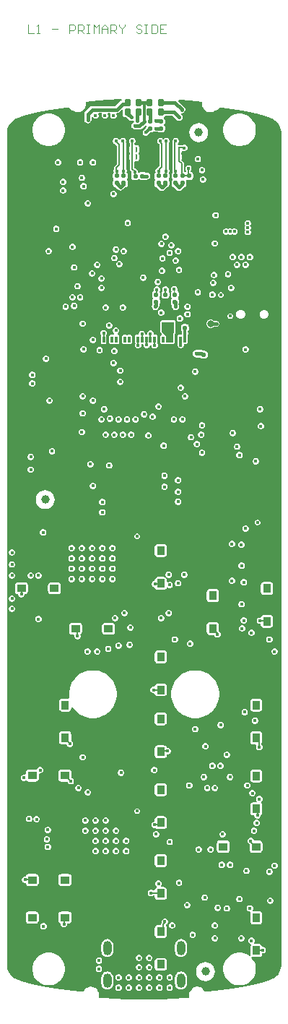
<source format=gtl>
G04*
G04 #@! TF.GenerationSoftware,Altium Limited,Altium Designer,21.9.2 (33)*
G04*
G04 Layer_Physical_Order=1*
G04 Layer_Color=6711008*
%FSLAX25Y25*%
%MOIN*%
G70*
G04*
G04 #@! TF.SameCoordinates,38B2C1F3-0FCD-4184-AA18-E5AB633A714F*
G04*
G04*
G04 #@! TF.FilePolarity,Positive*
G04*
G01*
G75*
%ADD11C,0.01181*%
%ADD12C,0.00394*%
%ADD13C,0.00591*%
G04:AMPARAMS|DCode=15|XSize=31.5mil|YSize=27.56mil|CornerRadius=3.45mil|HoleSize=0mil|Usage=FLASHONLY|Rotation=270.000|XOffset=0mil|YOffset=0mil|HoleType=Round|Shape=RoundedRectangle|*
%AMROUNDEDRECTD15*
21,1,0.03150,0.02067,0,0,270.0*
21,1,0.02461,0.02756,0,0,270.0*
1,1,0.00689,-0.01034,-0.01230*
1,1,0.00689,-0.01034,0.01230*
1,1,0.00689,0.01034,0.01230*
1,1,0.00689,0.01034,-0.01230*
%
%ADD15ROUNDEDRECTD15*%
G04:AMPARAMS|DCode=16|XSize=20.47mil|YSize=20.47mil|CornerRadius=4.1mil|HoleSize=0mil|Usage=FLASHONLY|Rotation=90.000|XOffset=0mil|YOffset=0mil|HoleType=Round|Shape=RoundedRectangle|*
%AMROUNDEDRECTD16*
21,1,0.02047,0.01228,0,0,90.0*
21,1,0.01228,0.02047,0,0,90.0*
1,1,0.00819,0.00614,0.00614*
1,1,0.00819,0.00614,-0.00614*
1,1,0.00819,-0.00614,-0.00614*
1,1,0.00819,-0.00614,0.00614*
%
%ADD16ROUNDEDRECTD16*%
G04:AMPARAMS|DCode=17|XSize=20.47mil|YSize=20.47mil|CornerRadius=4.1mil|HoleSize=0mil|Usage=FLASHONLY|Rotation=0.000|XOffset=0mil|YOffset=0mil|HoleType=Round|Shape=RoundedRectangle|*
%AMROUNDEDRECTD17*
21,1,0.02047,0.01228,0,0,0.0*
21,1,0.01228,0.02047,0,0,0.0*
1,1,0.00819,0.00614,-0.00614*
1,1,0.00819,-0.00614,-0.00614*
1,1,0.00819,-0.00614,0.00614*
1,1,0.00819,0.00614,0.00614*
%
%ADD17ROUNDEDRECTD17*%
G04:AMPARAMS|DCode=18|XSize=11.81mil|YSize=27.56mil|CornerRadius=1.48mil|HoleSize=0mil|Usage=FLASHONLY|Rotation=0.000|XOffset=0mil|YOffset=0mil|HoleType=Round|Shape=RoundedRectangle|*
%AMROUNDEDRECTD18*
21,1,0.01181,0.02461,0,0,0.0*
21,1,0.00886,0.02756,0,0,0.0*
1,1,0.00295,0.00443,-0.01230*
1,1,0.00295,-0.00443,-0.01230*
1,1,0.00295,-0.00443,0.01230*
1,1,0.00295,0.00443,0.01230*
%
%ADD18ROUNDEDRECTD18*%
G04:AMPARAMS|DCode=19|XSize=11.81mil|YSize=39.37mil|CornerRadius=1.48mil|HoleSize=0mil|Usage=FLASHONLY|Rotation=0.000|XOffset=0mil|YOffset=0mil|HoleType=Round|Shape=RoundedRectangle|*
%AMROUNDEDRECTD19*
21,1,0.01181,0.03642,0,0,0.0*
21,1,0.00886,0.03937,0,0,0.0*
1,1,0.00295,0.00443,-0.01821*
1,1,0.00295,-0.00443,-0.01821*
1,1,0.00295,-0.00443,0.01821*
1,1,0.00295,0.00443,0.01821*
%
%ADD19ROUNDEDRECTD19*%
G04:AMPARAMS|DCode=20|XSize=39.37mil|YSize=35.43mil|CornerRadius=3.54mil|HoleSize=0mil|Usage=FLASHONLY|Rotation=180.000|XOffset=0mil|YOffset=0mil|HoleType=Round|Shape=RoundedRectangle|*
%AMROUNDEDRECTD20*
21,1,0.03937,0.02835,0,0,180.0*
21,1,0.03228,0.03543,0,0,180.0*
1,1,0.00709,-0.01614,0.01417*
1,1,0.00709,0.01614,0.01417*
1,1,0.00709,0.01614,-0.01417*
1,1,0.00709,-0.01614,-0.01417*
%
%ADD20ROUNDEDRECTD20*%
G04:AMPARAMS|DCode=21|XSize=7.87mil|YSize=23.62mil|CornerRadius=1.97mil|HoleSize=0mil|Usage=FLASHONLY|Rotation=0.000|XOffset=0mil|YOffset=0mil|HoleType=Round|Shape=RoundedRectangle|*
%AMROUNDEDRECTD21*
21,1,0.00787,0.01968,0,0,0.0*
21,1,0.00394,0.02362,0,0,0.0*
1,1,0.00394,0.00197,-0.00984*
1,1,0.00394,-0.00197,-0.00984*
1,1,0.00394,-0.00197,0.00984*
1,1,0.00394,0.00197,0.00984*
%
%ADD21ROUNDEDRECTD21*%
G04:AMPARAMS|DCode=22|XSize=39.37mil|YSize=35.43mil|CornerRadius=3.54mil|HoleSize=0mil|Usage=FLASHONLY|Rotation=90.000|XOffset=0mil|YOffset=0mil|HoleType=Round|Shape=RoundedRectangle|*
%AMROUNDEDRECTD22*
21,1,0.03937,0.02835,0,0,90.0*
21,1,0.03228,0.03543,0,0,90.0*
1,1,0.00709,0.01417,0.01614*
1,1,0.00709,0.01417,-0.01614*
1,1,0.00709,-0.01417,-0.01614*
1,1,0.00709,-0.01417,0.01614*
%
%ADD22ROUNDEDRECTD22*%
%ADD35C,0.03150*%
%ADD36C,0.03937*%
%ADD37C,0.01772*%
%ADD38C,0.01575*%
%ADD39O,0.03937X0.06693*%
%ADD40C,0.01772*%
G36*
X873299Y1021871D02*
X873252Y1021750D01*
X872990Y1021698D01*
X872469Y1021350D01*
X872469Y1021350D01*
X870374Y1019256D01*
X859686D01*
X859071Y1019133D01*
X858550Y1018785D01*
X858550Y1018785D01*
X856556Y1016791D01*
X856208Y1016270D01*
X856086Y1015656D01*
X856086Y1015656D01*
Y1013115D01*
X856048Y1012926D01*
X856170Y1012311D01*
X856518Y1011790D01*
X857039Y1011442D01*
X857654Y1011320D01*
X858268Y1011442D01*
X858789Y1011790D01*
X858827Y1011828D01*
X859175Y1012349D01*
X859297Y1012963D01*
X859297Y1012963D01*
Y1014316D01*
X859797Y1014416D01*
X859945Y1014058D01*
X860361Y1013642D01*
X860903Y1013418D01*
X861491D01*
X862033Y1013642D01*
X862449Y1014058D01*
X862673Y1014600D01*
Y1015188D01*
X862526Y1015544D01*
X862788Y1016044D01*
X863937D01*
X864199Y1015544D01*
X864051Y1015188D01*
Y1014600D01*
X864276Y1014058D01*
X864692Y1013642D01*
X865234Y1013418D01*
X865821D01*
X866364Y1013642D01*
X866779Y1014058D01*
X867004Y1014600D01*
Y1015188D01*
X866856Y1015544D01*
X867119Y1016044D01*
X867874D01*
X868136Y1015544D01*
X867988Y1015188D01*
Y1014600D01*
X868213Y1014058D01*
X868629Y1013642D01*
X869171Y1013418D01*
X869759D01*
X870301Y1013642D01*
X870716Y1014058D01*
X870941Y1014600D01*
Y1015188D01*
X870794Y1015544D01*
X871014Y1015992D01*
X871083Y1016053D01*
X871654Y1016166D01*
X872175Y1016515D01*
X873273Y1017613D01*
X873773Y1017406D01*
Y1015238D01*
X873861Y1014797D01*
X874111Y1014423D01*
X874486Y1014172D01*
X874927Y1014084D01*
X875484D01*
X876597Y1012971D01*
X876597Y1012971D01*
X877118Y1012623D01*
X877732Y1012501D01*
X878347Y1012623D01*
X878398Y1012657D01*
X878557Y1012616D01*
X878909Y1012398D01*
X878946Y1012213D01*
X878693Y1011653D01*
X878172Y1011305D01*
X877824Y1010784D01*
X877702Y1010170D01*
X877824Y1009555D01*
X878172Y1009034D01*
X878693Y1008686D01*
X878699Y1008685D01*
X878845Y1008588D01*
X879459Y1008465D01*
X881571D01*
X881571Y1008465D01*
X882185Y1008588D01*
X882707Y1008936D01*
X884264Y1010493D01*
X884515Y1010423D01*
X884652Y1009991D01*
X884559Y1009524D01*
Y1009062D01*
X883896Y1008399D01*
X883589Y1008272D01*
X883174Y1007856D01*
X882949Y1007314D01*
Y1006726D01*
X883174Y1006184D01*
X883589Y1005768D01*
X884132Y1005544D01*
X884719D01*
X885262Y1005768D01*
X885677Y1006184D01*
X885693Y1006222D01*
X886546Y1007075D01*
X887008D01*
X887475Y1007168D01*
X887871Y1007433D01*
X888109Y1007790D01*
X888535Y1007505D01*
X889150Y1007383D01*
X890149D01*
X890352Y1007247D01*
X890819Y1007154D01*
X892048D01*
X892515Y1007247D01*
X892910Y1007512D01*
X893175Y1007907D01*
X893268Y1008374D01*
Y1009603D01*
X893175Y1010070D01*
X892910Y1010466D01*
Y1010661D01*
X893175Y1011057D01*
X893268Y1011524D01*
Y1012752D01*
X893175Y1013219D01*
X892910Y1013615D01*
X892828Y1013670D01*
X892814Y1013862D01*
X892883Y1014235D01*
X893165Y1014423D01*
X893392Y1014763D01*
X896711D01*
X898573Y1012900D01*
X899127Y1012531D01*
X899780Y1012401D01*
X900433Y1012531D01*
X900986Y1012900D01*
X901356Y1013454D01*
X901486Y1014107D01*
X901356Y1014760D01*
X900986Y1015313D01*
X900841Y1015458D01*
X900901Y1015701D01*
X901045Y1015961D01*
X901614Y1016074D01*
X902167Y1016444D01*
X902537Y1016997D01*
X902667Y1017650D01*
Y1017685D01*
X902537Y1018338D01*
X902167Y1018892D01*
X899454Y1021605D01*
X899671Y1022095D01*
X900832Y1022038D01*
X907695Y1021538D01*
X910394Y1021275D01*
X910394Y1020202D01*
X910395Y1020199D01*
X910394Y1020195D01*
X910395Y1020136D01*
X910397Y1020127D01*
X910395Y1020118D01*
X910398Y1020040D01*
X910400Y1020029D01*
X910399Y1020017D01*
X910405Y1019920D01*
X910408Y1019910D01*
X910406Y1019900D01*
X910411Y1019849D01*
X910413Y1019842D01*
X910412Y1019835D01*
X910417Y1019783D01*
X910430Y1019744D01*
X910430Y1019703D01*
X910540Y1019173D01*
X910582Y1019075D01*
X910611Y1018972D01*
X911078Y1018058D01*
X911164Y1017949D01*
X911246Y1017836D01*
X911997Y1017137D01*
X912116Y1017064D01*
X912231Y1016985D01*
X913176Y1016585D01*
X913279Y1016564D01*
X913378Y1016529D01*
X913888Y1016458D01*
X913928Y1016461D01*
X913966Y1016451D01*
X914023Y1016449D01*
X914032Y1016450D01*
X914040Y1016448D01*
X914116Y1016447D01*
X914124Y1016448D01*
X914133Y1016447D01*
X914183Y1016447D01*
X914191Y1016448D01*
X914198Y1016447D01*
X914262Y1016448D01*
X914270Y1016450D01*
X914279Y1016449D01*
X914342Y1016452D01*
X914351Y1016454D01*
X914359Y1016453D01*
X914422Y1016457D01*
X914460Y1016467D01*
X914499Y1016465D01*
X914995Y1016545D01*
X915087Y1016580D01*
X915183Y1016600D01*
X916045Y1016969D01*
X916150Y1017041D01*
X916260Y1017105D01*
X916324Y1017162D01*
X916444Y1017182D01*
X917298Y1017548D01*
X917997Y1018161D01*
X918279Y1018637D01*
X918365Y1018627D01*
X918503Y1018610D01*
X918663Y1018591D01*
X918863Y1018567D01*
X919058Y1018544D01*
X919245Y1018521D01*
X919429Y1018499D01*
X919607Y1018477D01*
X919781Y1018456D01*
X919781Y1018456D01*
X919951Y1018434D01*
X920117Y1018414D01*
X920278Y1018394D01*
X920436Y1018374D01*
X920589Y1018354D01*
X920738Y1018335D01*
X920883Y1018317D01*
X921028Y1018298D01*
X921028D01*
X921168Y1018280D01*
X921168Y1018280D01*
X921305Y1018262D01*
X921305D01*
X921441Y1018245D01*
X921441Y1018245D01*
X921573Y1018228D01*
X921701Y1018211D01*
X921829Y1018194D01*
X921953Y1018178D01*
X922079Y1018161D01*
X922319Y1018129D01*
X922521Y1018102D01*
X922521Y1018102D01*
X922714Y1018075D01*
X922898Y1018050D01*
X923073Y1018026D01*
X923243Y1018003D01*
X923243D01*
X923403Y1017980D01*
X923561Y1017958D01*
X923710Y1017937D01*
X923856Y1017917D01*
X923998Y1017897D01*
X924136Y1017877D01*
X924269Y1017858D01*
X924400Y1017839D01*
X924400D01*
X924526Y1017821D01*
X924648Y1017803D01*
X924767Y1017786D01*
X924767Y1017786D01*
X924882Y1017769D01*
X924994Y1017752D01*
X925105Y1017736D01*
X925211Y1017720D01*
X925318Y1017704D01*
X925519Y1017674D01*
X925675Y1017651D01*
X925829Y1017627D01*
X925987Y1017603D01*
X926142Y1017579D01*
X926142Y1017579D01*
X926297Y1017555D01*
X926454Y1017531D01*
X926608Y1017506D01*
X926763Y1017482D01*
X926763D01*
X926918Y1017457D01*
X926918Y1017457D01*
X927072Y1017433D01*
X927226Y1017408D01*
X927226D01*
X927380Y1017383D01*
X927380Y1017383D01*
X927535Y1017358D01*
X927535D01*
X927690Y1017333D01*
X927843Y1017307D01*
X927999Y1017282D01*
X928158Y1017255D01*
X928158Y1017255D01*
X928304Y1017231D01*
X928304D01*
X928405Y1017214D01*
X928405Y1017214D01*
X928510Y1017196D01*
X928612Y1017178D01*
X928613Y1017178D01*
X928719Y1017160D01*
X928823Y1017142D01*
X928930Y1017124D01*
X929038Y1017105D01*
X929149Y1017086D01*
X929260Y1017066D01*
X929371Y1017047D01*
X929485Y1017027D01*
X929600Y1017006D01*
X929600Y1017006D01*
X929716Y1016985D01*
X929717Y1016985D01*
X929838Y1016963D01*
X929961Y1016941D01*
X929961D01*
X930087Y1016918D01*
X930215Y1016895D01*
X930215Y1016895D01*
X930348Y1016870D01*
X930348D01*
X930486Y1016845D01*
X930630Y1016818D01*
X930757Y1016794D01*
X930851Y1016777D01*
X930944Y1016759D01*
X931040Y1016741D01*
X931135Y1016723D01*
X931231Y1016704D01*
X931330Y1016685D01*
X931330D01*
X931428Y1016666D01*
X931527Y1016647D01*
X931626Y1016628D01*
X931727Y1016608D01*
X931829Y1016588D01*
X931829Y1016588D01*
X931933Y1016567D01*
X932037Y1016546D01*
X932141Y1016525D01*
X932248Y1016504D01*
X932248D01*
X932355Y1016482D01*
X932466Y1016459D01*
X932466D01*
X932579Y1016436D01*
X932692Y1016413D01*
X932813Y1016387D01*
X932954Y1016358D01*
X933048Y1016338D01*
X933142Y1016318D01*
X933234Y1016299D01*
X933327Y1016279D01*
X933419Y1016259D01*
X933511Y1016239D01*
X933602Y1016220D01*
X933692Y1016200D01*
X933782Y1016180D01*
X933782Y1016180D01*
X933872Y1016160D01*
X933963Y1016140D01*
X934054Y1016120D01*
X934145Y1016100D01*
X934235Y1016079D01*
X934235D01*
X934323Y1016059D01*
X934412Y1016039D01*
X934501Y1016019D01*
X934589Y1015999D01*
X934676Y1015979D01*
X934676Y1015979D01*
X934765Y1015958D01*
X934883Y1015930D01*
X934981Y1015907D01*
X934981D01*
X935076Y1015885D01*
X935172Y1015862D01*
X935266Y1015840D01*
X935358Y1015818D01*
X935452Y1015795D01*
X935452D01*
X935542Y1015773D01*
X935635Y1015750D01*
X935724Y1015728D01*
X935724Y1015728D01*
X935815Y1015706D01*
X935904Y1015683D01*
X935994Y1015661D01*
X936082Y1015639D01*
X936171Y1015616D01*
X936257Y1015594D01*
X936341Y1015573D01*
X936341Y1015573D01*
X936427Y1015551D01*
X936513Y1015528D01*
X936513D01*
X936638Y1015496D01*
X936735Y1015471D01*
X936831Y1015445D01*
X936924Y1015420D01*
X937018Y1015395D01*
X937111Y1015370D01*
X937111D01*
X937201Y1015346D01*
X937293Y1015320D01*
X937383Y1015296D01*
X937471Y1015271D01*
X937559Y1015247D01*
X937645Y1015223D01*
X937730Y1015199D01*
X937817Y1015174D01*
X937900Y1015151D01*
X937981Y1015127D01*
X937981Y1015127D01*
X938066Y1015103D01*
X938171Y1015072D01*
X938245Y1015051D01*
X938319Y1015029D01*
X938393Y1015007D01*
X938468Y1014985D01*
X938540Y1014963D01*
X938612Y1014942D01*
X938685Y1014919D01*
X938756Y1014898D01*
X938826Y1014876D01*
X938897Y1014855D01*
X938965Y1014834D01*
X939034Y1014812D01*
X939100Y1014791D01*
X939169Y1014770D01*
X939236Y1014749D01*
X939302Y1014728D01*
X939302Y1014728D01*
X939367Y1014707D01*
X939367Y1014707D01*
X939433Y1014686D01*
X939518Y1014659D01*
X939570Y1014642D01*
X939624Y1014624D01*
X939679Y1014606D01*
X939732Y1014588D01*
X939788Y1014570D01*
X939842Y1014552D01*
X939842Y1014552D01*
X939899Y1014533D01*
X939955Y1014514D01*
X939955D01*
X940012Y1014495D01*
X940068Y1014476D01*
X940127Y1014456D01*
X940186Y1014436D01*
X940246Y1014415D01*
X940307Y1014394D01*
X940371Y1014372D01*
X940371D01*
X940433Y1014350D01*
X940498Y1014327D01*
X940565Y1014303D01*
X940633Y1014279D01*
X940704Y1014253D01*
X940782Y1014225D01*
X940861Y1014196D01*
X940941Y1014167D01*
X941024Y1014136D01*
X941107Y1014105D01*
X941189Y1014074D01*
X941277Y1014041D01*
X941364Y1014007D01*
X941455Y1013972D01*
X941547Y1013936D01*
X941644Y1013898D01*
X941695Y1013877D01*
X941763Y1013850D01*
X941810Y1013831D01*
X941859Y1013811D01*
X941909Y1013791D01*
X941961Y1013769D01*
X942015Y1013747D01*
X942068Y1013725D01*
X942122Y1013702D01*
X942181Y1013677D01*
X942238Y1013653D01*
X942298Y1013627D01*
X942362Y1013599D01*
X942427Y1013571D01*
X942496Y1013541D01*
X942570Y1013508D01*
X942648Y1013473D01*
X942700Y1013449D01*
X942776Y1013415D01*
X942853Y1013380D01*
X942927Y1013346D01*
X942927Y1013346D01*
X943382Y1013133D01*
X944223Y1012584D01*
X944978Y1011922D01*
X945632Y1011160D01*
X946171Y1010313D01*
X946585Y1009398D01*
X946867Y1008434D01*
X947009Y1007439D01*
X947009Y1006937D01*
X947009Y623084D01*
X947009Y622581D01*
X946867Y621587D01*
X946585Y620622D01*
X946171Y619707D01*
X945631Y618860D01*
X944977Y618098D01*
X944221Y617436D01*
X943380Y616887D01*
X942925Y616675D01*
X942925Y616675D01*
X942865Y616647D01*
X942770Y616603D01*
X942682Y616563D01*
X942590Y616522D01*
X942500Y616482D01*
X942409Y616443D01*
X942319Y616404D01*
X942231Y616366D01*
X942142Y616329D01*
X942047Y616289D01*
X941958Y616252D01*
X941875Y616218D01*
X941800Y616188D01*
X941730Y616160D01*
X941663Y616134D01*
X941663Y616134D01*
X941600Y616109D01*
X941540Y616085D01*
X941484Y616063D01*
X941428Y616042D01*
X941376Y616021D01*
X941325Y616002D01*
X941277Y615984D01*
X941277D01*
X941191Y615951D01*
X941122Y615925D01*
X941059Y615902D01*
X941001Y615880D01*
X940945Y615860D01*
X940945D01*
X940892Y615841D01*
X940842Y615822D01*
X940746Y615788D01*
X940659Y615757D01*
X940575Y615727D01*
X940498Y615699D01*
X940421Y615672D01*
X940348Y615647D01*
X940348D01*
X940273Y615621D01*
X940181Y615590D01*
X940102Y615562D01*
X940102D01*
X940029Y615538D01*
X939964Y615516D01*
X939901Y615495D01*
X939843Y615476D01*
X939787Y615457D01*
X939733Y615439D01*
X939683Y615423D01*
X939633Y615407D01*
X939633D01*
X939536Y615375D01*
X939444Y615345D01*
X939355Y615317D01*
X939281Y615294D01*
X939188Y615264D01*
X939097Y615236D01*
X939010Y615208D01*
X938924Y615182D01*
X938924D01*
X938838Y615155D01*
X938757Y615131D01*
X938675Y615106D01*
X938593Y615081D01*
X938513Y615057D01*
X938433Y615033D01*
X938356Y615010D01*
X938278Y614988D01*
X938200Y614965D01*
X938122Y614942D01*
X938069Y614927D01*
X938008Y614909D01*
X937944Y614891D01*
X937943Y614891D01*
X937877Y614872D01*
X937877D01*
X937803Y614851D01*
X937726Y614829D01*
X937641Y614805D01*
X937548Y614779D01*
X937446Y614751D01*
X937327Y614718D01*
X937189Y614680D01*
X937016Y614634D01*
X936762Y614566D01*
X936684Y614545D01*
X936621Y614529D01*
X936558Y614512D01*
X936492Y614495D01*
X936426Y614478D01*
X936356Y614460D01*
X936285Y614442D01*
X936210Y614423D01*
X936133Y614403D01*
X936054Y614383D01*
X935973Y614363D01*
X935888Y614342D01*
X935797Y614319D01*
X935703Y614296D01*
X935606Y614272D01*
X935501Y614246D01*
X935391Y614220D01*
X935272Y614191D01*
X935148Y614162D01*
X935064Y614142D01*
X934980Y614122D01*
X934895Y614102D01*
X934895Y614102D01*
X934812Y614082D01*
X934812D01*
X934726Y614063D01*
X934641Y614043D01*
X934641Y614043D01*
X934557Y614024D01*
X934557D01*
X934471Y614004D01*
X934386Y613984D01*
X934299Y613965D01*
X934213Y613945D01*
X934127Y613926D01*
X934040Y613907D01*
X933953Y613887D01*
X933865Y613868D01*
X933778Y613849D01*
X933689Y613829D01*
X933580Y613806D01*
X933580Y613806D01*
X933484Y613785D01*
X933388Y613764D01*
X933388D01*
X933290Y613743D01*
X933192Y613722D01*
X933094Y613701D01*
X933094Y613701D01*
X932998Y613681D01*
X932902Y613661D01*
X932902D01*
X932805Y613641D01*
X932707Y613620D01*
X932707Y613620D01*
X932610Y613600D01*
X932512Y613580D01*
X932413Y613560D01*
X932315Y613540D01*
X932215Y613520D01*
X932117Y613500D01*
X932015Y613480D01*
X932015Y613480D01*
X931890Y613455D01*
X931776Y613432D01*
X931664Y613410D01*
X931555Y613389D01*
X931446Y613368D01*
X931446Y613368D01*
X931340Y613347D01*
X931340D01*
X931235Y613327D01*
X931131Y613307D01*
X931027Y613287D01*
X930926Y613268D01*
X930926Y613268D01*
X930827Y613249D01*
X930827D01*
X930728Y613231D01*
X930631Y613212D01*
X930534Y613194D01*
X930438Y613176D01*
X930344Y613159D01*
X930247Y613141D01*
X930074Y613110D01*
X929949Y613087D01*
X929825Y613064D01*
X929704Y613043D01*
X929585Y613022D01*
X929467Y613001D01*
X929352Y612980D01*
X929236Y612960D01*
X929123Y612940D01*
X929010Y612921D01*
X928900Y612901D01*
X928791Y612883D01*
X928791D01*
X928683Y612864D01*
X928683Y612864D01*
X928577Y612846D01*
X928577D01*
X928470Y612828D01*
X928362Y612810D01*
X928166Y612777D01*
X928008Y612750D01*
X927855Y612725D01*
X927705Y612700D01*
X927557Y612676D01*
X927412Y612652D01*
X927270Y612629D01*
X927132Y612607D01*
X927132D01*
X926993Y612585D01*
X926858Y612563D01*
X926858D01*
X926724Y612542D01*
X926724Y612542D01*
X926594Y612521D01*
X926464Y612501D01*
X926332Y612480D01*
X926236Y612465D01*
X926088Y612443D01*
X926088Y612443D01*
X925943Y612420D01*
X925943D01*
X925798Y612398D01*
X925655Y612377D01*
X925655Y612376D01*
X925515Y612355D01*
X925372Y612334D01*
X925231Y612313D01*
X925092Y612292D01*
X925092D01*
X924951Y612271D01*
X924813Y612251D01*
X924676Y612231D01*
X924537Y612211D01*
X924537Y612211D01*
X924401Y612191D01*
X924401D01*
X924264Y612171D01*
X924126Y612151D01*
X924126Y612151D01*
X924011Y612135D01*
X923829Y612109D01*
X923657Y612085D01*
X923657D01*
X923487Y612061D01*
X923323Y612038D01*
X923164Y612016D01*
X923164D01*
X923008Y611994D01*
X922855Y611973D01*
X922855Y611973D01*
X922705Y611953D01*
X922705D01*
X922558Y611933D01*
X922413Y611913D01*
X922270Y611894D01*
X922128Y611875D01*
X921989Y611857D01*
X921989D01*
X921850Y611838D01*
X921711Y611820D01*
X921648Y611812D01*
X921533Y611797D01*
X921415Y611781D01*
X921292Y611765D01*
X921292D01*
X921163Y611748D01*
X921028Y611731D01*
X921028Y611731D01*
X920888Y611713D01*
X920741Y611694D01*
X920585Y611674D01*
X920419Y611653D01*
X920419D01*
X920240Y611631D01*
X920050Y611607D01*
X919844Y611582D01*
X919844D01*
X919616Y611553D01*
X919616Y611553D01*
X919361Y611522D01*
X919062Y611486D01*
X918949Y611472D01*
X918816Y611456D01*
X918678Y611440D01*
X918534Y611422D01*
X918380Y611404D01*
X918221Y611385D01*
X918051Y611365D01*
X918051D01*
X917868Y611344D01*
X917674Y611321D01*
X917461Y611297D01*
X917227Y611270D01*
X916959Y611239D01*
X916959Y611239D01*
X916646Y611204D01*
X916646D01*
X916244Y611159D01*
X916244Y611159D01*
X916159Y611149D01*
X916053Y611137D01*
X915943Y611125D01*
X915829Y611113D01*
X915829D01*
X915710Y611100D01*
X915587Y611086D01*
X915460Y611072D01*
X915325Y611058D01*
X915184Y611043D01*
X915035Y611026D01*
X914876Y611009D01*
X914876Y611009D01*
X914707Y610991D01*
X914520Y610971D01*
X914314Y610950D01*
X914076Y610925D01*
X914076Y610925D01*
X913789Y610895D01*
X913789D01*
X913379Y610852D01*
X913283Y610842D01*
X913049Y610818D01*
X912838Y610797D01*
X912643Y610777D01*
X912460Y610759D01*
X912289Y610742D01*
X912128Y610726D01*
X911977Y610710D01*
X911832Y610696D01*
X911727Y610686D01*
X911621Y610950D01*
X911563Y611040D01*
X911517Y611136D01*
X910899Y611955D01*
X910795Y612048D01*
X910695Y612145D01*
X909834Y612704D01*
X909705Y612756D01*
X909578Y612813D01*
X908578Y613043D01*
X908473Y613047D01*
X908369Y613063D01*
X907854Y613045D01*
X907816Y613036D01*
X907777Y613039D01*
X907720Y613031D01*
X907712Y613028D01*
X907703Y613029D01*
X907628Y613017D01*
X907617Y613013D01*
X907604Y613013D01*
X907501Y612993D01*
X907491Y612989D01*
X907479Y612989D01*
X907423Y612977D01*
X907416Y612974D01*
X907408Y612974D01*
X907352Y612960D01*
X907316Y612944D01*
X907277Y612939D01*
X906790Y612772D01*
X906702Y612722D01*
X906609Y612684D01*
X905800Y612152D01*
X905706Y612060D01*
X905606Y611973D01*
X905013Y611209D01*
X904954Y611091D01*
X904887Y610977D01*
X904573Y610062D01*
X904560Y609963D01*
X904532Y609868D01*
X904492Y609384D01*
X904495Y609350D01*
X904489Y609317D01*
Y607837D01*
X902537Y607689D01*
X897142Y607381D01*
X891743Y607176D01*
X886339Y607073D01*
X880937D01*
X875533Y607176D01*
X870134Y607381D01*
X864740Y607689D01*
X862787Y607837D01*
Y609312D01*
X862786Y609316D01*
X862787Y609320D01*
X862787Y609379D01*
X862785Y609388D01*
X862786Y609397D01*
X862784Y609475D01*
X862781Y609486D01*
X862783Y609498D01*
X862777Y609595D01*
X862774Y609605D01*
X862775Y609615D01*
X862771Y609666D01*
X862769Y609673D01*
X862769Y609680D01*
X862764Y609731D01*
X862752Y609771D01*
X862751Y609812D01*
X862641Y610341D01*
X862599Y610440D01*
X862570Y610542D01*
X862104Y611456D01*
X862017Y611566D01*
X861936Y611679D01*
X861184Y612378D01*
X861066Y612451D01*
X860950Y612530D01*
X860005Y612930D01*
X859902Y612951D01*
X859803Y612985D01*
X859293Y613057D01*
X859254Y613054D01*
X859215Y613063D01*
X859159Y613066D01*
X859150Y613064D01*
X859141Y613066D01*
X859066Y613068D01*
X859054Y613066D01*
X859041Y613068D01*
X858936Y613067D01*
X858925Y613064D01*
X858914Y613066D01*
X858857Y613064D01*
X858849Y613062D01*
X858841Y613063D01*
X858784Y613060D01*
X858745Y613050D01*
X858706Y613051D01*
X858197Y612972D01*
X858103Y612937D01*
X858004Y612916D01*
X857115Y612532D01*
X857006Y612457D01*
X856894Y612390D01*
X856177Y611739D01*
X856098Y611633D01*
X856013Y611532D01*
X855546Y610686D01*
X855483Y610692D01*
X855332Y610707D01*
X855173Y610723D01*
X855173D01*
X855010Y610739D01*
X854839Y610756D01*
X854659Y610775D01*
X854470Y610794D01*
X854470D01*
X854270Y610814D01*
X854057Y610836D01*
X853830Y610859D01*
X853656Y610877D01*
X853656D01*
X853376Y610906D01*
X853376Y610906D01*
X853129Y610932D01*
X852909Y610955D01*
X852705Y610977D01*
X852516Y610997D01*
X852516D01*
X852339Y611016D01*
X852339Y611016D01*
X852169Y611034D01*
X852009Y611052D01*
X851858Y611068D01*
X851712Y611084D01*
X851569Y611099D01*
X851433Y611114D01*
X851301Y611129D01*
X851173Y611143D01*
X851048Y611157D01*
X851048Y611157D01*
X850923Y611171D01*
X850923D01*
X850587Y611209D01*
X850587Y611209D01*
X850309Y611240D01*
X850055Y611269D01*
X849822Y611296D01*
X849603Y611321D01*
X849399Y611345D01*
X849399D01*
X849204Y611368D01*
X849018Y611390D01*
X848842Y611410D01*
X848842Y611410D01*
X848674Y611431D01*
X848512Y611450D01*
X848357Y611468D01*
X848357Y611468D01*
X848208Y611486D01*
X848058Y611505D01*
X848058D01*
X847823Y611533D01*
X847604Y611560D01*
X847398Y611586D01*
X847204Y611610D01*
X847021Y611633D01*
X847021D01*
X846848Y611655D01*
X846684Y611675D01*
X846525Y611695D01*
X846372Y611715D01*
X846226Y611734D01*
X846085Y611752D01*
X845948Y611770D01*
X845816Y611787D01*
X845688Y611804D01*
X845563Y611820D01*
X845444Y611836D01*
X845324Y611852D01*
X845324D01*
X845148Y611875D01*
X844977Y611898D01*
X844810Y611921D01*
X844646Y611943D01*
X844646D01*
X844487Y611964D01*
X844487Y611964D01*
X844329Y611986D01*
X844329D01*
X844176Y612007D01*
X844176Y612007D01*
X844026Y612028D01*
X844026D01*
X843879Y612048D01*
X843733Y612069D01*
X843733Y612069D01*
X843590Y612089D01*
X843450Y612109D01*
X843313Y612128D01*
X843178Y612147D01*
X843178Y612147D01*
X843044Y612166D01*
X842915Y612185D01*
X842786Y612204D01*
X842560Y612237D01*
X842388Y612262D01*
X842218Y612287D01*
X842053Y612312D01*
X841892Y612336D01*
X841736Y612359D01*
X841736Y612359D01*
X841582Y612383D01*
X841431Y612405D01*
X841284Y612428D01*
X841140Y612450D01*
X841000Y612472D01*
X840863Y612493D01*
X840863Y612493D01*
X840728Y612514D01*
X840596Y612535D01*
X840466Y612556D01*
X840409Y612565D01*
X840409Y612565D01*
X840292Y612583D01*
X840175Y612602D01*
X840175Y612602D01*
X840053Y612621D01*
X840053D01*
X839930Y612641D01*
X839803Y612662D01*
X839674Y612683D01*
X839537Y612706D01*
X839396Y612729D01*
X839250Y612753D01*
X839095Y612779D01*
X838933Y612806D01*
X838760Y612836D01*
X838573Y612867D01*
X838362Y612904D01*
X838362D01*
X838284Y612917D01*
X838284Y612917D01*
X838194Y612933D01*
X838102Y612949D01*
X838009Y612965D01*
X838009Y612965D01*
X837914Y612982D01*
X837914D01*
X837818Y612999D01*
X837719Y613017D01*
X837719Y613017D01*
X837619Y613034D01*
X837515Y613053D01*
X837411Y613072D01*
X837411Y613072D01*
X837302Y613092D01*
X837302D01*
X837191Y613112D01*
X837075Y613133D01*
X836957Y613155D01*
X836832Y613177D01*
X836704Y613201D01*
X836567Y613227D01*
X836423Y613254D01*
X836423Y613254D01*
X836314Y613275D01*
X836314Y613275D01*
X836218Y613293D01*
X836123Y613311D01*
X836123D01*
X836027Y613330D01*
X835930Y613348D01*
X835833Y613367D01*
X835735Y613386D01*
X835636Y613405D01*
X835537Y613425D01*
X835437Y613445D01*
X835334Y613465D01*
X835233Y613485D01*
X835129Y613506D01*
X835025Y613527D01*
X835025Y613527D01*
X834919Y613549D01*
X834813Y613570D01*
X834706Y613592D01*
X834594Y613615D01*
X834594D01*
X834544Y613626D01*
X834441Y613647D01*
X834441D01*
X834342Y613668D01*
X834244Y613688D01*
X834244Y613688D01*
X834145Y613709D01*
X834048Y613730D01*
X833953Y613750D01*
X833856Y613771D01*
X833856D01*
X833763Y613791D01*
X833668Y613812D01*
X833575Y613832D01*
X833484Y613852D01*
X833393Y613872D01*
X833302Y613892D01*
X833213Y613912D01*
X833213Y613912D01*
X833123Y613932D01*
X833035Y613952D01*
X832946Y613972D01*
X832859Y613991D01*
X832716Y614024D01*
X832619Y614047D01*
X832619D01*
X832526Y614068D01*
X832436Y614089D01*
X832347Y614110D01*
X832261Y614130D01*
X832177Y614150D01*
X832095Y614170D01*
X832095D01*
X832015Y614188D01*
X831936Y614208D01*
X831858Y614226D01*
X831858D01*
X831782Y614245D01*
X831708Y614263D01*
X831635Y614281D01*
X831563Y614298D01*
X831493Y614316D01*
X831423Y614333D01*
X831355Y614350D01*
X831289Y614366D01*
X831221Y614383D01*
X831078Y614420D01*
X830903Y614464D01*
X830758Y614502D01*
X830634Y614534D01*
X830526Y614563D01*
X830426Y614589D01*
X830333Y614614D01*
X830249Y614636D01*
X830169Y614658D01*
X830093Y614678D01*
X830023Y614698D01*
X829956Y614716D01*
X829893Y614733D01*
X829832Y614750D01*
X829774Y614766D01*
X829716Y614782D01*
X829716D01*
X829511Y614840D01*
X829374Y614879D01*
X829248Y614915D01*
X829134Y614948D01*
X829029Y614979D01*
X828932Y615007D01*
X828932Y615007D01*
X828841Y615034D01*
X828756Y615059D01*
X828675Y615084D01*
X828601Y615106D01*
X828601Y615106D01*
X828529Y615128D01*
X828461Y615148D01*
X828394Y615169D01*
X828329Y615189D01*
X828236Y615218D01*
X828140Y615248D01*
X828090Y615263D01*
X828038Y615280D01*
X827983Y615297D01*
X827926Y615315D01*
X827866Y615334D01*
X827803Y615355D01*
X827734Y615377D01*
X827659Y615401D01*
X827570Y615430D01*
X827461Y615466D01*
X827274Y615529D01*
X827216Y615548D01*
X827135Y615576D01*
X827052Y615604D01*
X826963Y615635D01*
X826869Y615667D01*
X826822Y615684D01*
X826770Y615702D01*
X826717Y615721D01*
X826661Y615741D01*
X826602Y615762D01*
X826538Y615785D01*
X826467Y615810D01*
X826391Y615838D01*
X826296Y615873D01*
X826244Y615892D01*
X826193Y615911D01*
X826142Y615930D01*
X826142Y615930D01*
X826086Y615951D01*
X826030Y615972D01*
X825969Y615995D01*
X825905Y616020D01*
X825833Y616047D01*
X825753Y616078D01*
X825665Y616113D01*
X825614Y616133D01*
X825557Y616156D01*
X825490Y616182D01*
X825404Y616217D01*
X825348Y616240D01*
X825277Y616269D01*
X825206Y616298D01*
X825135Y616328D01*
X825059Y616360D01*
X824984Y616392D01*
X824907Y616426D01*
X824829Y616459D01*
X824750Y616494D01*
X824670Y616529D01*
X824590Y616565D01*
X824475Y616617D01*
X824413Y616646D01*
X824351Y616675D01*
X823896Y616887D01*
X823054Y617436D01*
X822299Y618098D01*
X821645Y618860D01*
X821105Y619708D01*
X820691Y620623D01*
X820409Y621587D01*
X820268Y622581D01*
Y623084D01*
Y1006937D01*
X820268Y1007439D01*
X820409Y1008434D01*
X820690Y1009398D01*
X821105Y1010312D01*
X821644Y1011159D01*
X822298Y1011922D01*
X823053Y1012584D01*
X823894Y1013133D01*
X824349Y1013345D01*
X824415Y1013376D01*
X824500Y1013415D01*
X824585Y1013454D01*
X824674Y1013494D01*
X824760Y1013532D01*
X824852Y1013573D01*
X824913Y1013599D01*
X824971Y1013624D01*
X825029Y1013649D01*
X825084Y1013672D01*
X825141Y1013697D01*
X825194Y1013719D01*
X825249Y1013742D01*
X825300Y1013763D01*
X825352Y1013784D01*
X825404Y1013806D01*
X825453Y1013826D01*
X825506Y1013847D01*
X825555Y1013867D01*
X825603Y1013886D01*
X825703Y1013926D01*
X825799Y1013964D01*
X825861Y1013987D01*
X825955Y1014024D01*
X826047Y1014059D01*
X826136Y1014093D01*
X826226Y1014126D01*
X826316Y1014160D01*
X826402Y1014192D01*
X826489Y1014223D01*
X826575Y1014255D01*
X826661Y1014285D01*
X826746Y1014316D01*
X826829Y1014345D01*
X826915Y1014375D01*
X827018Y1014411D01*
X827080Y1014432D01*
X827143Y1014454D01*
X827204Y1014475D01*
X827266Y1014496D01*
X827266D01*
X827329Y1014517D01*
X827390Y1014537D01*
X827450Y1014557D01*
X827512Y1014578D01*
X827572Y1014598D01*
X827633Y1014618D01*
X827694Y1014638D01*
X827755Y1014657D01*
X827755Y1014657D01*
X827814Y1014677D01*
X827814D01*
X827874Y1014696D01*
X827936Y1014716D01*
X827995Y1014734D01*
X828055Y1014753D01*
X828115Y1014773D01*
X828177Y1014792D01*
X828276Y1014823D01*
X828345Y1014844D01*
X828413Y1014865D01*
X828481Y1014886D01*
X828552Y1014908D01*
X828552Y1014908D01*
X828620Y1014928D01*
X828693Y1014950D01*
X828764Y1014972D01*
X828836Y1014993D01*
X828837D01*
X828909Y1015015D01*
X828983Y1015036D01*
X829058Y1015059D01*
X829134Y1015081D01*
X829211Y1015103D01*
X829288Y1015125D01*
X829365Y1015148D01*
X829445Y1015170D01*
X829525Y1015193D01*
X829607Y1015216D01*
X829706Y1015244D01*
X829795Y1015269D01*
X829882Y1015293D01*
X829972Y1015317D01*
X830061Y1015342D01*
X830153Y1015367D01*
X830245Y1015392D01*
X830245D01*
X830338Y1015417D01*
X830431Y1015441D01*
X830524Y1015466D01*
X830621Y1015491D01*
X830621Y1015491D01*
X830717Y1015516D01*
X830717D01*
X830814Y1015542D01*
X830814D01*
X830913Y1015567D01*
X831012Y1015593D01*
X831111Y1015618D01*
X831111Y1015618D01*
X831214Y1015644D01*
X831344Y1015677D01*
X831425Y1015697D01*
X831425D01*
X831508Y1015717D01*
X831591Y1015738D01*
X831591D01*
X831676Y1015759D01*
X831759Y1015779D01*
X831844Y1015800D01*
X831929Y1015820D01*
X832014Y1015841D01*
X832100Y1015861D01*
X832188Y1015882D01*
X832277Y1015903D01*
X832366Y1015924D01*
X832366Y1015924D01*
X832455Y1015945D01*
X832545Y1015966D01*
X832636Y1015987D01*
X832726Y1016008D01*
X832817Y1016029D01*
X832910Y1016050D01*
X833006Y1016072D01*
X833102Y1016093D01*
X833196Y1016114D01*
X833289Y1016135D01*
X833384Y1016156D01*
X833478Y1016177D01*
X833571Y1016197D01*
X833571D01*
X833665Y1016218D01*
X833759Y1016238D01*
X833853Y1016258D01*
X833948Y1016279D01*
X834042Y1016299D01*
X834137Y1016319D01*
X834230Y1016339D01*
X834326Y1016359D01*
X834326Y1016359D01*
X834421Y1016379D01*
X834517Y1016399D01*
X834611Y1016418D01*
X834611D01*
X834706Y1016438D01*
X834706Y1016438D01*
X834801Y1016457D01*
X834897Y1016477D01*
X834994Y1016497D01*
X835141Y1016526D01*
X835249Y1016548D01*
X835358Y1016570D01*
X835466Y1016591D01*
X835466Y1016591D01*
X835573Y1016612D01*
X835678Y1016633D01*
X835783Y1016653D01*
X835888Y1016674D01*
X835990Y1016694D01*
X836094Y1016714D01*
X836094D01*
X836196Y1016733D01*
X836299Y1016753D01*
X836400Y1016772D01*
X836501Y1016791D01*
X836501D01*
X836603Y1016810D01*
X836603Y1016810D01*
X836702Y1016829D01*
X836804Y1016847D01*
X836905Y1016866D01*
X837003Y1016884D01*
X837003D01*
X837103Y1016903D01*
X837103Y1016903D01*
X837205Y1016921D01*
X837205D01*
X837267Y1016932D01*
X837403Y1016957D01*
X837537Y1016981D01*
X837668Y1017005D01*
X837797Y1017028D01*
X837926Y1017050D01*
X838051Y1017072D01*
X838051D01*
X838175Y1017094D01*
X838298Y1017115D01*
X838298D01*
X838420Y1017136D01*
X838538Y1017157D01*
X838656Y1017177D01*
X838656Y1017177D01*
X838774Y1017197D01*
X838890Y1017217D01*
X839004Y1017236D01*
X839120Y1017255D01*
X839233Y1017274D01*
X839346Y1017293D01*
X839458Y1017311D01*
X839570Y1017330D01*
X839683Y1017348D01*
X839683Y1017349D01*
X839854Y1017376D01*
X839854D01*
X839996Y1017399D01*
X840138Y1017422D01*
X840138Y1017422D01*
X840284Y1017445D01*
X840430Y1017469D01*
X840577Y1017492D01*
X840726Y1017516D01*
X840878Y1017539D01*
X841032Y1017563D01*
X841185Y1017587D01*
X841342Y1017611D01*
X841498Y1017635D01*
X841658Y1017659D01*
X841658D01*
X841820Y1017683D01*
X841820Y1017683D01*
X841981Y1017708D01*
X841981D01*
X842146Y1017732D01*
X842309Y1017756D01*
X842481Y1017782D01*
X842601Y1017799D01*
X842714Y1017816D01*
X842828Y1017832D01*
X842946Y1017849D01*
X842946Y1017849D01*
X843067Y1017867D01*
X843188Y1017884D01*
X843313Y1017902D01*
X843443Y1017920D01*
X843443Y1017920D01*
X843572Y1017938D01*
X843705Y1017957D01*
X843705D01*
X843842Y1017976D01*
X843842Y1017976D01*
X843983Y1017996D01*
X844127Y1018016D01*
X844276Y1018036D01*
X844276Y1018036D01*
X844427Y1018057D01*
X844584Y1018078D01*
X844743Y1018100D01*
X844908Y1018122D01*
X844908Y1018122D01*
X845075Y1018145D01*
X845248Y1018167D01*
X845427Y1018191D01*
X845427D01*
X845614Y1018216D01*
X845670Y1018223D01*
X845805Y1018241D01*
X845805Y1018241D01*
X845941Y1018259D01*
X845941D01*
X846081Y1018277D01*
X846221Y1018295D01*
X846365Y1018313D01*
X846509Y1018332D01*
X846657Y1018351D01*
X846806Y1018369D01*
X846959Y1018389D01*
X847116Y1018408D01*
X847116D01*
X847273Y1018428D01*
X847435Y1018448D01*
X847600Y1018468D01*
X847600Y1018468D01*
X847766Y1018489D01*
X847936Y1018510D01*
X848110Y1018531D01*
X848289Y1018552D01*
X848472Y1018574D01*
X848659Y1018597D01*
X848659Y1018597D01*
X848846Y1018619D01*
X848963Y1018633D01*
X848982Y1018590D01*
X849636Y1017799D01*
X850521Y1017279D01*
X850904Y1017208D01*
X851658Y1016756D01*
X851789Y1016709D01*
X851918Y1016657D01*
X852925Y1016462D01*
X853031Y1016462D01*
X853135Y1016449D01*
X853648Y1016486D01*
X853687Y1016496D01*
X853726Y1016495D01*
X853782Y1016504D01*
X853790Y1016508D01*
X853799Y1016508D01*
X853874Y1016522D01*
X853885Y1016527D01*
X853898Y1016527D01*
X854009Y1016552D01*
X854020Y1016557D01*
X854032Y1016558D01*
X854094Y1016574D01*
X854102Y1016577D01*
X854110Y1016578D01*
X854171Y1016595D01*
X854206Y1016613D01*
X854245Y1016619D01*
X854712Y1016801D01*
X854795Y1016853D01*
X854885Y1016893D01*
X855652Y1017433D01*
X855740Y1017526D01*
X855834Y1017612D01*
X856392Y1018365D01*
X856447Y1018480D01*
X856510Y1018591D01*
X856804Y1019482D01*
X856816Y1019577D01*
X856842Y1019670D01*
X856879Y1020138D01*
X856875Y1020171D01*
X856882Y1020202D01*
X856882Y1021275D01*
X859581Y1021538D01*
X866444Y1022038D01*
X872951Y1022354D01*
X873299Y1021871D01*
D02*
G37*
%LPC*%
G36*
X894168Y1004559D02*
X893581D01*
X893038Y1004335D01*
X892823Y1004120D01*
X892496Y1003975D01*
X892170Y1004120D01*
X891955Y1004335D01*
X891412Y1004559D01*
X890825D01*
X890282Y1004335D01*
X889867Y1003919D01*
X889642Y1003377D01*
Y1002789D01*
X889867Y1002247D01*
X890282Y1001831D01*
X890636Y1001685D01*
X890802Y1001519D01*
Y1000702D01*
X890782Y1000672D01*
X890705Y1000288D01*
Y998319D01*
X890782Y997935D01*
X890802Y997905D01*
Y997237D01*
X890782Y997207D01*
X890705Y996823D01*
Y994855D01*
X890782Y994471D01*
X890802Y994440D01*
Y991729D01*
X890016Y990943D01*
X889867Y990720D01*
X889848Y990702D01*
X889495Y990555D01*
X889079Y990140D01*
X888855Y989597D01*
Y989010D01*
X889021Y988609D01*
X888854Y988497D01*
X888589Y988101D01*
X888496Y987634D01*
Y986406D01*
X888589Y985939D01*
X888854Y985543D01*
Y985190D01*
X888589Y984794D01*
X888496Y984327D01*
Y983099D01*
X888589Y982632D01*
X888854Y982236D01*
X889250Y981971D01*
X889369Y981948D01*
X890699Y980617D01*
X891253Y980247D01*
X891906Y980117D01*
X892559Y980247D01*
X893112Y980617D01*
X893263Y980768D01*
X893263Y980768D01*
X894443Y981948D01*
X894562Y981971D01*
X894958Y982236D01*
X895222Y982632D01*
X895315Y983099D01*
Y984327D01*
X895222Y984794D01*
X895072Y985018D01*
X894996Y985367D01*
X895072Y985715D01*
X895222Y985939D01*
X895315Y986406D01*
Y987634D01*
X895222Y988101D01*
X895037Y988378D01*
X895126Y988467D01*
X895351Y989010D01*
Y989597D01*
X895126Y990140D01*
X894978Y990287D01*
Y994440D01*
X894998Y994471D01*
X895075Y994855D01*
Y996823D01*
X894998Y997207D01*
X894978Y997237D01*
Y997905D01*
X894998Y997935D01*
X895075Y998319D01*
Y1000288D01*
X894998Y1000672D01*
X894978Y1000702D01*
Y1002099D01*
X895126Y1002247D01*
X895351Y1002789D01*
Y1003377D01*
X895126Y1003919D01*
X894711Y1004335D01*
X894168Y1004559D01*
D02*
G37*
G36*
X874089D02*
X873502D01*
X872959Y1004335D01*
X872544Y1003919D01*
X872491Y1003792D01*
X871950D01*
X871898Y1003919D01*
X871482Y1004335D01*
X870940Y1004559D01*
X870352D01*
X869810Y1004335D01*
X869394Y1003919D01*
X869170Y1003377D01*
Y1002789D01*
X869394Y1002247D01*
X869810Y1001831D01*
X870352Y1001607D01*
X870394D01*
X871117Y1000884D01*
Y1000702D01*
X871097Y1000672D01*
X871020Y1000288D01*
Y998319D01*
X871097Y997935D01*
X871117Y997905D01*
Y997237D01*
X871097Y997207D01*
X871020Y996823D01*
Y994855D01*
X871097Y994471D01*
X871117Y994440D01*
Y992536D01*
X870091Y991510D01*
X869852Y991152D01*
X869768Y990729D01*
Y990090D01*
X869563Y989597D01*
Y989010D01*
X869729Y988609D01*
X869563Y988497D01*
X869298Y988101D01*
X869205Y987634D01*
Y986406D01*
X869298Y985939D01*
X869448Y985715D01*
X869524Y985367D01*
X869448Y985018D01*
X869298Y984794D01*
X869205Y984327D01*
Y983099D01*
X869298Y982632D01*
X869563Y982236D01*
X869958Y981971D01*
X870254Y981913D01*
X871479Y980688D01*
X871479Y980688D01*
X872000Y980340D01*
X872614Y980217D01*
X873229Y980340D01*
X873750Y980688D01*
X873750Y980688D01*
X874975Y981913D01*
X875270Y981971D01*
X875666Y982236D01*
X875931Y982632D01*
X876024Y983099D01*
Y984327D01*
X875931Y984794D01*
X875781Y985018D01*
X875705Y985367D01*
X875781Y985715D01*
X875931Y985939D01*
X876024Y986406D01*
Y987634D01*
X875931Y988101D01*
X875666Y988497D01*
X875499Y988609D01*
X875666Y989010D01*
Y989597D01*
X875441Y990140D01*
X875293Y990287D01*
Y994440D01*
X875313Y994471D01*
X875390Y994855D01*
Y996823D01*
X875313Y997207D01*
X875293Y997237D01*
Y997905D01*
X875313Y997935D01*
X875390Y998319D01*
Y1000288D01*
X875313Y1000672D01*
X875293Y1000702D01*
Y1002370D01*
X875230Y1002688D01*
X875272Y1002789D01*
Y1003377D01*
X875047Y1003919D01*
X874632Y1004335D01*
X874089Y1004559D01*
D02*
G37*
G36*
X908835Y1011388D02*
X907704Y1011239D01*
X906651Y1010803D01*
X905746Y1010109D01*
X905052Y1009204D01*
X904616Y1008150D01*
X904467Y1007020D01*
X904616Y1005890D01*
X905052Y1004836D01*
X905746Y1003931D01*
X906651Y1003237D01*
X907704Y1002801D01*
X908835Y1002652D01*
X909965Y1002801D01*
X911019Y1003237D01*
X911924Y1003931D01*
X912618Y1004836D01*
X913054Y1005890D01*
X913203Y1007020D01*
X913054Y1008150D01*
X912618Y1009204D01*
X911924Y1010109D01*
X911019Y1010803D01*
X909965Y1011239D01*
X908835Y1011388D01*
D02*
G37*
G36*
X928470Y1015692D02*
X926995D01*
X925548Y1015404D01*
X924184Y1014839D01*
X922958Y1014019D01*
X921914Y1012976D01*
X921094Y1011749D01*
X920530Y1010386D01*
X920242Y1008939D01*
Y1007463D01*
X920530Y1006016D01*
X921094Y1004653D01*
X921914Y1003426D01*
X922958Y1002383D01*
X924184Y1001563D01*
X925548Y1000998D01*
X926995Y1000710D01*
X928470D01*
X929917Y1000998D01*
X931281Y1001563D01*
X932508Y1002383D01*
X933551Y1003426D01*
X934371Y1004653D01*
X934935Y1006016D01*
X935223Y1007463D01*
Y1008939D01*
X934935Y1010386D01*
X934371Y1011749D01*
X933551Y1012976D01*
X932508Y1014019D01*
X931281Y1014839D01*
X929917Y1015404D01*
X928470Y1015692D01*
D02*
G37*
G36*
X840281D02*
X838806D01*
X837359Y1015404D01*
X835995Y1014839D01*
X834768Y1014019D01*
X833725Y1012976D01*
X832905Y1011749D01*
X832341Y1010386D01*
X832053Y1008939D01*
Y1007463D01*
X832341Y1006016D01*
X832905Y1004653D01*
X833725Y1003426D01*
X834768Y1002383D01*
X835995Y1001563D01*
X837359Y1000998D01*
X838806Y1000710D01*
X840281D01*
X841728Y1000998D01*
X843092Y1001563D01*
X844318Y1002383D01*
X845362Y1003426D01*
X846182Y1004653D01*
X846746Y1006016D01*
X847034Y1007463D01*
Y1008939D01*
X846746Y1010386D01*
X846182Y1011749D01*
X845362Y1012976D01*
X844318Y1014019D01*
X843092Y1014839D01*
X841728Y1015404D01*
X840281Y1015692D01*
D02*
G37*
G36*
X898499Y1004559D02*
X897911D01*
X897369Y1004335D01*
X896953Y1003919D01*
X896729Y1003377D01*
Y1002789D01*
X896771Y1002688D01*
X896707Y1002370D01*
Y1000702D01*
X896687Y1000672D01*
X896611Y1000288D01*
Y998319D01*
X896687Y997935D01*
X896707Y997905D01*
Y997237D01*
X896687Y997207D01*
X896611Y996823D01*
Y994855D01*
X896687Y994471D01*
X896707Y994440D01*
Y990017D01*
X896771Y989699D01*
X896729Y989597D01*
Y989010D01*
X896895Y988609D01*
X896728Y988497D01*
X896463Y988101D01*
X896371Y987634D01*
Y986406D01*
X896463Y985939D01*
X896613Y985715D01*
X896689Y985367D01*
X896613Y985018D01*
X896463Y984794D01*
X896371Y984327D01*
Y983099D01*
X896463Y982632D01*
X896728Y982236D01*
X897124Y981971D01*
X897243Y981948D01*
X898423Y980768D01*
X898573Y980617D01*
X899127Y980247D01*
X899780Y980117D01*
X900433Y980247D01*
X900986Y980617D01*
X900986Y980617D01*
X901137Y980768D01*
X901137Y980768D01*
X902317Y981948D01*
X902436Y981971D01*
X902832Y982236D01*
X903096Y982632D01*
X903189Y983099D01*
Y984327D01*
X903096Y984794D01*
X902974Y984977D01*
X903334Y985338D01*
X903423Y985278D01*
X903890Y985186D01*
X905118D01*
X905585Y985278D01*
X905981Y985543D01*
X906246Y985939D01*
X906339Y986406D01*
Y987634D01*
X906246Y988101D01*
X905981Y988497D01*
X905585Y988762D01*
X905214Y988835D01*
Y989501D01*
X905362Y989648D01*
X905587Y990191D01*
Y990778D01*
X905362Y991321D01*
X904947Y991736D01*
X904404Y991961D01*
X903817D01*
X903274Y991736D01*
X902859Y991321D01*
X902634Y990778D01*
Y990191D01*
X902859Y989648D01*
X903007Y989501D01*
Y988982D01*
X902517Y988720D01*
X902470Y988739D01*
X902436Y988762D01*
X902394Y988770D01*
X902065Y988904D01*
Y992702D01*
X901981Y993125D01*
X901741Y993483D01*
X900884Y994341D01*
Y994440D01*
X900904Y994471D01*
X900980Y994855D01*
Y996823D01*
X900904Y997207D01*
X900884Y997237D01*
Y997905D01*
X900904Y997935D01*
X900980Y998319D01*
X901038Y998384D01*
X901480Y998610D01*
X901848Y998457D01*
X902436D01*
X902978Y998682D01*
X903394Y999097D01*
X903618Y999640D01*
Y1000227D01*
X903394Y1000770D01*
X902978Y1001185D01*
X902436Y1001410D01*
X901848D01*
X901306Y1001185D01*
X901256Y1001136D01*
X900479D01*
X900361Y1001215D01*
X899977Y1001291D01*
X899630D01*
X899489Y1001384D01*
X899200Y1001670D01*
X899201Y1001991D01*
X899457Y1002247D01*
X899681Y1002789D01*
Y1003377D01*
X899457Y1003919D01*
X899041Y1004335D01*
X898499Y1004559D01*
D02*
G37*
G36*
X878420D02*
X877833D01*
X877290Y1004335D01*
X876875Y1003919D01*
X876650Y1003377D01*
Y1002789D01*
X876875Y1002247D01*
X877022Y1002099D01*
Y1000702D01*
X877002Y1000672D01*
X876926Y1000288D01*
Y998319D01*
X877002Y997935D01*
X877020Y997909D01*
Y997234D01*
X877002Y997207D01*
X876926Y996823D01*
Y994855D01*
X877002Y994471D01*
X877022Y994440D01*
Y990253D01*
X877106Y989831D01*
X877346Y989473D01*
X877831Y988988D01*
Y988635D01*
X878007Y988211D01*
X877881Y988022D01*
X877788Y987555D01*
Y986327D01*
X877881Y985860D01*
X878145Y985464D01*
X878541Y985200D01*
X879008Y985107D01*
X880236D01*
X880703Y985200D01*
X880928Y985349D01*
X881276Y985426D01*
X881624Y985349D01*
X881848Y985200D01*
X882315Y985107D01*
X883543D01*
X884011Y985200D01*
X884064Y985235D01*
X884839D01*
X885492Y985365D01*
X886045Y985735D01*
X886415Y986289D01*
X886545Y986941D01*
X886415Y987594D01*
X886045Y988148D01*
X885492Y988517D01*
X884839Y988647D01*
X884064D01*
X884011Y988683D01*
X883543Y988776D01*
X882315D01*
X881848Y988683D01*
X881624Y988533D01*
X881276Y988457D01*
X881246Y988463D01*
X880784Y988635D01*
Y989223D01*
X880559Y989765D01*
X880144Y990181D01*
X879601Y990405D01*
X879535D01*
X879230Y990711D01*
Y993561D01*
X879730Y993884D01*
X879898Y993851D01*
X880292D01*
X880676Y993927D01*
X881001Y994145D01*
X881219Y994471D01*
X881295Y994855D01*
Y996823D01*
X881219Y997207D01*
X881001Y997533D01*
Y997610D01*
X881219Y997935D01*
X881295Y998319D01*
Y1000288D01*
X881219Y1000672D01*
X881001Y1000997D01*
X880676Y1001215D01*
X880292Y1001291D01*
X879898D01*
X879730Y1001258D01*
X879230Y1001581D01*
Y1002099D01*
X879378Y1002247D01*
X879603Y1002789D01*
Y1003377D01*
X879378Y1003919D01*
X878963Y1004335D01*
X878420Y1004559D01*
D02*
G37*
G36*
X908735Y996292D02*
X908148D01*
X907605Y996067D01*
X907190Y995652D01*
X906965Y995109D01*
Y994522D01*
X907190Y993979D01*
X907605Y993564D01*
X908148Y993339D01*
X908735D01*
X909278Y993564D01*
X909693Y993979D01*
X909918Y994522D01*
Y995109D01*
X909693Y995652D01*
X909278Y996067D01*
X908735Y996292D01*
D02*
G37*
G36*
X860310Y994717D02*
X859722D01*
X859180Y994492D01*
X858764Y994077D01*
X858540Y993534D01*
Y992947D01*
X858764Y992404D01*
X859180Y991989D01*
X859722Y991764D01*
X860310D01*
X860852Y991989D01*
X861268Y992404D01*
X861492Y992947D01*
Y993534D01*
X861268Y994077D01*
X860852Y994492D01*
X860310Y994717D01*
D02*
G37*
G36*
X854404D02*
X853817D01*
X853274Y994492D01*
X852859Y994077D01*
X852634Y993534D01*
Y992947D01*
X852859Y992404D01*
X853274Y991989D01*
X853817Y991764D01*
X854404D01*
X854947Y991989D01*
X855362Y992404D01*
X855587Y992947D01*
Y993534D01*
X855362Y994077D01*
X854947Y994492D01*
X854404Y994717D01*
D02*
G37*
G36*
X844168D02*
X843581D01*
X843038Y994492D01*
X842623Y994077D01*
X842398Y993534D01*
Y992947D01*
X842623Y992404D01*
X843038Y991989D01*
X843581Y991764D01*
X844168D01*
X844711Y991989D01*
X845126Y992404D01*
X845351Y992947D01*
Y993534D01*
X845126Y994077D01*
X844711Y994492D01*
X844168Y994717D01*
D02*
G37*
G36*
X910703Y991173D02*
X910116D01*
X909573Y990949D01*
X909158Y990534D01*
X908933Y989991D01*
Y989404D01*
X909158Y988861D01*
X909573Y988446D01*
X910116Y988221D01*
X910703D01*
X911246Y988446D01*
X911661Y988861D01*
X911886Y989404D01*
Y989991D01*
X911661Y990534D01*
X911246Y990949D01*
X910703Y991173D01*
D02*
G37*
G36*
X855192Y987630D02*
X854604D01*
X854062Y987405D01*
X853646Y986990D01*
X853421Y986448D01*
Y985860D01*
X853646Y985318D01*
X854062Y984902D01*
X854604Y984678D01*
X855192D01*
X855734Y984902D01*
X856149Y985318D01*
X856374Y985860D01*
Y986448D01*
X856149Y986990D01*
X855734Y987405D01*
X855192Y987630D01*
D02*
G37*
G36*
X911097Y986843D02*
X910510D01*
X909967Y986618D01*
X909552Y986203D01*
X909327Y985660D01*
Y985073D01*
X909552Y984530D01*
X909967Y984115D01*
X910510Y983890D01*
X911097D01*
X911640Y984115D01*
X912055Y984530D01*
X912280Y985073D01*
Y985660D01*
X912055Y986203D01*
X911640Y986618D01*
X911097Y986843D01*
D02*
G37*
G36*
X846530Y985662D02*
X845943D01*
X845400Y985437D01*
X844985Y985022D01*
X844760Y984479D01*
Y983892D01*
X844985Y983349D01*
X845400Y982934D01*
X845943Y982709D01*
X846530D01*
X847073Y982934D01*
X847488Y983349D01*
X847713Y983892D01*
Y984479D01*
X847488Y985022D01*
X847073Y985437D01*
X846530Y985662D01*
D02*
G37*
G36*
X855979Y983693D02*
X855392D01*
X854849Y983468D01*
X854434Y983053D01*
X854209Y982510D01*
Y981923D01*
X854434Y981381D01*
X854849Y980965D01*
X855392Y980741D01*
X855979D01*
X856522Y980965D01*
X856937Y981381D01*
X857162Y981923D01*
Y982510D01*
X856937Y983053D01*
X856522Y983468D01*
X855979Y983693D01*
D02*
G37*
G36*
X846530Y981725D02*
X845943D01*
X845400Y981500D01*
X844985Y981085D01*
X844760Y980542D01*
Y979955D01*
X844985Y979412D01*
X845400Y978997D01*
X845943Y978772D01*
X846530D01*
X847073Y978997D01*
X847488Y979412D01*
X847713Y979955D01*
Y980542D01*
X847488Y981085D01*
X847073Y981500D01*
X846530Y981725D01*
D02*
G37*
G36*
X869759Y980150D02*
X869171D01*
X868629Y979925D01*
X868213Y979510D01*
X867988Y978967D01*
Y978380D01*
X868213Y977837D01*
X868629Y977422D01*
X869171Y977197D01*
X869759D01*
X870301Y977422D01*
X870716Y977837D01*
X870941Y978380D01*
Y978967D01*
X870716Y979510D01*
X870301Y979925D01*
X869759Y980150D01*
D02*
G37*
G36*
X857947Y975819D02*
X857360D01*
X856818Y975594D01*
X856402Y975179D01*
X856177Y974636D01*
Y974049D01*
X856402Y973507D01*
X856818Y973091D01*
X857360Y972867D01*
X857947D01*
X858490Y973091D01*
X858905Y973507D01*
X859130Y974049D01*
Y974636D01*
X858905Y975179D01*
X858490Y975594D01*
X857947Y975819D01*
D02*
G37*
G36*
X917002Y970307D02*
X916415D01*
X915873Y970083D01*
X915457Y969667D01*
X915232Y969125D01*
Y968537D01*
X915457Y967995D01*
X915873Y967579D01*
X916415Y967355D01*
X917002D01*
X917545Y967579D01*
X917960Y967995D01*
X918185Y968537D01*
Y969125D01*
X917960Y969667D01*
X917545Y970083D01*
X917002Y970307D01*
D02*
G37*
G36*
X876392Y966764D02*
X875805D01*
X875262Y966539D01*
X874847Y966124D01*
X874622Y965581D01*
Y964994D01*
X874847Y964451D01*
X875262Y964036D01*
X875805Y963811D01*
X876392D01*
X876935Y964036D01*
X877350Y964451D01*
X877575Y964994D01*
Y965581D01*
X877350Y966124D01*
X876935Y966539D01*
X876392Y966764D01*
D02*
G37*
G36*
X925664Y962827D02*
X925077D01*
X924534Y962602D01*
X924386Y962454D01*
X924238Y962602D01*
X923695Y962827D01*
X923108D01*
X922565Y962602D01*
X922418Y962454D01*
X922270Y962602D01*
X921727Y962827D01*
X921140D01*
X920597Y962602D01*
X920182Y962187D01*
X919957Y961644D01*
Y961057D01*
X920182Y960514D01*
X920597Y960099D01*
X921140Y959874D01*
X921727D01*
X922270Y960099D01*
X922418Y960247D01*
X922565Y960099D01*
X923108Y959874D01*
X923695D01*
X924238Y960099D01*
X924386Y960247D01*
X924534Y960099D01*
X925077Y959874D01*
X925664D01*
X926207Y960099D01*
X926622Y960514D01*
X926847Y961057D01*
Y961644D01*
X926622Y962187D01*
X926207Y962602D01*
X925664Y962827D01*
D02*
G37*
G36*
X843381Y964008D02*
X842793D01*
X842251Y963783D01*
X841835Y963368D01*
X841611Y962825D01*
Y962238D01*
X841835Y961695D01*
X842251Y961280D01*
X842793Y961055D01*
X843381D01*
X843923Y961280D01*
X844338Y961695D01*
X844563Y962238D01*
Y962825D01*
X844338Y963368D01*
X843923Y963783D01*
X843381Y964008D01*
D02*
G37*
G36*
X931766Y966567D02*
X931179D01*
X930636Y966343D01*
X930221Y965927D01*
X929996Y965384D01*
Y964797D01*
X930221Y964255D01*
X930369Y964107D01*
X930221Y963959D01*
X929996Y963416D01*
Y962829D01*
X930221Y962286D01*
X930369Y962138D01*
X930221Y961990D01*
X929996Y961448D01*
Y960860D01*
X930221Y960318D01*
X930636Y959902D01*
X931179Y959678D01*
X931766D01*
X932309Y959902D01*
X932724Y960318D01*
X932949Y960860D01*
Y961448D01*
X932724Y961990D01*
X932576Y962138D01*
X932724Y962286D01*
X932949Y962829D01*
Y963416D01*
X932724Y963959D01*
X932576Y964107D01*
X932724Y964255D01*
X932949Y964797D01*
Y965384D01*
X932724Y965927D01*
X932309Y966343D01*
X931766Y966567D01*
D02*
G37*
G36*
X893774Y960465D02*
X893187D01*
X892644Y960240D01*
X892229Y959825D01*
X892004Y959282D01*
Y958695D01*
X892229Y958152D01*
X892644Y957737D01*
X893187Y957512D01*
X893774D01*
X894317Y957737D01*
X894732Y958152D01*
X894957Y958695D01*
Y959282D01*
X894732Y959825D01*
X894317Y960240D01*
X893774Y960465D01*
D02*
G37*
G36*
X916609Y957315D02*
X916022D01*
X915479Y957090D01*
X915064Y956675D01*
X914839Y956133D01*
Y955545D01*
X915064Y955003D01*
X915479Y954587D01*
X916022Y954362D01*
X916609D01*
X917152Y954587D01*
X917567Y955003D01*
X917791Y955545D01*
Y956133D01*
X917567Y956675D01*
X917152Y957090D01*
X916609Y957315D01*
D02*
G37*
G36*
X891943Y957178D02*
X891356D01*
X890814Y956953D01*
X890398Y956537D01*
X890174Y955995D01*
Y955407D01*
X890398Y954865D01*
X890814Y954449D01*
X891356Y954225D01*
X891943D01*
X892486Y954449D01*
X892901Y954865D01*
X893126Y955407D01*
Y955995D01*
X892901Y956537D01*
X892486Y956953D01*
X891943Y957178D01*
D02*
G37*
G36*
X896530Y956528D02*
X895943D01*
X895400Y956303D01*
X894985Y955888D01*
X894760Y955345D01*
Y954758D01*
X894985Y954215D01*
X895400Y953800D01*
X895943Y953575D01*
X896530D01*
X897073Y953800D01*
X897488Y954215D01*
X897713Y954758D01*
Y955345D01*
X897488Y955888D01*
X897073Y956303D01*
X896530Y956528D01*
D02*
G37*
G36*
X850861Y955741D02*
X850274D01*
X849731Y955516D01*
X849316Y955100D01*
X849091Y954558D01*
Y953970D01*
X849316Y953428D01*
X849731Y953012D01*
X850274Y952788D01*
X850861D01*
X851403Y953012D01*
X851819Y953428D01*
X852044Y953970D01*
Y954558D01*
X851819Y955100D01*
X851403Y955516D01*
X850861Y955741D01*
D02*
G37*
G36*
X870940Y954559D02*
X870352D01*
X869810Y954335D01*
X869394Y953919D01*
X869170Y953377D01*
Y952789D01*
X869394Y952247D01*
X869810Y951831D01*
X870352Y951607D01*
X870940D01*
X871482Y951831D01*
X871898Y952247D01*
X872122Y952789D01*
Y953377D01*
X871898Y953919D01*
X871482Y954335D01*
X870940Y954559D01*
D02*
G37*
G36*
X899680Y953772D02*
X899092D01*
X898550Y953547D01*
X898134Y953132D01*
X897910Y952589D01*
Y952002D01*
X898134Y951459D01*
X898550Y951044D01*
X899092Y950819D01*
X899680D01*
X900222Y951044D01*
X900638Y951459D01*
X900862Y952002D01*
Y952589D01*
X900638Y953132D01*
X900222Y953547D01*
X899680Y953772D01*
D02*
G37*
G36*
X874483D02*
X873895D01*
X873353Y953547D01*
X872938Y953132D01*
X872713Y952589D01*
Y952002D01*
X872938Y951459D01*
X873353Y951044D01*
X873895Y950819D01*
X874483D01*
X875025Y951044D01*
X875441Y951459D01*
X875666Y952002D01*
Y952589D01*
X875441Y953132D01*
X875025Y953547D01*
X874483Y953772D01*
D02*
G37*
G36*
X839837D02*
X839250D01*
X838707Y953547D01*
X838292Y953132D01*
X838067Y952589D01*
Y952002D01*
X838292Y951459D01*
X838707Y951044D01*
X839250Y950819D01*
X839837D01*
X840380Y951044D01*
X840795Y951459D01*
X841020Y952002D01*
Y952589D01*
X840795Y953132D01*
X840380Y953547D01*
X839837Y953772D01*
D02*
G37*
G36*
X895743Y952985D02*
X895155D01*
X894613Y952760D01*
X894197Y952345D01*
X893973Y951802D01*
Y951215D01*
X894197Y950672D01*
X894613Y950257D01*
X895155Y950032D01*
X895743D01*
X896285Y950257D01*
X896701Y950672D01*
X896925Y951215D01*
Y951802D01*
X896701Y952345D01*
X896285Y952760D01*
X895743Y952985D01*
D02*
G37*
G36*
X932751Y951016D02*
X932163D01*
X931621Y950791D01*
X931205Y950376D01*
X930981Y949833D01*
Y949246D01*
X931205Y948703D01*
X931621Y948288D01*
X932163Y948063D01*
X932751D01*
X933293Y948288D01*
X933708Y948703D01*
X933933Y949246D01*
Y949833D01*
X933708Y950376D01*
X933293Y950791D01*
X932751Y951016D01*
D02*
G37*
G36*
X928814D02*
X928226D01*
X927684Y950791D01*
X927268Y950376D01*
X927044Y949833D01*
Y949246D01*
X927268Y948703D01*
X927684Y948288D01*
X928226Y948063D01*
X928814D01*
X929356Y948288D01*
X929772Y948703D01*
X929996Y949246D01*
Y949833D01*
X929772Y950376D01*
X929356Y950791D01*
X928814Y951016D01*
D02*
G37*
G36*
X924877D02*
X924289D01*
X923747Y950791D01*
X923331Y950376D01*
X923106Y949833D01*
Y949246D01*
X923331Y948703D01*
X923747Y948288D01*
X924289Y948063D01*
X924877D01*
X925419Y948288D01*
X925834Y948703D01*
X926059Y949246D01*
Y949833D01*
X925834Y950376D01*
X925419Y950791D01*
X924877Y951016D01*
D02*
G37*
G36*
X870152Y950622D02*
X869565D01*
X869022Y950398D01*
X868607Y949982D01*
X868382Y949440D01*
Y948852D01*
X868607Y948310D01*
X869022Y947894D01*
X869565Y947670D01*
X870152D01*
X870695Y947894D01*
X871110Y948310D01*
X871335Y948852D01*
Y949440D01*
X871110Y949982D01*
X870695Y950398D01*
X870152Y950622D01*
D02*
G37*
G36*
X892396Y950426D02*
X891809D01*
X891266Y950201D01*
X890851Y949785D01*
X890626Y949243D01*
Y948656D01*
X890851Y948113D01*
X891266Y947698D01*
X891809Y947473D01*
X892396D01*
X892939Y947698D01*
X893354Y948113D01*
X893579Y948656D01*
Y949243D01*
X893354Y949785D01*
X892939Y950201D01*
X892396Y950426D01*
D02*
G37*
G36*
X898499Y949441D02*
X897911D01*
X897369Y949216D01*
X896953Y948801D01*
X896729Y948258D01*
Y947671D01*
X896953Y947129D01*
X897369Y946713D01*
X897911Y946488D01*
X898499D01*
X899041Y946713D01*
X899457Y947129D01*
X899681Y947671D01*
Y948258D01*
X899457Y948801D01*
X899041Y949216D01*
X898499Y949441D01*
D02*
G37*
G36*
X872514Y947867D02*
X871927D01*
X871384Y947642D01*
X870969Y947226D01*
X870744Y946684D01*
Y946096D01*
X870969Y945554D01*
X871384Y945138D01*
X871927Y944914D01*
X872514D01*
X873057Y945138D01*
X873472Y945554D01*
X873697Y946096D01*
Y946684D01*
X873472Y947226D01*
X873057Y947642D01*
X872514Y947867D01*
D02*
G37*
G36*
X930782Y947473D02*
X930195D01*
X929652Y947248D01*
X929237Y946833D01*
X929012Y946290D01*
Y945703D01*
X929237Y945160D01*
X929652Y944745D01*
X930195Y944520D01*
X930782D01*
X931325Y944745D01*
X931740Y945160D01*
X931965Y945703D01*
Y946290D01*
X931740Y946833D01*
X931325Y947248D01*
X930782Y947473D01*
D02*
G37*
G36*
X926845D02*
X926258D01*
X925715Y947248D01*
X925300Y946833D01*
X925075Y946290D01*
Y945703D01*
X925300Y945160D01*
X925715Y944745D01*
X926258Y944520D01*
X926845D01*
X927388Y944745D01*
X927803Y945160D01*
X928028Y945703D01*
Y946290D01*
X927803Y946833D01*
X927388Y947248D01*
X926845Y947473D01*
D02*
G37*
G36*
X862278D02*
X861691D01*
X861148Y947248D01*
X860733Y946833D01*
X860508Y946290D01*
Y945703D01*
X860733Y945160D01*
X861148Y944745D01*
X861691Y944520D01*
X862278D01*
X862821Y944745D01*
X863236Y945160D01*
X863461Y945703D01*
Y946290D01*
X863236Y946833D01*
X862821Y947248D01*
X862278Y947473D01*
D02*
G37*
G36*
X851648Y946292D02*
X851061D01*
X850518Y946067D01*
X850103Y945652D01*
X849878Y945109D01*
Y944522D01*
X850103Y943979D01*
X850518Y943564D01*
X851061Y943339D01*
X851648D01*
X852191Y943564D01*
X852606Y943979D01*
X852831Y944522D01*
Y945109D01*
X852606Y945652D01*
X852191Y946067D01*
X851648Y946292D01*
D02*
G37*
G36*
X900073Y945111D02*
X899486D01*
X898944Y944886D01*
X898528Y944471D01*
X898303Y943928D01*
Y943340D01*
X898528Y942798D01*
X898944Y942383D01*
X899486Y942158D01*
X900073D01*
X900616Y942383D01*
X901031Y942798D01*
X901256Y943340D01*
Y943928D01*
X901031Y944471D01*
X900616Y944886D01*
X900073Y945111D01*
D02*
G37*
G36*
X892199Y944717D02*
X891612D01*
X891069Y944492D01*
X890654Y944077D01*
X890429Y943534D01*
Y942947D01*
X890654Y942404D01*
X891069Y941989D01*
X891612Y941764D01*
X892199D01*
X892742Y941989D01*
X893157Y942404D01*
X893382Y942947D01*
Y943534D01*
X893157Y944077D01*
X892742Y944492D01*
X892199Y944717D01*
D02*
G37*
G36*
X859916Y943536D02*
X859329D01*
X858786Y943311D01*
X858371Y942896D01*
X858146Y942353D01*
Y941766D01*
X858371Y941223D01*
X858786Y940808D01*
X859329Y940583D01*
X859916D01*
X860459Y940808D01*
X860874Y941223D01*
X861099Y941766D01*
Y942353D01*
X860874Y942896D01*
X860459Y943311D01*
X859916Y943536D01*
D02*
G37*
G36*
X922711Y943142D02*
X922124D01*
X921581Y942917D01*
X921166Y942502D01*
X920941Y941959D01*
Y941372D01*
X921166Y940829D01*
X921581Y940414D01*
X922124Y940189D01*
X922711D01*
X923254Y940414D01*
X923669Y940829D01*
X923894Y941372D01*
Y941959D01*
X923669Y942502D01*
X923254Y942917D01*
X922711Y943142D01*
D02*
G37*
G36*
X916215Y942748D02*
X915628D01*
X915085Y942524D01*
X914670Y942108D01*
X914445Y941566D01*
Y940978D01*
X914670Y940436D01*
X915085Y940020D01*
X915628Y939796D01*
X916215D01*
X916758Y940020D01*
X917173Y940436D01*
X917398Y940978D01*
Y941566D01*
X917173Y942108D01*
X916758Y942524D01*
X916215Y942748D01*
D02*
G37*
G36*
X883538Y941567D02*
X882951D01*
X882408Y941343D01*
X881993Y940927D01*
X881768Y940384D01*
Y939797D01*
X881993Y939255D01*
X882408Y938839D01*
X882951Y938614D01*
X883538D01*
X884081Y938839D01*
X884496Y939255D01*
X884721Y939797D01*
Y940384D01*
X884496Y940927D01*
X884081Y941343D01*
X883538Y941567D01*
D02*
G37*
G36*
X864247Y941173D02*
X863659D01*
X863117Y940949D01*
X862701Y940534D01*
X862477Y939991D01*
Y939404D01*
X862701Y938861D01*
X863117Y938446D01*
X863659Y938221D01*
X864247D01*
X864789Y938446D01*
X865205Y938861D01*
X865429Y939404D01*
Y939991D01*
X865205Y940534D01*
X864789Y940949D01*
X864247Y941173D01*
D02*
G37*
G36*
X890231Y939599D02*
X889644D01*
X889101Y939374D01*
X888686Y938959D01*
X888461Y938416D01*
Y937829D01*
X888686Y937286D01*
X889101Y936871D01*
X889644Y936646D01*
X890231D01*
X890773Y936871D01*
X891189Y937286D01*
X891414Y937829D01*
Y938416D01*
X891189Y938959D01*
X890773Y939374D01*
X890231Y939599D01*
D02*
G37*
G36*
X915821Y939205D02*
X915234D01*
X914692Y938980D01*
X914276Y938565D01*
X914051Y938022D01*
Y937435D01*
X914276Y936892D01*
X914692Y936477D01*
X915234Y936252D01*
X915821D01*
X916364Y936477D01*
X916779Y936892D01*
X917004Y937435D01*
Y938022D01*
X916779Y938565D01*
X916364Y938980D01*
X915821Y939205D01*
D02*
G37*
G36*
X853223Y937630D02*
X852636D01*
X852093Y937405D01*
X851678Y936990D01*
X851453Y936448D01*
Y935860D01*
X851678Y935318D01*
X852093Y934902D01*
X852636Y934678D01*
X853223D01*
X853766Y934902D01*
X854181Y935318D01*
X854406Y935860D01*
Y936448D01*
X854181Y936990D01*
X853766Y937405D01*
X853223Y937630D01*
D02*
G37*
G36*
X924089Y936843D02*
X923502D01*
X922959Y936618D01*
X922544Y936203D01*
X922319Y935660D01*
Y935073D01*
X922544Y934530D01*
X922959Y934115D01*
X923502Y933890D01*
X924089D01*
X924632Y934115D01*
X925047Y934530D01*
X925272Y935073D01*
Y935660D01*
X925047Y936203D01*
X924632Y936618D01*
X924089Y936843D01*
D02*
G37*
G36*
X864247D02*
X863659D01*
X863117Y936618D01*
X862701Y936203D01*
X862477Y935660D01*
Y935073D01*
X862701Y934530D01*
X863117Y934115D01*
X863659Y933890D01*
X864247D01*
X864789Y934115D01*
X865205Y934530D01*
X865429Y935073D01*
Y935660D01*
X865205Y936203D01*
X864789Y936618D01*
X864247Y936843D01*
D02*
G37*
G36*
X908735Y934874D02*
X908148D01*
X907605Y934650D01*
X907190Y934234D01*
X906965Y933692D01*
Y933104D01*
X907190Y932562D01*
X907605Y932146D01*
X908148Y931922D01*
X908735D01*
X909278Y932146D01*
X909693Y932562D01*
X909918Y933104D01*
Y933692D01*
X909693Y934234D01*
X909278Y934650D01*
X908735Y934874D01*
D02*
G37*
G36*
X919326Y933496D02*
X918817D01*
X918346Y933302D01*
X917986Y932942D01*
X917792Y932471D01*
Y931962D01*
X917986Y931492D01*
X918346Y931132D01*
X918817Y930937D01*
X919326D01*
X919796Y931132D01*
X920156Y931492D01*
X920351Y931962D01*
Y932471D01*
X920156Y932942D01*
X919796Y933302D01*
X919326Y933496D01*
D02*
G37*
G36*
X915428Y933693D02*
X914840D01*
X914298Y933468D01*
X913883Y933053D01*
X913658Y932510D01*
Y931923D01*
X913883Y931381D01*
X914298Y930965D01*
X914840Y930741D01*
X915428D01*
X915970Y930965D01*
X916386Y931381D01*
X916610Y931923D01*
Y932510D01*
X916386Y933053D01*
X915970Y933468D01*
X915428Y933693D01*
D02*
G37*
G36*
X893774Y936055D02*
X893187D01*
X892644Y935831D01*
X892229Y935415D01*
X892004Y934873D01*
Y934285D01*
X892170Y933884D01*
X892004Y933773D01*
X891739Y933377D01*
X891646Y932910D01*
Y931681D01*
X891739Y931214D01*
X892004Y930818D01*
X892399Y930554D01*
X892866Y930461D01*
X894095D01*
X894562Y930554D01*
X894958Y930818D01*
X895222Y931214D01*
X895315Y931681D01*
Y932910D01*
X895222Y933377D01*
X894958Y933773D01*
X894791Y933884D01*
X894957Y934285D01*
Y934873D01*
X894732Y935415D01*
X894317Y935831D01*
X893774Y936055D01*
D02*
G37*
G36*
X854404Y932512D02*
X853817D01*
X853274Y932287D01*
X852859Y931872D01*
X852634Y931329D01*
Y930742D01*
X852859Y930200D01*
X853274Y929784D01*
X853817Y929559D01*
X854404D01*
X854947Y929784D01*
X855362Y930200D01*
X855587Y930742D01*
Y931329D01*
X855362Y931872D01*
X854947Y932287D01*
X854404Y932512D01*
D02*
G37*
G36*
X850861D02*
X850274D01*
X849731Y932287D01*
X849316Y931872D01*
X849091Y931329D01*
Y930742D01*
X849316Y930200D01*
X849731Y929784D01*
X850274Y929559D01*
X850861D01*
X851403Y929784D01*
X851819Y930200D01*
X852044Y930742D01*
Y931329D01*
X851819Y931872D01*
X851403Y932287D01*
X850861Y932512D01*
D02*
G37*
G36*
X851648Y928575D02*
X851061D01*
X850518Y928350D01*
X850103Y927935D01*
X849878Y927392D01*
Y926805D01*
X850103Y926262D01*
X850518Y925847D01*
X851061Y925622D01*
X851648D01*
X852191Y925847D01*
X852606Y926262D01*
X852831Y926805D01*
Y927392D01*
X852606Y927935D01*
X852191Y928350D01*
X851648Y928575D01*
D02*
G37*
G36*
X904010Y928181D02*
X903423D01*
X902880Y927957D01*
X902465Y927541D01*
X902240Y926999D01*
Y926411D01*
X902465Y925869D01*
X902880Y925453D01*
X903423Y925229D01*
X904010D01*
X904553Y925453D01*
X904968Y925869D01*
X905193Y926411D01*
Y926999D01*
X904968Y927541D01*
X904553Y927957D01*
X904010Y928181D01*
D02*
G37*
G36*
X847711D02*
X847124D01*
X846581Y927957D01*
X846166Y927541D01*
X845941Y926999D01*
Y926411D01*
X846166Y925869D01*
X846581Y925453D01*
X847124Y925229D01*
X847711D01*
X848254Y925453D01*
X848669Y925869D01*
X848894Y926411D01*
Y926999D01*
X848669Y927541D01*
X848254Y927957D01*
X847711Y928181D01*
D02*
G37*
G36*
X897794Y936284D02*
X897207D01*
X896664Y936059D01*
X896249Y935644D01*
X896024Y935101D01*
Y934514D01*
X896249Y933971D01*
X896344Y933876D01*
X896334Y933773D01*
X896070Y933377D01*
X895977Y932910D01*
Y931681D01*
X896070Y931214D01*
X896334Y930818D01*
Y930466D01*
X896070Y930070D01*
X895977Y929603D01*
Y929079D01*
X895975Y929067D01*
X895977Y929056D01*
Y928374D01*
X896070Y927907D01*
X896329Y927518D01*
Y927028D01*
X896329Y927028D01*
X896452Y926414D01*
X896800Y925893D01*
X896962Y925730D01*
X897070Y925570D01*
X897591Y925222D01*
X898205Y925099D01*
X898819Y925222D01*
X899340Y925570D01*
X899688Y926091D01*
X899811Y926705D01*
Y926758D01*
X899688Y927373D01*
X899541Y927594D01*
Y927889D01*
X899553Y927907D01*
X899646Y928374D01*
Y929603D01*
X899553Y930070D01*
X899288Y930466D01*
Y930818D01*
X899553Y931214D01*
X899646Y931681D01*
Y932910D01*
X899553Y933377D01*
X899288Y933773D01*
X898892Y934037D01*
X898829Y934157D01*
X898977Y934514D01*
Y935101D01*
X898752Y935644D01*
X898337Y936059D01*
X897794Y936284D01*
D02*
G37*
G36*
X889837Y936055D02*
X889250D01*
X888707Y935831D01*
X888292Y935415D01*
X888067Y934873D01*
Y934285D01*
X888126Y934144D01*
X888069Y934037D01*
X887673Y933773D01*
X887408Y933377D01*
X887315Y932910D01*
Y931681D01*
X887408Y931214D01*
X887673Y930818D01*
Y930466D01*
X887408Y930070D01*
X887315Y929603D01*
Y928374D01*
X887408Y927907D01*
X887420Y927889D01*
Y927594D01*
X887273Y927373D01*
X887150Y926758D01*
X887150Y926758D01*
Y926705D01*
X887273Y926091D01*
X887621Y925570D01*
X888142Y925222D01*
X888756Y925099D01*
X889371Y925222D01*
X889892Y925570D01*
X889999Y925730D01*
X890161Y925893D01*
X890161Y925893D01*
X890509Y926414D01*
X890632Y927028D01*
Y927518D01*
X890891Y927907D01*
X890984Y928374D01*
Y929603D01*
X890891Y930070D01*
X890627Y930466D01*
Y930818D01*
X890891Y931214D01*
X890984Y931681D01*
Y932910D01*
X890891Y933377D01*
X890706Y933654D01*
X890795Y933743D01*
X891020Y934285D01*
Y934873D01*
X890795Y935415D01*
X890380Y935831D01*
X889837Y936055D01*
D02*
G37*
G36*
X874089Y927788D02*
X873502D01*
X872959Y927563D01*
X872544Y927148D01*
X872319Y926605D01*
Y926018D01*
X872544Y925475D01*
X872959Y925060D01*
X873502Y924835D01*
X874089D01*
X874632Y925060D01*
X875047Y925475D01*
X875272Y926018D01*
Y926605D01*
X875047Y927148D01*
X874632Y927563D01*
X874089Y927788D01*
D02*
G37*
G36*
X866215D02*
X865628D01*
X865085Y927563D01*
X864670Y927148D01*
X864445Y926605D01*
Y926018D01*
X864670Y925475D01*
X865085Y925060D01*
X865628Y924835D01*
X866215D01*
X866758Y925060D01*
X867173Y925475D01*
X867398Y926018D01*
Y926605D01*
X867173Y927148D01*
X866758Y927563D01*
X866215Y927788D01*
D02*
G37*
G36*
X891806Y925426D02*
X891218D01*
X890676Y925201D01*
X890260Y924785D01*
X890036Y924243D01*
Y923656D01*
X890260Y923113D01*
X890676Y922698D01*
X891218Y922473D01*
X891806D01*
X892348Y922698D01*
X892764Y923113D01*
X892988Y923656D01*
Y924243D01*
X892764Y924785D01*
X892348Y925201D01*
X891806Y925426D01*
D02*
G37*
G36*
X904010Y924638D02*
X903423D01*
X902880Y924413D01*
X902465Y923998D01*
X902240Y923455D01*
Y922868D01*
X902465Y922325D01*
X902880Y921910D01*
X903423Y921685D01*
X904010D01*
X904553Y921910D01*
X904968Y922325D01*
X905193Y922868D01*
Y923455D01*
X904968Y923998D01*
X904553Y924413D01*
X904010Y924638D01*
D02*
G37*
G36*
X923656Y923654D02*
X923147D01*
X922677Y923459D01*
X922317Y923099D01*
X922122Y922629D01*
Y922120D01*
X922317Y921649D01*
X922677Y921290D01*
X923147Y921095D01*
X923656D01*
X924127Y921290D01*
X924487Y921649D01*
X924681Y922120D01*
Y922629D01*
X924487Y923099D01*
X924127Y923459D01*
X923656Y923654D01*
D02*
G37*
G36*
X939463Y925229D02*
X938640D01*
X937881Y924914D01*
X937299Y924333D01*
X936985Y923573D01*
Y922751D01*
X937299Y921991D01*
X937881Y921410D01*
X938640Y921095D01*
X939463D01*
X940222Y921410D01*
X940804Y921991D01*
X941118Y922751D01*
Y923573D01*
X940804Y924333D01*
X940222Y924914D01*
X939463Y925229D01*
D02*
G37*
G36*
X928636D02*
X927814D01*
X927054Y924914D01*
X926472Y924333D01*
X926158Y923573D01*
Y922751D01*
X926472Y921991D01*
X927054Y921410D01*
X927814Y921095D01*
X928636D01*
X929395Y921410D01*
X929977Y921991D01*
X930292Y922751D01*
Y923573D01*
X929977Y924333D01*
X929395Y924914D01*
X928636Y925229D01*
D02*
G37*
G36*
X900467Y922670D02*
X899880D01*
X899337Y922445D01*
X898922Y922029D01*
X898697Y921487D01*
Y920900D01*
X898922Y920357D01*
X899337Y919942D01*
X899880Y919717D01*
X900467D01*
X901010Y919942D01*
X901425Y920357D01*
X901650Y920900D01*
Y921487D01*
X901425Y922029D01*
X901010Y922445D01*
X900467Y922670D01*
D02*
G37*
G36*
X855585Y920307D02*
X854998D01*
X854455Y920083D01*
X854040Y919667D01*
X853815Y919125D01*
Y918537D01*
X854040Y917995D01*
X854455Y917579D01*
X854998Y917355D01*
X855585D01*
X856128Y917579D01*
X856543Y917995D01*
X856768Y918537D01*
Y919125D01*
X856543Y919667D01*
X856128Y920083D01*
X855585Y920307D01*
D02*
G37*
G36*
X914738Y920800D02*
X913955D01*
X913232Y920500D01*
X912678Y919946D01*
X912378Y919223D01*
Y918439D01*
X912678Y917716D01*
X913232Y917162D01*
X913955Y916862D01*
X914738D01*
X915462Y917162D01*
X915826Y917526D01*
X917024D01*
X917150Y917552D01*
X917278D01*
X917397Y917601D01*
X917523Y917626D01*
X917630Y917697D01*
X917749Y917746D01*
X917840Y917837D01*
X917946Y917908D01*
X918018Y918015D01*
X918109Y918106D01*
X918158Y918225D01*
X918229Y918332D01*
X918254Y918458D01*
X918303Y918577D01*
Y918705D01*
X918328Y918831D01*
X918303Y918957D01*
Y919086D01*
X918254Y919204D01*
X918229Y919330D01*
X918158Y919437D01*
X918109Y919556D01*
X918018Y919647D01*
X917946Y919753D01*
X917840Y919825D01*
X917749Y919916D01*
X917630Y919965D01*
X917523Y920036D01*
X917397Y920061D01*
X917278Y920111D01*
X917150D01*
X917024Y920136D01*
X915826D01*
X915462Y920500D01*
X914738Y920800D01*
D02*
G37*
G36*
X867790Y919520D02*
X867203D01*
X866660Y919295D01*
X866245Y918880D01*
X866020Y918337D01*
Y917750D01*
X866245Y917207D01*
X866660Y916792D01*
X867203Y916567D01*
X867790D01*
X868333Y916792D01*
X868748Y917207D01*
X868973Y917750D01*
Y918337D01*
X868748Y918880D01*
X868333Y919295D01*
X867790Y919520D01*
D02*
G37*
G36*
X886884Y915780D02*
X886297D01*
X885754Y915555D01*
X885339Y915140D01*
X885114Y914597D01*
Y914310D01*
X885082Y913997D01*
X884653Y913830D01*
X884179D01*
X884130Y913870D01*
Y914400D01*
X883905Y914943D01*
X883490Y915358D01*
X882947Y915583D01*
X882360D01*
X881818Y915358D01*
X881402Y914943D01*
X881177Y914400D01*
Y913870D01*
X881128Y913830D01*
X880242D01*
X879877Y913757D01*
X879568Y913550D01*
X879362Y913241D01*
X879289Y912876D01*
Y910416D01*
X879362Y910051D01*
X879568Y909741D01*
X879608Y909715D01*
X879406Y909226D01*
Y908639D01*
X879630Y908096D01*
X880046Y907681D01*
X880588Y907456D01*
X881176D01*
X881718Y907681D01*
X882134Y908096D01*
X882358Y908639D01*
Y909226D01*
X882516Y909462D01*
X882881D01*
X883149Y909364D01*
X883343Y909001D01*
Y908706D01*
X883568Y908163D01*
X883983Y907748D01*
X884525Y907523D01*
X885113D01*
X885655Y907748D01*
X886071Y908163D01*
X886296Y908706D01*
Y909018D01*
X886579Y909203D01*
X887023Y908976D01*
Y908572D01*
X887248Y908029D01*
X887663Y907614D01*
X888206Y907389D01*
X888793D01*
X889336Y907614D01*
X889751Y908029D01*
X889976Y908572D01*
Y909159D01*
X889751Y909702D01*
X889690Y909763D01*
X889883Y910051D01*
X889956Y910416D01*
Y912876D01*
X889883Y913241D01*
X889676Y913550D01*
X889367Y913757D01*
X889002Y913830D01*
X888529D01*
X888099Y913997D01*
X888067Y914310D01*
Y914597D01*
X887842Y915140D01*
X887427Y915555D01*
X886884Y915780D01*
D02*
G37*
G36*
X870940Y917158D02*
X870352D01*
X869810Y916933D01*
X869394Y916518D01*
X869170Y915975D01*
Y915388D01*
X869394Y914845D01*
X869797Y914442D01*
X869810Y914427D01*
X869850Y913872D01*
X869796Y913835D01*
X869614Y913771D01*
X869317Y913830D01*
X868431D01*
X868067Y913757D01*
X867757Y913550D01*
X867551Y913241D01*
X867478Y912876D01*
Y910416D01*
X867551Y910051D01*
X867757Y909741D01*
X868067Y909535D01*
X868431Y909462D01*
X869317D01*
X869682Y909535D01*
X869858Y909653D01*
X870035Y909535D01*
X870400Y909462D01*
X871286D01*
X871651Y909535D01*
X871960Y909741D01*
X872167Y910051D01*
X872239Y910416D01*
Y912876D01*
X872167Y913241D01*
X871960Y913550D01*
X871651Y913757D01*
X871322Y913822D01*
X871295Y913868D01*
X871333Y914368D01*
X871482Y914430D01*
X871898Y914845D01*
X872122Y915388D01*
Y915975D01*
X871898Y916518D01*
X871482Y916933D01*
X870940Y917158D01*
D02*
G37*
G36*
X877191Y913830D02*
X876305D01*
X875941Y913757D01*
X875764Y913639D01*
X875587Y913757D01*
X875223Y913830D01*
X874337D01*
X873972Y913757D01*
X873663Y913550D01*
X873456Y913241D01*
X873384Y912876D01*
Y910416D01*
X873456Y910051D01*
X873663Y909741D01*
X873972Y909535D01*
X874337Y909462D01*
X875223D01*
X875587Y909535D01*
X875764Y909653D01*
X875941Y909535D01*
X876305Y909462D01*
X877191D01*
X877556Y909535D01*
X877865Y909741D01*
X878072Y910051D01*
X878144Y910416D01*
Y912876D01*
X878072Y913241D01*
X877865Y913550D01*
X877556Y913757D01*
X877191Y913830D01*
D02*
G37*
G36*
X860310Y912827D02*
X859722D01*
X859180Y912602D01*
X858764Y912187D01*
X858540Y911644D01*
Y911057D01*
X858764Y910514D01*
X859180Y910099D01*
X859722Y909874D01*
X860310D01*
X860852Y910099D01*
X861268Y910514D01*
X861492Y911057D01*
Y911644D01*
X861268Y912187D01*
X860852Y912602D01*
X860310Y912827D01*
D02*
G37*
G36*
X865231Y915977D02*
X864644D01*
X864101Y915752D01*
X863686Y915337D01*
X863461Y914794D01*
Y914207D01*
X863686Y913664D01*
X863812Y913538D01*
X863614Y913241D01*
X863541Y912876D01*
Y910416D01*
X863614Y910051D01*
X863820Y909741D01*
X864130Y909535D01*
X864494Y909462D01*
X865380D01*
X865745Y909535D01*
X866054Y909741D01*
X866261Y910051D01*
X866333Y910416D01*
Y912876D01*
X866261Y913241D01*
X866063Y913538D01*
X866189Y913664D01*
X866414Y914207D01*
Y914794D01*
X866189Y915337D01*
X865773Y915752D01*
X865231Y915977D01*
D02*
G37*
G36*
X897418Y920421D02*
X891906D01*
X891599Y920360D01*
X891338Y920186D01*
X891164Y919926D01*
X891103Y919618D01*
Y915288D01*
X891103Y915288D01*
X891164Y914981D01*
X891338Y914720D01*
X891774Y914284D01*
X891709Y913881D01*
X891632Y913719D01*
X891379Y913550D01*
X891173Y913241D01*
X891100Y912876D01*
Y910416D01*
X891173Y910051D01*
X891379Y909742D01*
X891689Y909535D01*
X892054Y909462D01*
X892939D01*
X893304Y909535D01*
X893481Y909653D01*
X893657Y909535D01*
X893906Y909485D01*
X893932Y909471D01*
X893979Y909455D01*
X894020Y909428D01*
X894126Y909407D01*
X894229Y909373D01*
X894279Y909377D01*
X894327Y909367D01*
X896571D01*
X896620Y909377D01*
X896669Y909373D01*
X896772Y909407D01*
X896878Y909428D01*
X896920Y909455D01*
X896967Y909471D01*
X896992Y909485D01*
X897241Y909535D01*
X897550Y909741D01*
X897757Y910051D01*
X897830Y910416D01*
Y912876D01*
X897819Y912930D01*
X897827Y912969D01*
Y914168D01*
X897985Y914326D01*
X898159Y914587D01*
X898220Y914894D01*
Y919618D01*
X898159Y919926D01*
X897985Y920186D01*
X897725Y920360D01*
X897418Y920421D01*
D02*
G37*
G36*
X903071Y918697D02*
X901843D01*
X901376Y918604D01*
X900980Y918340D01*
X900715Y917944D01*
X900622Y917477D01*
Y916248D01*
X900715Y915781D01*
X900980Y915386D01*
X901091Y915311D01*
Y914871D01*
X901059Y914794D01*
Y914709D01*
X901041Y914681D01*
X900934Y914144D01*
Y913929D01*
X900813Y913830D01*
X899927D01*
X899562Y913757D01*
X899253Y913550D01*
X899047Y913241D01*
X898974Y912876D01*
Y911690D01*
X898965Y911646D01*
Y909345D01*
X899072Y908808D01*
X899091Y908780D01*
Y908695D01*
X899316Y908152D01*
X899731Y907737D01*
X900274Y907512D01*
X900861D01*
X901403Y907737D01*
X901819Y908152D01*
X902044Y908695D01*
Y909282D01*
X902164Y909462D01*
X902782D01*
X903146Y909535D01*
X903456Y909741D01*
X903662Y910051D01*
X903735Y910416D01*
Y911602D01*
X903744Y911646D01*
Y913620D01*
X903787Y913664D01*
X904012Y914207D01*
Y914794D01*
X903901Y915061D01*
Y915364D01*
X903934Y915386D01*
X904198Y915781D01*
X904291Y916248D01*
Y917477D01*
X904198Y917944D01*
X903934Y918340D01*
X903538Y918604D01*
X903071Y918697D01*
D02*
G37*
G36*
X855979Y908496D02*
X855392D01*
X854849Y908272D01*
X854434Y907856D01*
X854209Y907314D01*
Y906726D01*
X854434Y906184D01*
X854849Y905768D01*
X855392Y905544D01*
X855979D01*
X856522Y905768D01*
X856937Y906184D01*
X857162Y906726D01*
Y907314D01*
X856937Y907856D01*
X856522Y908272D01*
X855979Y908496D01*
D02*
G37*
G36*
X930801Y908461D02*
X930214D01*
X929671Y908236D01*
X929256Y907821D01*
X929031Y907278D01*
Y906691D01*
X929256Y906148D01*
X929671Y905733D01*
X930214Y905508D01*
X930801D01*
X931344Y905733D01*
X931759Y906148D01*
X931984Y906691D01*
Y907278D01*
X931759Y907821D01*
X931344Y908236D01*
X930801Y908461D01*
D02*
G37*
G36*
X863389Y908087D02*
X862802D01*
X862259Y907862D01*
X861844Y907447D01*
X861619Y906904D01*
Y906317D01*
X861844Y905774D01*
X862259Y905359D01*
X862802Y905134D01*
X863389D01*
X863932Y905359D01*
X864347Y905774D01*
X864572Y906317D01*
Y906904D01*
X864347Y907447D01*
X863932Y907862D01*
X863389Y908087D01*
D02*
G37*
G36*
X870152Y907709D02*
X869565D01*
X869022Y907484D01*
X868607Y907069D01*
X868382Y906526D01*
Y905939D01*
X868607Y905396D01*
X869022Y904981D01*
X869565Y904756D01*
X870152D01*
X870695Y904981D01*
X871110Y905396D01*
X871335Y905939D01*
Y906526D01*
X871110Y907069D01*
X870695Y907484D01*
X870152Y907709D01*
D02*
G37*
G36*
X910116Y906722D02*
X907654D01*
X907001Y906592D01*
X906448Y906222D01*
X906078Y905669D01*
X905948Y905016D01*
X906078Y904363D01*
X906448Y903809D01*
X907001Y903440D01*
X907654Y903310D01*
X909492D01*
X909630Y903102D01*
X910026Y902837D01*
X910493Y902745D01*
X911722D01*
X912189Y902837D01*
X912584Y903102D01*
X912849Y903498D01*
X912942Y903965D01*
Y905193D01*
X912849Y905660D01*
X912584Y906056D01*
X912189Y906321D01*
X911722Y906413D01*
X911036D01*
X910769Y906592D01*
X910116Y906722D01*
D02*
G37*
G36*
X838656Y904166D02*
X838069D01*
X837526Y903941D01*
X837111Y903526D01*
X836886Y902983D01*
Y902396D01*
X837111Y901853D01*
X837526Y901438D01*
X838069Y901213D01*
X838656D01*
X839199Y901438D01*
X839614Y901853D01*
X839839Y902396D01*
Y902983D01*
X839614Y903526D01*
X839199Y903941D01*
X838656Y904166D01*
D02*
G37*
G36*
X869759Y902197D02*
X869171D01*
X868629Y901972D01*
X868213Y901557D01*
X867988Y901015D01*
Y900427D01*
X868213Y899885D01*
X868629Y899469D01*
X869171Y899244D01*
X869759D01*
X870301Y899469D01*
X870716Y899885D01*
X870941Y900427D01*
Y901015D01*
X870716Y901557D01*
X870301Y901972D01*
X869759Y902197D01*
D02*
G37*
G36*
X872908Y898654D02*
X872321D01*
X871778Y898429D01*
X871363Y898014D01*
X871138Y897471D01*
Y896884D01*
X871363Y896341D01*
X871778Y895926D01*
X872321Y895701D01*
X872908D01*
X873451Y895926D01*
X873866Y896341D01*
X874091Y896884D01*
Y897471D01*
X873866Y898014D01*
X873451Y898429D01*
X872908Y898654D01*
D02*
G37*
G36*
X907554Y898260D02*
X906966D01*
X906424Y898035D01*
X906009Y897620D01*
X905784Y897077D01*
Y896490D01*
X906009Y895947D01*
X906424Y895532D01*
X906966Y895307D01*
X907554D01*
X908096Y895532D01*
X908512Y895947D01*
X908736Y896490D01*
Y897077D01*
X908512Y897620D01*
X908096Y898035D01*
X907554Y898260D01*
D02*
G37*
G36*
X832357Y896685D02*
X831769D01*
X831227Y896461D01*
X830812Y896045D01*
X830587Y895503D01*
Y894915D01*
X830812Y894373D01*
X831227Y893957D01*
X831769Y893733D01*
X832357D01*
X832899Y893957D01*
X833315Y894373D01*
X833540Y894915D01*
Y895503D01*
X833315Y896045D01*
X832899Y896461D01*
X832357Y896685D01*
D02*
G37*
G36*
X872908Y893536D02*
X872321D01*
X871778Y893311D01*
X871363Y892896D01*
X871138Y892353D01*
Y891766D01*
X871363Y891223D01*
X871778Y890808D01*
X872321Y890583D01*
X872908D01*
X873451Y890808D01*
X873866Y891223D01*
X874091Y891766D01*
Y892353D01*
X873866Y892896D01*
X873451Y893311D01*
X872908Y893536D01*
D02*
G37*
G36*
X832357Y892748D02*
X831769D01*
X831227Y892524D01*
X830812Y892108D01*
X830587Y891566D01*
Y890978D01*
X830812Y890436D01*
X831227Y890020D01*
X831769Y889796D01*
X832357D01*
X832899Y890020D01*
X833315Y890436D01*
X833540Y890978D01*
Y891566D01*
X833315Y892108D01*
X832899Y892524D01*
X832357Y892748D01*
D02*
G37*
G36*
X900861Y890780D02*
X900274D01*
X899731Y890555D01*
X899316Y890140D01*
X899091Y889597D01*
Y889010D01*
X899316Y888467D01*
X899731Y888052D01*
X900274Y887827D01*
X900861D01*
X901403Y888052D01*
X901819Y888467D01*
X902044Y889010D01*
Y889597D01*
X901819Y890140D01*
X901403Y890555D01*
X900861Y890780D01*
D02*
G37*
G36*
X902829Y886843D02*
X902242D01*
X901699Y886618D01*
X901284Y886203D01*
X901059Y885660D01*
Y885073D01*
X901284Y884530D01*
X901699Y884115D01*
X902242Y883890D01*
X902829D01*
X903372Y884115D01*
X903787Y884530D01*
X904012Y885073D01*
Y885660D01*
X903787Y886203D01*
X903372Y886618D01*
X902829Y886843D01*
D02*
G37*
G36*
X855585D02*
X854998D01*
X854455Y886618D01*
X854040Y886203D01*
X853815Y885660D01*
Y885073D01*
X854040Y884530D01*
X854455Y884115D01*
X854998Y883890D01*
X855585D01*
X856128Y884115D01*
X856543Y884530D01*
X856768Y885073D01*
Y885660D01*
X856543Y886203D01*
X856128Y886618D01*
X855585Y886843D01*
D02*
G37*
G36*
X860310Y884874D02*
X859722D01*
X859180Y884650D01*
X858764Y884234D01*
X858540Y883692D01*
Y883104D01*
X858764Y882562D01*
X859180Y882146D01*
X859722Y881922D01*
X860310D01*
X860852Y882146D01*
X861268Y882562D01*
X861492Y883104D01*
Y883692D01*
X861268Y884234D01*
X860852Y884650D01*
X860310Y884874D01*
D02*
G37*
G36*
X840231D02*
X839644D01*
X839101Y884650D01*
X838686Y884234D01*
X838461Y883692D01*
Y883104D01*
X838686Y882562D01*
X839101Y882146D01*
X839644Y881922D01*
X840231D01*
X840773Y882146D01*
X841189Y882562D01*
X841414Y883104D01*
Y883692D01*
X841189Y884234D01*
X840773Y884650D01*
X840231Y884874D01*
D02*
G37*
G36*
X890625Y882118D02*
X890037D01*
X889495Y881894D01*
X889079Y881478D01*
X888855Y880936D01*
Y880348D01*
X889079Y879806D01*
X889495Y879391D01*
X890037Y879166D01*
X890625D01*
X891167Y879391D01*
X891582Y879806D01*
X891807Y880348D01*
Y880936D01*
X891582Y881478D01*
X891167Y881894D01*
X890625Y882118D01*
D02*
G37*
G36*
X937475Y880937D02*
X936888D01*
X936345Y880713D01*
X935930Y880297D01*
X935705Y879755D01*
Y879167D01*
X935930Y878625D01*
X936345Y878209D01*
X936888Y877985D01*
X937475D01*
X938018Y878209D01*
X938433Y878625D01*
X938658Y879167D01*
Y879755D01*
X938433Y880297D01*
X938018Y880713D01*
X937475Y880937D01*
D02*
G37*
G36*
X865428D02*
X864840D01*
X864298Y880713D01*
X863883Y880297D01*
X863658Y879755D01*
Y879167D01*
X863883Y878625D01*
X864298Y878209D01*
X864840Y877985D01*
X865428D01*
X865970Y878209D01*
X866386Y878625D01*
X866610Y879167D01*
Y879755D01*
X866386Y880297D01*
X865970Y880713D01*
X865428Y880937D01*
D02*
G37*
G36*
X855585Y878969D02*
X854998D01*
X854455Y878744D01*
X854040Y878329D01*
X853815Y877786D01*
Y877199D01*
X854040Y876656D01*
X854455Y876241D01*
X854998Y876016D01*
X855585D01*
X856128Y876241D01*
X856543Y876656D01*
X856768Y877199D01*
Y877786D01*
X856543Y878329D01*
X856128Y878744D01*
X855585Y878969D01*
D02*
G37*
G36*
X883932Y878575D02*
X883344D01*
X882802Y878350D01*
X882386Y877935D01*
X882162Y877392D01*
Y876805D01*
X882386Y876262D01*
X882802Y875847D01*
X883344Y875622D01*
X883932D01*
X884474Y875847D01*
X884890Y876262D01*
X885114Y876805D01*
Y877392D01*
X884890Y877935D01*
X884474Y878350D01*
X883932Y878575D01*
D02*
G37*
G36*
X887869Y877394D02*
X887281D01*
X886739Y877169D01*
X886323Y876754D01*
X886099Y876211D01*
Y875624D01*
X886323Y875081D01*
X886739Y874666D01*
X887281Y874441D01*
X887869D01*
X888411Y874666D01*
X888827Y875081D01*
X889051Y875624D01*
Y876211D01*
X888827Y876754D01*
X888411Y877169D01*
X887869Y877394D01*
D02*
G37*
G36*
X868184Y876607D02*
X867596D01*
X867054Y876382D01*
X866638Y875966D01*
X866414Y875424D01*
Y874837D01*
X866638Y874294D01*
X867054Y873879D01*
X867596Y873654D01*
X868184D01*
X868726Y873879D01*
X869142Y874294D01*
X869366Y874837D01*
Y875424D01*
X869142Y875966D01*
X868726Y876382D01*
X868184Y876607D01*
D02*
G37*
G36*
X901648Y876213D02*
X901061D01*
X900518Y875988D01*
X900103Y875573D01*
X899878Y875030D01*
Y874443D01*
X900103Y873900D01*
X900518Y873485D01*
X901061Y873260D01*
X901648D01*
X902191Y873485D01*
X902606Y873900D01*
X902831Y874443D01*
Y875030D01*
X902606Y875573D01*
X902191Y875988D01*
X901648Y876213D01*
D02*
G37*
G36*
X897711D02*
X897124D01*
X896581Y875988D01*
X896166Y875573D01*
X895941Y875030D01*
Y874443D01*
X896166Y873900D01*
X896581Y873485D01*
X897124Y873260D01*
X897711D01*
X898254Y873485D01*
X898669Y873900D01*
X898894Y874443D01*
Y875030D01*
X898669Y875573D01*
X898254Y875988D01*
X897711Y876213D01*
D02*
G37*
G36*
X879995D02*
X879407D01*
X878865Y875988D01*
X878449Y875573D01*
X878225Y875030D01*
Y874443D01*
X878449Y873900D01*
X878865Y873485D01*
X879407Y873260D01*
X879995D01*
X880537Y873485D01*
X880953Y873900D01*
X881177Y874443D01*
Y875030D01*
X880953Y875573D01*
X880537Y875988D01*
X879995Y876213D01*
D02*
G37*
G36*
X876058D02*
X875470D01*
X874928Y875988D01*
X874512Y875573D01*
X874288Y875030D01*
Y874443D01*
X874512Y873900D01*
X874928Y873485D01*
X875470Y873260D01*
X876058D01*
X876600Y873485D01*
X877016Y873900D01*
X877240Y874443D01*
Y875030D01*
X877016Y875573D01*
X876600Y875988D01*
X876058Y876213D01*
D02*
G37*
G36*
X872121D02*
X871533D01*
X870991Y875988D01*
X870575Y875573D01*
X870351Y875030D01*
Y874443D01*
X870575Y873900D01*
X870991Y873485D01*
X871533Y873260D01*
X872121D01*
X872663Y873485D01*
X873079Y873900D01*
X873303Y874443D01*
Y875030D01*
X873079Y875573D01*
X872663Y875988D01*
X872121Y876213D01*
D02*
G37*
G36*
X864247D02*
X863659D01*
X863117Y875988D01*
X862701Y875573D01*
X862477Y875030D01*
Y874443D01*
X862701Y873900D01*
X863117Y873485D01*
X863659Y873260D01*
X864247D01*
X864789Y873485D01*
X865205Y873900D01*
X865429Y874443D01*
Y875030D01*
X865205Y875573D01*
X864789Y875988D01*
X864247Y876213D01*
D02*
G37*
G36*
X910703Y873457D02*
X910116D01*
X909573Y873232D01*
X909158Y872817D01*
X908933Y872274D01*
Y871687D01*
X909158Y871144D01*
X909573Y870729D01*
X910116Y870504D01*
X910703D01*
X911246Y870729D01*
X911661Y871144D01*
X911886Y871687D01*
Y872274D01*
X911661Y872817D01*
X911246Y873232D01*
X910703Y873457D01*
D02*
G37*
G36*
X937869Y873063D02*
X937281D01*
X936739Y872838D01*
X936323Y872423D01*
X936099Y871881D01*
Y871293D01*
X936323Y870751D01*
X936739Y870335D01*
X937281Y870111D01*
X937869D01*
X938411Y870335D01*
X938827Y870751D01*
X939051Y871293D01*
Y871881D01*
X938827Y872423D01*
X938411Y872838D01*
X937869Y873063D01*
D02*
G37*
G36*
X855192Y870307D02*
X854604D01*
X854062Y870083D01*
X853646Y869667D01*
X853421Y869125D01*
Y868537D01*
X853646Y867995D01*
X854062Y867579D01*
X854604Y867355D01*
X855192D01*
X855734Y867579D01*
X856149Y867995D01*
X856374Y868537D01*
Y869125D01*
X856149Y869667D01*
X855734Y870083D01*
X855192Y870307D01*
D02*
G37*
G36*
X924877Y869914D02*
X924289D01*
X923747Y869689D01*
X923331Y869274D01*
X923106Y868731D01*
Y868144D01*
X923331Y867601D01*
X923747Y867186D01*
X924289Y866961D01*
X924877D01*
X925419Y867186D01*
X925834Y867601D01*
X926059Y868144D01*
Y868731D01*
X925834Y869274D01*
X925419Y869689D01*
X924877Y869914D01*
D02*
G37*
G36*
X910310Y869126D02*
X909722D01*
X909180Y868902D01*
X908764Y868486D01*
X908540Y867944D01*
Y867356D01*
X908764Y866814D01*
X909180Y866398D01*
X909722Y866174D01*
X910310D01*
X910852Y866398D01*
X911268Y866814D01*
X911492Y867356D01*
Y867944D01*
X911268Y868486D01*
X910852Y868902D01*
X910310Y869126D01*
D02*
G37*
G36*
X878026D02*
X877439D01*
X876896Y868902D01*
X876481Y868486D01*
X876256Y867944D01*
Y867356D01*
X876481Y866814D01*
X876896Y866398D01*
X877439Y866174D01*
X878026D01*
X878569Y866398D01*
X878984Y866814D01*
X879209Y867356D01*
Y867944D01*
X878984Y868486D01*
X878569Y868902D01*
X878026Y869126D01*
D02*
G37*
G36*
X874089D02*
X873502D01*
X872959Y868902D01*
X872544Y868486D01*
X872319Y867944D01*
Y867356D01*
X872544Y866814D01*
X872959Y866398D01*
X873502Y866174D01*
X874089D01*
X874632Y866398D01*
X875047Y866814D01*
X875272Y867356D01*
Y867944D01*
X875047Y868486D01*
X874632Y868902D01*
X874089Y869126D01*
D02*
G37*
G36*
X870152D02*
X869565D01*
X869022Y868902D01*
X868607Y868486D01*
X868382Y867944D01*
Y867356D01*
X868607Y866814D01*
X869022Y866398D01*
X869565Y866174D01*
X870152D01*
X870695Y866398D01*
X871110Y866814D01*
X871335Y867356D01*
Y867944D01*
X871110Y868486D01*
X870695Y868902D01*
X870152Y869126D01*
D02*
G37*
G36*
X866215D02*
X865628D01*
X865085Y868902D01*
X864670Y868486D01*
X864445Y867944D01*
Y867356D01*
X864670Y866814D01*
X865085Y866398D01*
X865628Y866174D01*
X866215D01*
X866758Y866398D01*
X867173Y866814D01*
X867398Y867356D01*
Y867944D01*
X867173Y868486D01*
X866758Y868902D01*
X866215Y869126D01*
D02*
G37*
G36*
X885900Y868733D02*
X885313D01*
X884770Y868508D01*
X884355Y868093D01*
X884130Y867550D01*
Y866963D01*
X884355Y866420D01*
X884770Y866005D01*
X885313Y865780D01*
X885900D01*
X886443Y866005D01*
X886858Y866420D01*
X887083Y866963D01*
Y867550D01*
X886858Y868093D01*
X886443Y868508D01*
X885900Y868733D01*
D02*
G37*
G36*
X905585Y867945D02*
X904998D01*
X904455Y867720D01*
X904040Y867305D01*
X903815Y866763D01*
Y866175D01*
X904040Y865633D01*
X904455Y865217D01*
X904998Y864992D01*
X905585D01*
X906128Y865217D01*
X906543Y865633D01*
X906768Y866175D01*
Y866763D01*
X906543Y867305D01*
X906128Y867720D01*
X905585Y867945D01*
D02*
G37*
G36*
X908341Y864796D02*
X907754D01*
X907211Y864571D01*
X906796Y864155D01*
X906571Y863613D01*
Y863025D01*
X906796Y862483D01*
X907211Y862068D01*
X907754Y861843D01*
X908341D01*
X908884Y862068D01*
X909299Y862483D01*
X909524Y863025D01*
Y863613D01*
X909299Y864155D01*
X908884Y864571D01*
X908341Y864796D01*
D02*
G37*
G36*
X892987Y864008D02*
X892400D01*
X891857Y863783D01*
X891442Y863368D01*
X891217Y862825D01*
Y862238D01*
X891442Y861695D01*
X891857Y861280D01*
X892400Y861055D01*
X892987D01*
X893529Y861280D01*
X893945Y861695D01*
X894170Y862238D01*
Y862825D01*
X893945Y863368D01*
X893529Y863783D01*
X892987Y864008D01*
D02*
G37*
G36*
X926845Y863614D02*
X926258D01*
X925715Y863390D01*
X925300Y862974D01*
X925075Y862432D01*
Y861844D01*
X925300Y861302D01*
X925715Y860886D01*
X926258Y860662D01*
X926845D01*
X927388Y860886D01*
X927803Y861302D01*
X928028Y861844D01*
Y862432D01*
X927803Y862974D01*
X927388Y863390D01*
X926845Y863614D01*
D02*
G37*
G36*
X841412Y861534D02*
X840825D01*
X840282Y861309D01*
X839867Y860894D01*
X839642Y860351D01*
Y859764D01*
X839867Y859221D01*
X840282Y858806D01*
X840825Y858581D01*
X841412D01*
X841955Y858806D01*
X842370Y859221D01*
X842595Y859764D01*
Y860351D01*
X842370Y860894D01*
X841955Y861309D01*
X841412Y861534D01*
D02*
G37*
G36*
X910703Y860859D02*
X910116D01*
X909573Y860634D01*
X909158Y860219D01*
X908933Y859676D01*
Y859089D01*
X909158Y858546D01*
X909573Y858131D01*
X910116Y857906D01*
X910703D01*
X911246Y858131D01*
X911661Y858546D01*
X911886Y859089D01*
Y859676D01*
X911661Y860219D01*
X911246Y860634D01*
X910703Y860859D01*
D02*
G37*
G36*
X928026Y859678D02*
X927439D01*
X926896Y859453D01*
X926481Y859037D01*
X926256Y858495D01*
Y857907D01*
X926481Y857365D01*
X926896Y856950D01*
X927439Y856725D01*
X928026D01*
X928569Y856950D01*
X928984Y857365D01*
X929209Y857907D01*
Y858495D01*
X928984Y859037D01*
X928569Y859453D01*
X928026Y859678D01*
D02*
G37*
G36*
X831569Y858890D02*
X830982D01*
X830439Y858665D01*
X830024Y858250D01*
X829799Y857707D01*
Y857120D01*
X830024Y856577D01*
X830439Y856162D01*
X830982Y855937D01*
X831569D01*
X832112Y856162D01*
X832527Y856577D01*
X832752Y857120D01*
Y857707D01*
X832527Y858250D01*
X832112Y858665D01*
X831569Y858890D01*
D02*
G37*
G36*
X935507Y856922D02*
X934919D01*
X934377Y856697D01*
X933961Y856281D01*
X933736Y855739D01*
Y855151D01*
X933961Y854609D01*
X934377Y854194D01*
X934919Y853969D01*
X935507D01*
X936049Y854194D01*
X936464Y854609D01*
X936689Y855151D01*
Y855739D01*
X936464Y856281D01*
X936049Y856697D01*
X935507Y856922D01*
D02*
G37*
G36*
X859128Y855509D02*
X858541D01*
X857999Y855285D01*
X857583Y854869D01*
X857358Y854327D01*
Y853739D01*
X857583Y853197D01*
X857999Y852781D01*
X858541Y852557D01*
X859128D01*
X859671Y852781D01*
X860087Y853197D01*
X860311Y853739D01*
Y854327D01*
X860087Y854869D01*
X859671Y855285D01*
X859128Y855509D01*
D02*
G37*
G36*
X867790Y854953D02*
X867203D01*
X866660Y854728D01*
X866245Y854313D01*
X866020Y853770D01*
Y853183D01*
X866245Y852640D01*
X866660Y852225D01*
X867203Y852000D01*
X867790D01*
X868333Y852225D01*
X868748Y852640D01*
X868973Y853183D01*
Y853770D01*
X868748Y854313D01*
X868333Y854728D01*
X867790Y854953D01*
D02*
G37*
G36*
X831569Y852985D02*
X830982D01*
X830439Y852760D01*
X830024Y852345D01*
X829799Y851802D01*
Y851215D01*
X830024Y850672D01*
X830439Y850257D01*
X830982Y850032D01*
X831569D01*
X832112Y850257D01*
X832527Y850672D01*
X832752Y851215D01*
Y851802D01*
X832527Y852345D01*
X832112Y852760D01*
X831569Y852985D01*
D02*
G37*
G36*
X893381Y850229D02*
X892793D01*
X892251Y850004D01*
X891835Y849589D01*
X891611Y849046D01*
Y848459D01*
X891835Y847916D01*
X892251Y847501D01*
X892793Y847276D01*
X893381D01*
X893923Y847501D01*
X894338Y847916D01*
X894563Y848459D01*
Y849046D01*
X894338Y849589D01*
X893923Y850004D01*
X893381Y850229D01*
D02*
G37*
G36*
X899680Y848063D02*
X899092D01*
X898550Y847838D01*
X898134Y847423D01*
X897910Y846881D01*
Y846293D01*
X898134Y845751D01*
X898550Y845335D01*
X899092Y845111D01*
X899680D01*
X900222Y845335D01*
X900638Y845751D01*
X900862Y846293D01*
Y846881D01*
X900638Y847423D01*
X900222Y847838D01*
X899680Y848063D01*
D02*
G37*
G36*
X860310Y845504D02*
X859722D01*
X859180Y845280D01*
X858764Y844864D01*
X858540Y844322D01*
Y843734D01*
X858764Y843192D01*
X859180Y842776D01*
X859722Y842552D01*
X860310D01*
X860852Y842776D01*
X861268Y843192D01*
X861492Y843734D01*
Y844322D01*
X861268Y844864D01*
X860852Y845280D01*
X860310Y845504D01*
D02*
G37*
G36*
X893381Y845111D02*
X892793D01*
X892251Y844886D01*
X891835Y844471D01*
X891611Y843928D01*
Y843340D01*
X891835Y842798D01*
X892251Y842383D01*
X892793Y842158D01*
X893381D01*
X893923Y842383D01*
X894338Y842798D01*
X894563Y843340D01*
Y843928D01*
X894338Y844471D01*
X893923Y844886D01*
X893381Y845111D01*
D02*
G37*
G36*
X899680Y842748D02*
X899092D01*
X898550Y842524D01*
X898134Y842108D01*
X897910Y841566D01*
Y840978D01*
X898134Y840436D01*
X898550Y840020D01*
X899092Y839796D01*
X899680D01*
X900222Y840020D01*
X900638Y840436D01*
X900862Y840978D01*
Y841566D01*
X900638Y842108D01*
X900222Y842524D01*
X899680Y842748D01*
D02*
G37*
G36*
Y838221D02*
X899092D01*
X898550Y837996D01*
X898134Y837581D01*
X897910Y837038D01*
Y836451D01*
X898134Y835908D01*
X898550Y835493D01*
X899092Y835268D01*
X899680D01*
X900222Y835493D01*
X900638Y835908D01*
X900862Y836451D01*
Y837038D01*
X900638Y837581D01*
X900222Y837996D01*
X899680Y838221D01*
D02*
G37*
G36*
X864640Y838024D02*
X864053D01*
X863510Y837799D01*
X863095Y837384D01*
X862870Y836841D01*
Y836254D01*
X863095Y835711D01*
X863510Y835296D01*
X864053Y835071D01*
X864640D01*
X865183Y835296D01*
X865598Y835711D01*
X865823Y836254D01*
Y836841D01*
X865598Y837384D01*
X865183Y837799D01*
X864640Y838024D01*
D02*
G37*
G36*
X837969Y842097D02*
X836838Y841948D01*
X835785Y841512D01*
X834880Y840817D01*
X834186Y839913D01*
X833749Y838859D01*
X833601Y837729D01*
X833749Y836598D01*
X834186Y835545D01*
X834880Y834640D01*
X835785Y833946D01*
X836838Y833509D01*
X837969Y833361D01*
X839099Y833509D01*
X840153Y833946D01*
X841057Y834640D01*
X841752Y835545D01*
X842188Y836598D01*
X842337Y837729D01*
X842188Y838859D01*
X841752Y839913D01*
X841057Y840817D01*
X840153Y841512D01*
X839099Y841948D01*
X837969Y842097D01*
D02*
G37*
G36*
X864640Y833300D02*
X864053D01*
X863510Y833075D01*
X863095Y832659D01*
X862870Y832117D01*
Y831530D01*
X863095Y830987D01*
X863510Y830572D01*
X864053Y830347D01*
X864640D01*
X865183Y830572D01*
X865598Y830987D01*
X865823Y831530D01*
Y832117D01*
X865598Y832659D01*
X865183Y833075D01*
X864640Y833300D01*
D02*
G37*
G36*
X936255Y828378D02*
X935746D01*
X935275Y828183D01*
X934916Y827824D01*
X934721Y827353D01*
Y826844D01*
X934916Y826374D01*
X935275Y826014D01*
X935746Y825819D01*
X936255D01*
X936725Y826014D01*
X937085Y826374D01*
X937280Y826844D01*
Y827353D01*
X937085Y827824D01*
X936725Y828183D01*
X936255Y828378D01*
D02*
G37*
G36*
X930782Y825819D02*
X930195D01*
X929652Y825594D01*
X929237Y825179D01*
X929012Y824636D01*
Y824049D01*
X929237Y823507D01*
X929652Y823091D01*
X930195Y822867D01*
X930782D01*
X931325Y823091D01*
X931740Y823507D01*
X931965Y824049D01*
Y824636D01*
X931740Y825179D01*
X931325Y825594D01*
X930782Y825819D01*
D02*
G37*
G36*
X837351Y824014D02*
X836764D01*
X836221Y823789D01*
X835806Y823374D01*
X835581Y822831D01*
Y822243D01*
X835806Y821701D01*
X836221Y821286D01*
X836764Y821061D01*
X837351D01*
X837894Y821286D01*
X838309Y821701D01*
X838534Y822243D01*
Y822831D01*
X838309Y823374D01*
X837894Y823789D01*
X837351Y824014D01*
D02*
G37*
G36*
X880743Y822079D02*
X880234D01*
X879764Y821884D01*
X879404Y821524D01*
X879209Y821054D01*
Y820545D01*
X879404Y820075D01*
X879764Y819715D01*
X880234Y819520D01*
X880743D01*
X881213Y819715D01*
X881573Y820075D01*
X881768Y820545D01*
Y821054D01*
X881573Y821524D01*
X881213Y821884D01*
X880743Y822079D01*
D02*
G37*
G36*
X924483Y818733D02*
X923895D01*
X923353Y818508D01*
X922938Y818093D01*
X922713Y817550D01*
Y816963D01*
X922938Y816420D01*
X923353Y816005D01*
X923895Y815780D01*
X924483D01*
X925025Y816005D01*
X925441Y816420D01*
X925666Y816963D01*
Y817550D01*
X925441Y818093D01*
X925025Y818508D01*
X924483Y818733D01*
D02*
G37*
G36*
X928814Y818339D02*
X928226D01*
X927684Y818114D01*
X927268Y817699D01*
X927044Y817156D01*
Y816569D01*
X927268Y816026D01*
X927684Y815611D01*
X928226Y815386D01*
X928814D01*
X929356Y815611D01*
X929772Y816026D01*
X929996Y816569D01*
Y817156D01*
X929772Y817699D01*
X929356Y818114D01*
X928814Y818339D01*
D02*
G37*
G36*
X869365Y816764D02*
X868777D01*
X868235Y816539D01*
X867819Y816124D01*
X867595Y815581D01*
Y814994D01*
X867819Y814451D01*
X868235Y814036D01*
X868777Y813811D01*
X869365D01*
X869907Y814036D01*
X870323Y814451D01*
X870547Y814994D01*
Y815581D01*
X870323Y816124D01*
X869907Y816539D01*
X869365Y816764D01*
D02*
G37*
G36*
X864640D02*
X864053D01*
X863510Y816539D01*
X863095Y816124D01*
X862870Y815581D01*
Y814994D01*
X863095Y814451D01*
X863510Y814036D01*
X864053Y813811D01*
X864640D01*
X865183Y814036D01*
X865598Y814451D01*
X865823Y814994D01*
Y815581D01*
X865598Y816124D01*
X865183Y816539D01*
X864640Y816764D01*
D02*
G37*
G36*
X859916D02*
X859329D01*
X858786Y816539D01*
X858371Y816124D01*
X858146Y815581D01*
Y814994D01*
X858371Y814451D01*
X858786Y814036D01*
X859329Y813811D01*
X859916D01*
X860459Y814036D01*
X860874Y814451D01*
X861099Y814994D01*
Y815581D01*
X860874Y816124D01*
X860459Y816539D01*
X859916Y816764D01*
D02*
G37*
G36*
X855192D02*
X854604D01*
X854062Y816539D01*
X853646Y816124D01*
X853421Y815581D01*
Y814994D01*
X853646Y814451D01*
X854062Y814036D01*
X854604Y813811D01*
X855192D01*
X855734Y814036D01*
X856149Y814451D01*
X856374Y814994D01*
Y815581D01*
X856149Y816124D01*
X855734Y816539D01*
X855192Y816764D01*
D02*
G37*
G36*
X850467D02*
X849880D01*
X849337Y816539D01*
X848922Y816124D01*
X848697Y815581D01*
Y814994D01*
X848922Y814451D01*
X849337Y814036D01*
X849880Y813811D01*
X850467D01*
X851010Y814036D01*
X851425Y814451D01*
X851650Y814994D01*
Y815581D01*
X851425Y816124D01*
X851010Y816539D01*
X850467Y816764D01*
D02*
G37*
G36*
X822908Y814796D02*
X822321D01*
X821778Y814571D01*
X821363Y814155D01*
X821138Y813613D01*
Y813025D01*
X821363Y812483D01*
X821778Y812068D01*
X822321Y811843D01*
X822908D01*
X823451Y812068D01*
X823866Y812483D01*
X824091Y813025D01*
Y813613D01*
X823866Y814155D01*
X823451Y814571D01*
X822908Y814796D01*
D02*
G37*
G36*
X892733Y817209D02*
X889898D01*
X889376Y817105D01*
X888933Y816809D01*
X888637Y816366D01*
X888533Y815844D01*
Y812616D01*
X888637Y812094D01*
X888933Y811651D01*
X889376Y811355D01*
X889898Y811251D01*
X892733D01*
X893255Y811355D01*
X893698Y811651D01*
X893993Y812094D01*
X894097Y812616D01*
Y815844D01*
X893993Y816366D01*
X893698Y816809D01*
X893255Y817105D01*
X892733Y817209D01*
D02*
G37*
G36*
X869365Y812040D02*
X868777D01*
X868235Y811815D01*
X867819Y811400D01*
X867595Y810857D01*
Y810270D01*
X867819Y809727D01*
X868235Y809312D01*
X868777Y809087D01*
X869365D01*
X869907Y809312D01*
X870323Y809727D01*
X870547Y810270D01*
Y810857D01*
X870323Y811400D01*
X869907Y811815D01*
X869365Y812040D01*
D02*
G37*
G36*
X864640D02*
X864053D01*
X863510Y811815D01*
X863095Y811400D01*
X862870Y810857D01*
Y810270D01*
X863095Y809727D01*
X863510Y809312D01*
X864053Y809087D01*
X864640D01*
X865183Y809312D01*
X865598Y809727D01*
X865823Y810270D01*
Y810857D01*
X865598Y811400D01*
X865183Y811815D01*
X864640Y812040D01*
D02*
G37*
G36*
X859916D02*
X859329D01*
X858786Y811815D01*
X858371Y811400D01*
X858146Y810857D01*
Y810270D01*
X858371Y809727D01*
X858786Y809312D01*
X859329Y809087D01*
X859916D01*
X860459Y809312D01*
X860874Y809727D01*
X861099Y810270D01*
Y810857D01*
X860874Y811400D01*
X860459Y811815D01*
X859916Y812040D01*
D02*
G37*
G36*
X855192D02*
X854604D01*
X854062Y811815D01*
X853646Y811400D01*
X853421Y810857D01*
Y810270D01*
X853646Y809727D01*
X854062Y809312D01*
X854604Y809087D01*
X855192D01*
X855734Y809312D01*
X856149Y809727D01*
X856374Y810270D01*
Y810857D01*
X856149Y811400D01*
X855734Y811815D01*
X855192Y812040D01*
D02*
G37*
G36*
X850467D02*
X849880D01*
X849337Y811815D01*
X848922Y811400D01*
X848697Y810857D01*
Y810270D01*
X848922Y809727D01*
X849337Y809312D01*
X849880Y809087D01*
X850467D01*
X851010Y809312D01*
X851425Y809727D01*
X851650Y810270D01*
Y810857D01*
X851425Y811400D01*
X851010Y811815D01*
X850467Y812040D01*
D02*
G37*
G36*
X822908Y809284D02*
X822321D01*
X821778Y809059D01*
X821363Y808644D01*
X821138Y808101D01*
Y807514D01*
X821363Y806971D01*
X821778Y806556D01*
X822321Y806331D01*
X822908D01*
X823451Y806556D01*
X823866Y806971D01*
X824091Y807514D01*
Y808101D01*
X823866Y808644D01*
X823451Y809059D01*
X822908Y809284D01*
D02*
G37*
G36*
X928988Y808671D02*
X928401D01*
X927858Y808446D01*
X927443Y808031D01*
X927218Y807488D01*
Y806901D01*
X927443Y806358D01*
X927858Y805943D01*
X928401Y805718D01*
X928988D01*
X929531Y805943D01*
X929946Y806358D01*
X930171Y806901D01*
Y807488D01*
X929946Y808031D01*
X929531Y808446D01*
X928988Y808671D01*
D02*
G37*
G36*
X869365Y807315D02*
X868777D01*
X868235Y807090D01*
X867819Y806675D01*
X867595Y806133D01*
Y805545D01*
X867819Y805003D01*
X868235Y804587D01*
X868777Y804362D01*
X869365D01*
X869907Y804587D01*
X870323Y805003D01*
X870547Y805545D01*
Y806133D01*
X870323Y806675D01*
X869907Y807090D01*
X869365Y807315D01*
D02*
G37*
G36*
X864640D02*
X864053D01*
X863510Y807090D01*
X863095Y806675D01*
X862870Y806133D01*
Y805545D01*
X863095Y805003D01*
X863510Y804587D01*
X864053Y804362D01*
X864640D01*
X865183Y804587D01*
X865598Y805003D01*
X865823Y805545D01*
Y806133D01*
X865598Y806675D01*
X865183Y807090D01*
X864640Y807315D01*
D02*
G37*
G36*
X859916D02*
X859329D01*
X858786Y807090D01*
X858371Y806675D01*
X858146Y806133D01*
Y805545D01*
X858371Y805003D01*
X858786Y804587D01*
X859329Y804362D01*
X859916D01*
X860459Y804587D01*
X860874Y805003D01*
X861099Y805545D01*
Y806133D01*
X860874Y806675D01*
X860459Y807090D01*
X859916Y807315D01*
D02*
G37*
G36*
X855192D02*
X854604D01*
X854062Y807090D01*
X853646Y806675D01*
X853421Y806133D01*
Y805545D01*
X853646Y805003D01*
X854062Y804587D01*
X854604Y804362D01*
X855192D01*
X855734Y804587D01*
X856149Y805003D01*
X856374Y805545D01*
Y806133D01*
X856149Y806675D01*
X855734Y807090D01*
X855192Y807315D01*
D02*
G37*
G36*
X850467D02*
X849880D01*
X849337Y807090D01*
X848922Y806675D01*
X848697Y806133D01*
Y805545D01*
X848922Y805003D01*
X849337Y804587D01*
X849880Y804362D01*
X850467D01*
X851010Y804587D01*
X851425Y805003D01*
X851650Y805545D01*
Y806133D01*
X851425Y806675D01*
X851010Y807090D01*
X850467Y807315D01*
D02*
G37*
G36*
X902436Y804559D02*
X901848D01*
X901306Y804335D01*
X900890Y803919D01*
X900666Y803377D01*
Y802789D01*
X900890Y802247D01*
X901306Y801831D01*
X901848Y801607D01*
X902436D01*
X902978Y801831D01*
X903394Y802247D01*
X903618Y802789D01*
Y803377D01*
X903394Y803919D01*
X902978Y804335D01*
X902436Y804559D01*
D02*
G37*
G36*
X895349D02*
X894762D01*
X894219Y804335D01*
X893804Y803919D01*
X893579Y803377D01*
Y802789D01*
X893804Y802247D01*
X894219Y801831D01*
X894762Y801607D01*
X895349D01*
X895892Y801831D01*
X896307Y802247D01*
X896532Y802789D01*
Y803377D01*
X896307Y803919D01*
X895892Y804335D01*
X895349Y804559D01*
D02*
G37*
G36*
X835113Y804166D02*
X834525D01*
X833983Y803941D01*
X833568Y803526D01*
X833343Y802983D01*
Y802396D01*
X833568Y801853D01*
X833983Y801438D01*
X834525Y801213D01*
X835113D01*
X835655Y801438D01*
X836071Y801853D01*
X836296Y802396D01*
Y802983D01*
X836071Y803526D01*
X835655Y803941D01*
X835113Y804166D01*
D02*
G37*
G36*
X831569D02*
X830982D01*
X830439Y803941D01*
X830024Y803526D01*
X829799Y802983D01*
Y802396D01*
X830024Y801853D01*
X830439Y801438D01*
X830982Y801213D01*
X831569D01*
X832112Y801438D01*
X832527Y801853D01*
X832752Y802396D01*
Y802983D01*
X832527Y803526D01*
X832112Y803941D01*
X831569Y804166D01*
D02*
G37*
G36*
X822908D02*
X822321D01*
X821778Y803941D01*
X821363Y803526D01*
X821138Y802983D01*
Y802396D01*
X821363Y801853D01*
X821778Y801438D01*
X822321Y801213D01*
X822908D01*
X823451Y801438D01*
X823866Y801853D01*
X824091Y802396D01*
Y802983D01*
X823866Y803526D01*
X823451Y803941D01*
X822908Y804166D01*
D02*
G37*
G36*
X869365Y802591D02*
X868777D01*
X868235Y802366D01*
X867819Y801951D01*
X867595Y801408D01*
Y800821D01*
X867819Y800278D01*
X868235Y799863D01*
X868777Y799638D01*
X869365D01*
X869907Y799863D01*
X870323Y800278D01*
X870547Y800821D01*
Y801408D01*
X870323Y801951D01*
X869907Y802366D01*
X869365Y802591D01*
D02*
G37*
G36*
X864640D02*
X864053D01*
X863510Y802366D01*
X863095Y801951D01*
X862870Y801408D01*
Y800821D01*
X863095Y800278D01*
X863510Y799863D01*
X864053Y799638D01*
X864640D01*
X865183Y799863D01*
X865598Y800278D01*
X865823Y800821D01*
Y801408D01*
X865598Y801951D01*
X865183Y802366D01*
X864640Y802591D01*
D02*
G37*
G36*
X859916D02*
X859329D01*
X858786Y802366D01*
X858371Y801951D01*
X858146Y801408D01*
Y800821D01*
X858371Y800278D01*
X858786Y799863D01*
X859329Y799638D01*
X859916D01*
X860459Y799863D01*
X860874Y800278D01*
X861099Y800821D01*
Y801408D01*
X860874Y801951D01*
X860459Y802366D01*
X859916Y802591D01*
D02*
G37*
G36*
X855192D02*
X854604D01*
X854062Y802366D01*
X853646Y801951D01*
X853421Y801408D01*
Y800821D01*
X853646Y800278D01*
X854062Y799863D01*
X854604Y799638D01*
X855192D01*
X855734Y799863D01*
X856149Y800278D01*
X856374Y800821D01*
Y801408D01*
X856149Y801951D01*
X855734Y802366D01*
X855192Y802591D01*
D02*
G37*
G36*
X850467D02*
X849880D01*
X849337Y802366D01*
X848922Y801951D01*
X848697Y801408D01*
Y800821D01*
X848922Y800278D01*
X849337Y799863D01*
X849880Y799638D01*
X850467D01*
X851010Y799863D01*
X851425Y800278D01*
X851650Y800821D01*
Y801408D01*
X851425Y801951D01*
X851010Y802366D01*
X850467Y802591D01*
D02*
G37*
G36*
X924483Y801726D02*
X923895D01*
X923353Y801501D01*
X922938Y801086D01*
X922713Y800543D01*
Y799956D01*
X922938Y799413D01*
X923353Y798998D01*
X923895Y798773D01*
X924483D01*
X925025Y798998D01*
X925441Y799413D01*
X925666Y799956D01*
Y800543D01*
X925441Y801086D01*
X925025Y801501D01*
X924483Y801726D01*
D02*
G37*
G36*
X929995Y801016D02*
X929407D01*
X928865Y800791D01*
X928449Y800376D01*
X928225Y799833D01*
Y799246D01*
X928449Y798703D01*
X928865Y798288D01*
X929407Y798063D01*
X929995D01*
X930537Y798288D01*
X930953Y798703D01*
X931177Y799246D01*
Y799833D01*
X930953Y800376D01*
X930537Y800791D01*
X929995Y801016D01*
D02*
G37*
G36*
X899680Y800622D02*
X899092D01*
X898550Y800398D01*
X898134Y799982D01*
X897910Y799440D01*
Y798852D01*
X898134Y798310D01*
X898550Y797894D01*
X899092Y797670D01*
X899680D01*
X900222Y797894D01*
X900638Y798310D01*
X900862Y798852D01*
Y799440D01*
X900638Y799982D01*
X900222Y800398D01*
X899680Y800622D01*
D02*
G37*
G36*
X892733Y802052D02*
X889898D01*
X889376Y801948D01*
X888933Y801652D01*
X888637Y801209D01*
X888533Y800687D01*
Y800254D01*
X888364D01*
X887821Y800029D01*
X887406Y799614D01*
X887181Y799071D01*
Y798484D01*
X887406Y797941D01*
X887821Y797526D01*
X888364Y797301D01*
X888564D01*
X888637Y796936D01*
X888933Y796493D01*
X889376Y796198D01*
X889898Y796094D01*
X892733D01*
X893255Y796198D01*
X893698Y796493D01*
X893993Y796936D01*
X894007Y797005D01*
X894550Y797170D01*
X894613Y797107D01*
X895155Y796882D01*
X895743D01*
X896285Y797107D01*
X896701Y797522D01*
X896925Y798065D01*
Y798652D01*
X896701Y799195D01*
X896285Y799610D01*
X895743Y799835D01*
X895155D01*
X894613Y799610D01*
X894597Y799595D01*
X894097Y799802D01*
Y800687D01*
X893993Y801209D01*
X893698Y801652D01*
X893255Y801948D01*
X892733Y802052D01*
D02*
G37*
G36*
X843815Y799630D02*
X840587D01*
X840065Y799526D01*
X839622Y799230D01*
X839326Y798788D01*
X839222Y798266D01*
Y795431D01*
X839326Y794909D01*
X839622Y794466D01*
X840065Y794170D01*
X840587Y794066D01*
X843815D01*
X844337Y794170D01*
X844780Y794466D01*
X845076Y794909D01*
X845180Y795431D01*
Y798266D01*
X845076Y798788D01*
X844780Y799230D01*
X844337Y799526D01*
X843815Y799630D01*
D02*
G37*
G36*
X941748Y799729D02*
X938914D01*
X938391Y799625D01*
X937949Y799329D01*
X937653Y798886D01*
X937549Y798364D01*
Y795136D01*
X937653Y794613D01*
X937949Y794171D01*
X938391Y793875D01*
X938914Y793771D01*
X941748D01*
X942270Y793875D01*
X942713Y794171D01*
X943009Y794613D01*
X943113Y795136D01*
Y798364D01*
X943009Y798886D01*
X942713Y799329D01*
X942270Y799625D01*
X941748Y799729D01*
D02*
G37*
G36*
X828658Y799630D02*
X825429D01*
X824907Y799526D01*
X824464Y799230D01*
X824168Y798788D01*
X824065Y798266D01*
Y795431D01*
X824168Y794909D01*
X824464Y794466D01*
X824907Y794170D01*
X825429Y794066D01*
X825469D01*
Y793734D01*
X825694Y793192D01*
X826109Y792776D01*
X826651Y792552D01*
X827239D01*
X827781Y792776D01*
X828197Y793192D01*
X828421Y793734D01*
Y794066D01*
X828658D01*
X829180Y794170D01*
X829623Y794466D01*
X829919Y794909D01*
X830023Y795431D01*
Y798266D01*
X829919Y798788D01*
X829623Y799230D01*
X829180Y799526D01*
X828658Y799630D01*
D02*
G37*
G36*
X822908Y793536D02*
X822321D01*
X821778Y793311D01*
X821363Y792896D01*
X821138Y792353D01*
Y791766D01*
X821363Y791223D01*
X821778Y790808D01*
X822321Y790583D01*
X822908D01*
X823451Y790808D01*
X823866Y791223D01*
X824091Y791766D01*
Y792353D01*
X823866Y792896D01*
X823451Y793311D01*
X822908Y793536D01*
D02*
G37*
G36*
X916748Y796434D02*
X913914D01*
X913391Y796330D01*
X912949Y796034D01*
X912653Y795591D01*
X912549Y795069D01*
Y791840D01*
X912653Y791318D01*
X912949Y790875D01*
X913391Y790580D01*
X913914Y790476D01*
X916748D01*
X917271Y790580D01*
X917713Y790875D01*
X918009Y791318D01*
X918113Y791840D01*
Y795069D01*
X918009Y795591D01*
X917713Y796034D01*
X917271Y796330D01*
X916748Y796434D01*
D02*
G37*
G36*
X928988Y790954D02*
X928401D01*
X927858Y790729D01*
X927443Y790314D01*
X927218Y789771D01*
Y789184D01*
X927443Y788641D01*
X927858Y788226D01*
X928401Y788001D01*
X928988D01*
X929531Y788226D01*
X929946Y788641D01*
X930171Y789184D01*
Y789771D01*
X929946Y790314D01*
X929531Y790729D01*
X928988Y790954D01*
D02*
G37*
G36*
X822908Y788811D02*
X822321D01*
X821778Y788587D01*
X821363Y788171D01*
X821138Y787629D01*
Y787041D01*
X821363Y786499D01*
X821778Y786083D01*
X822321Y785859D01*
X822908D01*
X823451Y786083D01*
X823866Y786499D01*
X824091Y787041D01*
Y787629D01*
X823866Y788171D01*
X823451Y788587D01*
X822908Y788811D01*
D02*
G37*
G36*
X895349Y786843D02*
X894762D01*
X894219Y786618D01*
X893804Y786203D01*
X893579Y785660D01*
Y785073D01*
X893804Y784530D01*
X894219Y784115D01*
X894762Y783890D01*
X895349D01*
X895892Y784115D01*
X896307Y784530D01*
X896532Y785073D01*
Y785660D01*
X896307Y786203D01*
X895892Y786618D01*
X895349Y786843D01*
D02*
G37*
G36*
X874877D02*
X874289D01*
X873747Y786618D01*
X873331Y786203D01*
X873106Y785660D01*
Y785073D01*
X873331Y784530D01*
X873747Y784115D01*
X874289Y783890D01*
X874877D01*
X875419Y784115D01*
X875834Y784530D01*
X876059Y785073D01*
Y785660D01*
X875834Y786203D01*
X875419Y786618D01*
X874877Y786843D01*
D02*
G37*
G36*
X891806Y784481D02*
X891218D01*
X890676Y784256D01*
X890260Y783841D01*
X890036Y783298D01*
Y782711D01*
X890260Y782168D01*
X890676Y781753D01*
X891218Y781528D01*
X891806D01*
X892348Y781753D01*
X892764Y782168D01*
X892988Y782711D01*
Y783298D01*
X892764Y783841D01*
X892348Y784256D01*
X891806Y784481D01*
D02*
G37*
G36*
X870546D02*
X869958D01*
X869416Y784256D01*
X869001Y783841D01*
X868776Y783298D01*
Y782711D01*
X869001Y782168D01*
X869416Y781753D01*
X869958Y781528D01*
X870546D01*
X871089Y781753D01*
X871504Y782168D01*
X871729Y782711D01*
Y783298D01*
X871504Y783841D01*
X871089Y784256D01*
X870546Y784481D01*
D02*
G37*
G36*
X835113Y784087D02*
X834525D01*
X833983Y783862D01*
X833568Y783447D01*
X833343Y782904D01*
Y782317D01*
X833568Y781774D01*
X833983Y781359D01*
X834525Y781134D01*
X835113D01*
X835655Y781359D01*
X836071Y781774D01*
X836296Y782317D01*
Y782904D01*
X836071Y783447D01*
X835655Y783862D01*
X835113Y784087D01*
D02*
G37*
G36*
X929993Y783463D02*
X929406D01*
X928863Y783238D01*
X928448Y782823D01*
X928223Y782280D01*
Y781693D01*
X928448Y781150D01*
X928863Y780735D01*
X929406Y780510D01*
X929993D01*
X930536Y780735D01*
X930951Y781150D01*
X931176Y781693D01*
Y782280D01*
X930951Y782823D01*
X930536Y783238D01*
X929993Y783463D01*
D02*
G37*
G36*
X941748Y784571D02*
X938914D01*
X938391Y784467D01*
X937949Y784171D01*
X937653Y783729D01*
X937578Y783355D01*
X937475Y783299D01*
X936888D01*
X936345Y783075D01*
X935930Y782659D01*
X935705Y782117D01*
Y781530D01*
X935930Y780987D01*
X936345Y780572D01*
X936888Y780347D01*
X937475D01*
X937567Y779885D01*
X937653Y779456D01*
X937949Y779013D01*
X938391Y778717D01*
X938914Y778613D01*
X941748D01*
X942270Y778717D01*
X942713Y779013D01*
X943009Y779456D01*
X943113Y779978D01*
Y783206D01*
X943009Y783729D01*
X942713Y784171D01*
X942270Y784467D01*
X941748Y784571D01*
D02*
G37*
G36*
X877633Y780150D02*
X877045D01*
X876503Y779925D01*
X876087Y779510D01*
X875862Y778967D01*
Y778380D01*
X876087Y777837D01*
X876503Y777422D01*
X877045Y777197D01*
X877633D01*
X878175Y777422D01*
X878590Y777837D01*
X878815Y778380D01*
Y778967D01*
X878590Y779510D01*
X878175Y779925D01*
X877633Y780150D01*
D02*
G37*
G36*
X929207Y779756D02*
X928620D01*
X928077Y779531D01*
X927662Y779116D01*
X927437Y778574D01*
Y777986D01*
X927662Y777444D01*
X928077Y777028D01*
X928620Y776803D01*
X929207D01*
X929750Y777028D01*
X930165Y777444D01*
X930390Y777986D01*
Y778574D01*
X930165Y779116D01*
X929750Y779531D01*
X929207Y779756D01*
D02*
G37*
G36*
X868815Y780981D02*
X865587D01*
X865065Y780877D01*
X864622Y780581D01*
X864326Y780138D01*
X864222Y779616D01*
Y776781D01*
X864326Y776259D01*
X864622Y775816D01*
X865065Y775521D01*
X865587Y775417D01*
X868815D01*
X869337Y775521D01*
X869780Y775816D01*
X870076Y776259D01*
X870180Y776781D01*
Y779616D01*
X870076Y780138D01*
X869780Y780581D01*
X869337Y780877D01*
X868815Y780981D01*
D02*
G37*
G36*
X933541Y777748D02*
X932954D01*
X932411Y777523D01*
X931996Y777108D01*
X931771Y776565D01*
Y775978D01*
X931996Y775435D01*
X932411Y775020D01*
X932954Y774795D01*
X933541D01*
X934084Y775020D01*
X934499Y775435D01*
X934724Y775978D01*
Y776565D01*
X934499Y777108D01*
X934084Y777523D01*
X933541Y777748D01*
D02*
G37*
G36*
X916748Y781276D02*
X913914D01*
X913391Y781172D01*
X912949Y780876D01*
X912653Y780434D01*
X912549Y779911D01*
Y776683D01*
X912653Y776161D01*
X912949Y775718D01*
X913391Y775422D01*
X913914Y775318D01*
X916020D01*
Y775230D01*
X916245Y774688D01*
X916660Y774272D01*
X917203Y774048D01*
X917790D01*
X918333Y774272D01*
X918748Y774688D01*
X918973Y775230D01*
Y775818D01*
X918748Y776360D01*
X918333Y776776D01*
X918113Y776866D01*
Y779911D01*
X918009Y780434D01*
X917713Y780876D01*
X917271Y781172D01*
X916748Y781276D01*
D02*
G37*
G36*
X853658Y780981D02*
X850429D01*
X849907Y780877D01*
X849464Y780581D01*
X849168Y780138D01*
X849065Y779616D01*
Y776781D01*
X849168Y776259D01*
X849464Y775816D01*
X849907Y775521D01*
X850429Y775417D01*
X851195D01*
X851453Y775030D01*
Y774443D01*
X851678Y773900D01*
X852093Y773485D01*
X852636Y773260D01*
X853223D01*
X853766Y773485D01*
X854181Y773900D01*
X854406Y774443D01*
Y775030D01*
X854198Y775532D01*
X854623Y775816D01*
X854919Y776259D01*
X855023Y776781D01*
Y779616D01*
X854919Y780138D01*
X854623Y780581D01*
X854180Y780877D01*
X853658Y780981D01*
D02*
G37*
G36*
X941806Y774638D02*
X941218D01*
X940676Y774413D01*
X940260Y773998D01*
X940036Y773455D01*
Y772868D01*
X940260Y772325D01*
X940676Y771910D01*
X941218Y771685D01*
X941806D01*
X942348Y771910D01*
X942764Y772325D01*
X942988Y772868D01*
Y773455D01*
X942764Y773998D01*
X942348Y774413D01*
X941806Y774638D01*
D02*
G37*
G36*
X898105D02*
X897518D01*
X896975Y774413D01*
X896560Y773998D01*
X896335Y773455D01*
Y772868D01*
X896560Y772325D01*
X896975Y771910D01*
X897518Y771685D01*
X898105D01*
X898647Y771910D01*
X899063Y772325D01*
X899288Y772868D01*
Y773455D01*
X899063Y773998D01*
X898647Y774413D01*
X898105Y774638D01*
D02*
G37*
G36*
X905192Y772670D02*
X904604D01*
X904062Y772445D01*
X903646Y772029D01*
X903421Y771487D01*
Y770900D01*
X903646Y770357D01*
X904062Y769942D01*
X904604Y769717D01*
X905192D01*
X905734Y769942D01*
X906149Y770357D01*
X906374Y770900D01*
Y771487D01*
X906149Y772029D01*
X905734Y772445D01*
X905192Y772670D01*
D02*
G37*
G36*
X877239Y772276D02*
X876651D01*
X876109Y772051D01*
X875694Y771636D01*
X875469Y771093D01*
Y770506D01*
X875694Y769963D01*
X876109Y769548D01*
X876651Y769323D01*
X877239D01*
X877781Y769548D01*
X878197Y769963D01*
X878421Y770506D01*
Y771093D01*
X878197Y771636D01*
X877781Y772051D01*
X877239Y772276D01*
D02*
G37*
G36*
X872121Y771882D02*
X871533D01*
X870991Y771657D01*
X870575Y771242D01*
X870351Y770700D01*
Y770112D01*
X870575Y769569D01*
X870991Y769154D01*
X871533Y768929D01*
X872121D01*
X872663Y769154D01*
X873079Y769569D01*
X873303Y770112D01*
Y770700D01*
X873079Y771242D01*
X872663Y771657D01*
X872121Y771882D01*
D02*
G37*
G36*
X867396Y770307D02*
X866809D01*
X866266Y770083D01*
X865851Y769667D01*
X865626Y769125D01*
Y768537D01*
X865851Y767995D01*
X866266Y767579D01*
X866809Y767355D01*
X867396D01*
X867939Y767579D01*
X868354Y767995D01*
X868579Y768537D01*
Y769125D01*
X868354Y769667D01*
X867939Y770083D01*
X867396Y770307D01*
D02*
G37*
G36*
X857772Y769129D02*
X857184D01*
X856642Y768904D01*
X856227Y768489D01*
X856002Y767946D01*
Y767358D01*
X856227Y766816D01*
X856642Y766401D01*
X857184Y766176D01*
X857772D01*
X858314Y766401D01*
X858730Y766816D01*
X858954Y767358D01*
Y767946D01*
X858730Y768489D01*
X858314Y768904D01*
X857772Y769129D01*
D02*
G37*
G36*
X862278Y769126D02*
X861691D01*
X861148Y768901D01*
X860733Y768486D01*
X860508Y767944D01*
Y767356D01*
X860733Y766814D01*
X861148Y766398D01*
X861691Y766174D01*
X862278D01*
X862821Y766398D01*
X863236Y766814D01*
X863461Y767356D01*
Y767944D01*
X863236Y768486D01*
X862821Y768901D01*
X862278Y769126D01*
D02*
G37*
G36*
X944168Y769104D02*
X943581D01*
X943038Y768879D01*
X942623Y768464D01*
X942398Y767921D01*
Y767334D01*
X942623Y766791D01*
X943038Y766376D01*
X943581Y766151D01*
X944168D01*
X944711Y766376D01*
X945126Y766791D01*
X945351Y767334D01*
Y767921D01*
X945126Y768464D01*
X944711Y768879D01*
X944168Y769104D01*
D02*
G37*
G36*
X892733Y768122D02*
X889898D01*
X889376Y768018D01*
X888933Y767722D01*
X888637Y767279D01*
X888533Y766757D01*
Y763529D01*
X888637Y763006D01*
X888933Y762564D01*
X889376Y762268D01*
X889898Y762164D01*
X892733D01*
X893255Y762268D01*
X893698Y762564D01*
X893993Y763006D01*
X894097Y763529D01*
Y766757D01*
X893993Y767279D01*
X893698Y767722D01*
X893255Y768018D01*
X892733Y768122D01*
D02*
G37*
G36*
Y752964D02*
X889898D01*
X889376Y752860D01*
X888933Y752565D01*
X888637Y752122D01*
X888577Y751821D01*
X888262Y751410D01*
X887675D01*
X887132Y751185D01*
X886717Y750770D01*
X886492Y750227D01*
Y749640D01*
X886717Y749097D01*
X887132Y748682D01*
X887675Y748457D01*
X888262D01*
X888596Y748054D01*
X888637Y747849D01*
X888933Y747406D01*
X889376Y747110D01*
X889898Y747006D01*
X892733D01*
X893255Y747110D01*
X893698Y747406D01*
X893993Y747849D01*
X894097Y748371D01*
Y751600D01*
X893993Y752122D01*
X893698Y752565D01*
X893255Y752860D01*
X892733Y752964D01*
D02*
G37*
G36*
X860884Y758989D02*
X859148D01*
X857435Y758717D01*
X855784Y758181D01*
X854238Y757393D01*
X852835Y756373D01*
X851608Y755146D01*
X850588Y753743D01*
X849800Y752197D01*
X849264Y750546D01*
X848992Y748833D01*
Y747097D01*
X849112Y746339D01*
X848673Y745917D01*
X848638Y745924D01*
X845803D01*
X845281Y745820D01*
X844838Y745524D01*
X844543Y745081D01*
X844439Y744559D01*
Y741331D01*
X844543Y740808D01*
X844838Y740366D01*
X845281Y740070D01*
X845803Y739966D01*
X848638D01*
X849160Y740070D01*
X849603Y740366D01*
X849899Y740808D01*
X850003Y741331D01*
Y742264D01*
X850489Y742381D01*
X850588Y742187D01*
X851608Y740784D01*
X852835Y739557D01*
X854238Y738537D01*
X855784Y737749D01*
X857435Y737213D01*
X859148Y736941D01*
X860884D01*
X862597Y737213D01*
X864248Y737749D01*
X865794Y738537D01*
X867197Y739557D01*
X868424Y740784D01*
X869444Y742187D01*
X870232Y743733D01*
X870768Y745384D01*
X871040Y747097D01*
Y748833D01*
X870768Y750546D01*
X870232Y752197D01*
X869444Y753743D01*
X868424Y755146D01*
X867197Y756373D01*
X865794Y757393D01*
X864248Y758181D01*
X862597Y758717D01*
X860884Y758989D01*
D02*
G37*
G36*
X936827Y745924D02*
X933992D01*
X933470Y745820D01*
X933027Y745524D01*
X932732Y745081D01*
X932628Y744559D01*
Y741331D01*
X932732Y740808D01*
X933027Y740366D01*
X933470Y740070D01*
X933992Y739966D01*
X936827D01*
X937349Y740070D01*
X937792Y740366D01*
X938088Y740808D01*
X938192Y741331D01*
Y744559D01*
X938088Y745081D01*
X937792Y745524D01*
X937349Y745820D01*
X936827Y745924D01*
D02*
G37*
G36*
X930388Y741174D02*
X929801D01*
X929258Y740949D01*
X928843Y740533D01*
X928618Y739991D01*
Y739403D01*
X928843Y738861D01*
X929258Y738446D01*
X929801Y738221D01*
X930388D01*
X930931Y738446D01*
X931346Y738861D01*
X931571Y739403D01*
Y739991D01*
X931346Y740533D01*
X930931Y740949D01*
X930388Y741174D01*
D02*
G37*
G36*
X908128Y758989D02*
X906392D01*
X904679Y758717D01*
X903028Y758181D01*
X901482Y757393D01*
X900079Y756373D01*
X898852Y755146D01*
X897832Y753743D01*
X897044Y752197D01*
X896508Y750546D01*
X896236Y748833D01*
Y747097D01*
X896508Y745384D01*
X897044Y743733D01*
X897832Y742187D01*
X898852Y740784D01*
X900079Y739557D01*
X901482Y738537D01*
X903028Y737749D01*
X904679Y737213D01*
X906392Y736941D01*
X908128D01*
X909841Y737213D01*
X911492Y737749D01*
X913038Y738537D01*
X914441Y739557D01*
X915668Y740784D01*
X916688Y742187D01*
X917476Y743733D01*
X918012Y745384D01*
X918284Y747097D01*
Y748833D01*
X918012Y750546D01*
X917476Y752197D01*
X916688Y753743D01*
X915668Y755146D01*
X914441Y756373D01*
X913038Y757393D01*
X911492Y758181D01*
X909841Y758717D01*
X908128Y758989D01*
D02*
G37*
G36*
X935113Y737236D02*
X934525D01*
X933983Y737012D01*
X933568Y736596D01*
X933343Y736054D01*
Y735466D01*
X933568Y734924D01*
X933983Y734509D01*
X934525Y734284D01*
X935113D01*
X935655Y734509D01*
X936071Y734924D01*
X936296Y735466D01*
Y736054D01*
X936071Y736596D01*
X935655Y737012D01*
X935113Y737236D01*
D02*
G37*
G36*
X892733Y739570D02*
X889898D01*
X889376Y739466D01*
X888933Y739170D01*
X888637Y738727D01*
X888533Y738205D01*
Y734977D01*
X888637Y734454D01*
X888933Y734012D01*
X889376Y733716D01*
X889898Y733612D01*
X892733D01*
X893255Y733716D01*
X893698Y734012D01*
X893993Y734454D01*
X894097Y734977D01*
Y738205D01*
X893993Y738727D01*
X893698Y739170D01*
X893255Y739466D01*
X892733Y739570D01*
D02*
G37*
G36*
X919365Y735268D02*
X918777D01*
X918235Y735043D01*
X917819Y734628D01*
X917595Y734085D01*
Y733498D01*
X917819Y732955D01*
X918235Y732540D01*
X918777Y732315D01*
X919365D01*
X919907Y732540D01*
X920323Y732955D01*
X920547Y733498D01*
Y734085D01*
X920323Y734628D01*
X919907Y735043D01*
X919365Y735268D01*
D02*
G37*
G36*
X907554Y733299D02*
X906966D01*
X906424Y733075D01*
X906009Y732659D01*
X905784Y732117D01*
Y731530D01*
X906009Y730987D01*
X906424Y730572D01*
X906966Y730347D01*
X907554D01*
X908096Y730572D01*
X908512Y730987D01*
X908736Y731530D01*
Y732117D01*
X908512Y732659D01*
X908096Y733075D01*
X907554Y733299D01*
D02*
G37*
G36*
X848638Y730766D02*
X845803D01*
X845281Y730662D01*
X844838Y730367D01*
X844543Y729924D01*
X844439Y729401D01*
Y726173D01*
X844543Y725651D01*
X844838Y725208D01*
X845281Y724912D01*
X845803Y724808D01*
X847921D01*
X848134Y724294D01*
X848550Y723879D01*
X849092Y723654D01*
X849680D01*
X850222Y723879D01*
X850638Y724294D01*
X850862Y724837D01*
Y725424D01*
X850638Y725967D01*
X850222Y726382D01*
X850003Y726473D01*
Y729401D01*
X849899Y729924D01*
X849603Y730367D01*
X849160Y730662D01*
X848638Y730766D01*
D02*
G37*
G36*
X912278Y725425D02*
X911691D01*
X911148Y725201D01*
X910733Y724785D01*
X910508Y724243D01*
Y723656D01*
X910733Y723113D01*
X911148Y722697D01*
X911691Y722473D01*
X912278D01*
X912821Y722697D01*
X913236Y723113D01*
X913461Y723656D01*
Y724243D01*
X913236Y724785D01*
X912821Y725201D01*
X912278Y725425D01*
D02*
G37*
G36*
X936827Y730766D02*
X933992D01*
X933470Y730662D01*
X933027Y730367D01*
X932732Y729924D01*
X932628Y729401D01*
Y726173D01*
X932732Y725651D01*
X933027Y725208D01*
X933470Y724912D01*
X933992Y724808D01*
X935246D01*
X935374Y724625D01*
X935501Y724308D01*
X935311Y723849D01*
Y723262D01*
X935536Y722719D01*
X935951Y722304D01*
X936494Y722079D01*
X937081D01*
X937624Y722304D01*
X938039Y722719D01*
X938264Y723262D01*
Y723849D01*
X938039Y724392D01*
X937891Y724539D01*
Y725357D01*
X938088Y725651D01*
X938192Y726173D01*
Y729401D01*
X938088Y729924D01*
X937792Y730367D01*
X937349Y730662D01*
X936827Y730766D01*
D02*
G37*
G36*
X922121Y721489D02*
X921533D01*
X920991Y721264D01*
X920575Y720848D01*
X920351Y720306D01*
Y719719D01*
X920575Y719176D01*
X920991Y718760D01*
X921533Y718536D01*
X922121D01*
X922663Y718760D01*
X923079Y719176D01*
X923303Y719719D01*
Y720306D01*
X923079Y720848D01*
X922663Y721264D01*
X922121Y721489D01*
D02*
G37*
G36*
X892733Y724412D02*
X889898D01*
X889376Y724308D01*
X888933Y724013D01*
X888637Y723570D01*
X888533Y723047D01*
Y719819D01*
X888637Y719297D01*
X888933Y718854D01*
X889376Y718558D01*
X889898Y718454D01*
X892733D01*
X893255Y718558D01*
X893698Y718854D01*
X893993Y719297D01*
X894079Y719727D01*
X894187Y720189D01*
X894774D01*
X895317Y720414D01*
X895732Y720829D01*
X895957Y721372D01*
Y721959D01*
X895732Y722502D01*
X895317Y722917D01*
X894774Y723142D01*
X894187D01*
X894066Y723206D01*
X893993Y723570D01*
X893698Y724013D01*
X893255Y724308D01*
X892733Y724412D01*
D02*
G37*
G36*
X855585Y720307D02*
X854998D01*
X854455Y720083D01*
X854040Y719667D01*
X853815Y719125D01*
Y718537D01*
X854040Y717995D01*
X854455Y717579D01*
X854998Y717355D01*
X855585D01*
X856128Y717579D01*
X856543Y717995D01*
X856768Y718537D01*
Y719125D01*
X856543Y719667D01*
X856128Y720083D01*
X855585Y720307D01*
D02*
G37*
G36*
X919168Y716370D02*
X918581D01*
X918038Y716146D01*
X917623Y715730D01*
X917398Y715188D01*
Y714600D01*
X917623Y714058D01*
X918038Y713642D01*
X918581Y713418D01*
X919168D01*
X919711Y713642D01*
X920126Y714058D01*
X920351Y714600D01*
Y715188D01*
X920126Y715730D01*
X919711Y716146D01*
X919168Y716370D01*
D02*
G37*
G36*
X915428D02*
X914840D01*
X914298Y716146D01*
X913883Y715730D01*
X913658Y715188D01*
Y714600D01*
X913883Y714058D01*
X914298Y713642D01*
X914840Y713418D01*
X915428D01*
X915970Y713642D01*
X916386Y714058D01*
X916610Y714600D01*
Y715188D01*
X916386Y715730D01*
X915970Y716146D01*
X915428Y716370D01*
D02*
G37*
G36*
X835900Y714402D02*
X835313D01*
X834770Y714177D01*
X834355Y713762D01*
X834130Y713219D01*
X833630Y713119D01*
X833579Y713129D01*
X830351D01*
X829828Y713025D01*
X829386Y712729D01*
X829090Y712286D01*
X828986Y711764D01*
Y711165D01*
X828486Y710831D01*
X828420Y710859D01*
X827833D01*
X827290Y710634D01*
X826875Y710218D01*
X826650Y709676D01*
Y709089D01*
X826875Y708546D01*
X827290Y708131D01*
X827833Y707906D01*
X828420D01*
X828963Y708131D01*
X829296Y708098D01*
X829386Y707964D01*
X829828Y707668D01*
X830351Y707565D01*
X833579D01*
X834101Y707668D01*
X834544Y707964D01*
X834840Y708407D01*
X834944Y708929D01*
Y711202D01*
X835313Y711449D01*
X835900D01*
X836443Y711674D01*
X836858Y712089D01*
X837083Y712632D01*
Y713219D01*
X836858Y713762D01*
X836443Y714177D01*
X835900Y714402D01*
D02*
G37*
G36*
X888656D02*
X888069D01*
X887526Y714177D01*
X887111Y713762D01*
X886886Y713219D01*
Y712632D01*
X887111Y712089D01*
X887526Y711674D01*
X888069Y711449D01*
X888656D01*
X889199Y711674D01*
X889614Y712089D01*
X889839Y712632D01*
Y713219D01*
X889614Y713762D01*
X889199Y714177D01*
X888656Y714402D01*
D02*
G37*
G36*
X873302Y713221D02*
X872714D01*
X872172Y712996D01*
X871756Y712581D01*
X871532Y712038D01*
Y711451D01*
X871756Y710908D01*
X872172Y710493D01*
X872714Y710268D01*
X873302D01*
X873844Y710493D01*
X874260Y710908D01*
X874485Y711451D01*
Y712038D01*
X874260Y712581D01*
X873844Y712996D01*
X873302Y713221D01*
D02*
G37*
G36*
X923597Y711252D02*
X923010D01*
X922467Y711027D01*
X922052Y710612D01*
X921827Y710070D01*
Y709482D01*
X922052Y708940D01*
X922467Y708524D01*
X923010Y708299D01*
X923597D01*
X924140Y708524D01*
X924555Y708940D01*
X924780Y709482D01*
Y710070D01*
X924555Y710612D01*
X924140Y711027D01*
X923597Y711252D01*
D02*
G37*
G36*
X911491D02*
X910903D01*
X910361Y711027D01*
X909945Y710612D01*
X909721Y710070D01*
Y709482D01*
X909945Y708940D01*
X910361Y708524D01*
X910903Y708299D01*
X911491D01*
X912033Y708524D01*
X912449Y708940D01*
X912673Y709482D01*
Y710070D01*
X912449Y710612D01*
X912033Y711027D01*
X911491Y711252D01*
D02*
G37*
G36*
X936827Y713227D02*
X933992D01*
X933470Y713123D01*
X933027Y712828D01*
X932731Y712385D01*
X932627Y711863D01*
Y708634D01*
X932731Y708112D01*
X933027Y707669D01*
X933470Y707373D01*
X933992Y707269D01*
X936827D01*
X937349Y707373D01*
X937792Y707669D01*
X938088Y708112D01*
X938192Y708634D01*
Y711863D01*
X938088Y712385D01*
X937792Y712828D01*
X937349Y713123D01*
X936827Y713227D01*
D02*
G37*
G36*
X848736Y713129D02*
X845508D01*
X844986Y713025D01*
X844543Y712729D01*
X844247Y712286D01*
X844143Y711764D01*
Y708929D01*
X844247Y708407D01*
X844543Y707964D01*
X844986Y707668D01*
X845508Y707565D01*
X848303D01*
Y707514D01*
X848528Y706971D01*
X848944Y706556D01*
X849486Y706331D01*
X850073D01*
X850616Y706556D01*
X851031Y706971D01*
X851256Y707514D01*
Y708101D01*
X851031Y708644D01*
X850616Y709059D01*
X850101Y709272D01*
Y711764D01*
X849997Y712286D01*
X849701Y712729D01*
X849259Y713025D01*
X848736Y713129D01*
D02*
G37*
G36*
X931569Y707315D02*
X930982D01*
X930439Y707091D01*
X930024Y706675D01*
X929799Y706133D01*
Y705545D01*
X930024Y705003D01*
X930439Y704587D01*
X930982Y704362D01*
X931569D01*
X932112Y704587D01*
X932527Y705003D01*
X932752Y705545D01*
Y706133D01*
X932527Y706675D01*
X932112Y707091D01*
X931569Y707315D01*
D02*
G37*
G36*
X904798D02*
X904210D01*
X903668Y707091D01*
X903253Y706675D01*
X903028Y706133D01*
Y705545D01*
X903253Y705003D01*
X903668Y704587D01*
X904210Y704362D01*
X904798D01*
X905340Y704587D01*
X905756Y705003D01*
X905980Y705545D01*
Y706133D01*
X905756Y706675D01*
X905340Y707091D01*
X904798Y707315D01*
D02*
G37*
G36*
X916609Y706134D02*
X916022D01*
X915479Y705909D01*
X915064Y705494D01*
X914839Y704951D01*
Y704364D01*
X915064Y703822D01*
X915479Y703406D01*
X916022Y703181D01*
X916609D01*
X917152Y703406D01*
X917567Y703822D01*
X917791Y704364D01*
Y704951D01*
X917567Y705494D01*
X917152Y705909D01*
X916609Y706134D01*
D02*
G37*
G36*
X913066D02*
X912478D01*
X911936Y705909D01*
X911520Y705494D01*
X911296Y704951D01*
Y704364D01*
X911520Y703822D01*
X911936Y703406D01*
X912478Y703181D01*
X913066D01*
X913608Y703406D01*
X914023Y703822D01*
X914248Y704364D01*
Y704951D01*
X914023Y705494D01*
X913608Y705909D01*
X913066Y706134D01*
D02*
G37*
G36*
X853617D02*
X853029D01*
X852487Y705909D01*
X852071Y705494D01*
X851847Y704951D01*
Y704364D01*
X852071Y703822D01*
X852487Y703406D01*
X853029Y703181D01*
X853617D01*
X854159Y703406D01*
X854575Y703822D01*
X854799Y704364D01*
Y704951D01*
X854575Y705494D01*
X854159Y705909D01*
X853617Y706134D01*
D02*
G37*
G36*
X857947Y704166D02*
X857360D01*
X856818Y703941D01*
X856402Y703526D01*
X856177Y702983D01*
Y702396D01*
X856402Y701853D01*
X856818Y701438D01*
X857360Y701213D01*
X857947D01*
X858490Y701438D01*
X858905Y701853D01*
X859130Y702396D01*
Y702983D01*
X858905Y703526D01*
X858490Y703941D01*
X857947Y704166D01*
D02*
G37*
G36*
X892733Y706873D02*
X889898D01*
X889376Y706769D01*
X888933Y706473D01*
X888637Y706031D01*
X888533Y705508D01*
Y702280D01*
X888637Y701758D01*
X888933Y701315D01*
X889376Y701019D01*
X889898Y700915D01*
X892733D01*
X893255Y701019D01*
X893698Y701315D01*
X893993Y701758D01*
X894097Y702280D01*
Y705508D01*
X893993Y706031D01*
X893698Y706473D01*
X893255Y706769D01*
X892733Y706873D01*
D02*
G37*
G36*
X933932Y703772D02*
X933344D01*
X932802Y703547D01*
X932386Y703132D01*
X932162Y702589D01*
Y702002D01*
X932386Y701459D01*
X932802Y701044D01*
X933344Y700819D01*
X933932D01*
X934474Y701044D01*
X934890Y701459D01*
X935114Y702002D01*
Y702589D01*
X934890Y703132D01*
X934474Y703547D01*
X933932Y703772D01*
D02*
G37*
G36*
X880743Y695307D02*
X880234D01*
X879764Y695113D01*
X879404Y694753D01*
X879209Y694282D01*
Y693773D01*
X879404Y693303D01*
X879764Y692943D01*
X880234Y692748D01*
X880743D01*
X881213Y692943D01*
X881573Y693303D01*
X881768Y693773D01*
Y694282D01*
X881573Y694753D01*
X881213Y695113D01*
X880743Y695307D01*
D02*
G37*
G36*
X937081Y701016D02*
X936494D01*
X935951Y700791D01*
X935536Y700376D01*
X935311Y699833D01*
Y699246D01*
X935536Y698703D01*
X935670Y698570D01*
X935462Y698070D01*
X933992D01*
X933470Y697966D01*
X933027Y697670D01*
X932731Y697227D01*
X932627Y696705D01*
Y693477D01*
X932731Y692954D01*
X933027Y692512D01*
X933470Y692216D01*
X933992Y692112D01*
X934524D01*
Y691766D01*
X934749Y691223D01*
X935164Y690808D01*
X935707Y690583D01*
X936294D01*
X936837Y690808D01*
X937252Y691223D01*
X937477Y691766D01*
Y692301D01*
X937792Y692512D01*
X938088Y692954D01*
X938192Y693477D01*
Y696705D01*
X938088Y697227D01*
X937792Y697670D01*
X937657Y697760D01*
X937639Y698052D01*
X937681Y698346D01*
X938039Y698703D01*
X938264Y699246D01*
Y699833D01*
X938039Y700376D01*
X937624Y700791D01*
X937081Y701016D01*
D02*
G37*
G36*
X830782Y691961D02*
X830195D01*
X829652Y691736D01*
X829237Y691321D01*
X829012Y690778D01*
Y690191D01*
X829237Y689648D01*
X829652Y689233D01*
X830195Y689008D01*
X830782D01*
X831325Y689233D01*
X831740Y689648D01*
X831965Y690191D01*
Y690778D01*
X831740Y691321D01*
X831325Y691736D01*
X830782Y691961D01*
D02*
G37*
G36*
X834270Y691777D02*
X833682D01*
X833140Y691552D01*
X832724Y691136D01*
X832500Y690594D01*
Y690006D01*
X832724Y689464D01*
X833140Y689048D01*
X833682Y688824D01*
X834270D01*
X834812Y689048D01*
X835228Y689464D01*
X835452Y690006D01*
Y690594D01*
X835228Y691136D01*
X834812Y691552D01*
X834270Y691777D01*
D02*
G37*
G36*
X866215Y691174D02*
X865628D01*
X865085Y690949D01*
X864670Y690533D01*
X864445Y689991D01*
Y689403D01*
X864670Y688861D01*
X865085Y688446D01*
X865628Y688221D01*
X866215D01*
X866758Y688446D01*
X867173Y688861D01*
X867398Y689403D01*
Y689991D01*
X867173Y690533D01*
X866758Y690949D01*
X866215Y691174D01*
D02*
G37*
G36*
X861491D02*
X860903D01*
X860361Y690949D01*
X859945Y690533D01*
X859721Y689991D01*
Y689403D01*
X859945Y688861D01*
X860361Y688446D01*
X860903Y688221D01*
X861491D01*
X862033Y688446D01*
X862449Y688861D01*
X862673Y689403D01*
Y689991D01*
X862449Y690533D01*
X862033Y690949D01*
X861491Y691174D01*
D02*
G37*
G36*
X856766D02*
X856179D01*
X855636Y690949D01*
X855221Y690533D01*
X854996Y689991D01*
Y689403D01*
X855221Y688861D01*
X855636Y688446D01*
X856179Y688221D01*
X856766D01*
X857309Y688446D01*
X857724Y688861D01*
X857949Y689403D01*
Y689991D01*
X857724Y690533D01*
X857309Y690949D01*
X856766Y691174D01*
D02*
G37*
G36*
X935900Y689992D02*
X935313D01*
X934770Y689768D01*
X934355Y689352D01*
X934130Y688810D01*
Y688222D01*
X934355Y687680D01*
X934770Y687264D01*
X935313Y687040D01*
X935900D01*
X936443Y687264D01*
X936858Y687680D01*
X937083Y688222D01*
Y688810D01*
X936858Y689352D01*
X936443Y689768D01*
X935900Y689992D01*
D02*
G37*
G36*
X892733Y691716D02*
X889898D01*
X889376Y691612D01*
X888933Y691316D01*
X888637Y690873D01*
X888533Y690351D01*
Y689205D01*
X888216D01*
X887673Y688980D01*
X887258Y688565D01*
X887033Y688022D01*
Y687435D01*
X887258Y686892D01*
X887673Y686477D01*
X888216Y686252D01*
X888803D01*
X888855Y686274D01*
X888933Y686158D01*
X889376Y685862D01*
X889898Y685758D01*
X892733D01*
X893255Y685862D01*
X893698Y686158D01*
X893993Y686600D01*
X894097Y687123D01*
Y690351D01*
X893993Y690873D01*
X893698Y691316D01*
X893255Y691612D01*
X892733Y691716D01*
D02*
G37*
G36*
X839443Y686843D02*
X838856D01*
X838313Y686618D01*
X837898Y686203D01*
X837673Y685660D01*
Y685073D01*
X837898Y684530D01*
X838313Y684115D01*
X838856Y683890D01*
X839443D01*
X839986Y684115D01*
X840401Y684530D01*
X840626Y685073D01*
Y685660D01*
X840401Y686203D01*
X839986Y686618D01*
X839443Y686843D01*
D02*
G37*
G36*
X934719Y686449D02*
X934132D01*
X933589Y686224D01*
X933174Y685809D01*
X932949Y685266D01*
Y684679D01*
X933174Y684136D01*
X933589Y683721D01*
X934132Y683496D01*
X934719D01*
X935262Y683721D01*
X935677Y684136D01*
X935902Y684679D01*
Y685266D01*
X935677Y685809D01*
X935262Y686224D01*
X934719Y686449D01*
D02*
G37*
G36*
X870940D02*
X870352D01*
X869810Y686224D01*
X869394Y685809D01*
X869170Y685266D01*
Y684679D01*
X869394Y684136D01*
X869810Y683721D01*
X870352Y683496D01*
X870940D01*
X871482Y683721D01*
X871898Y684136D01*
X872122Y684679D01*
Y685266D01*
X871898Y685809D01*
X871482Y686224D01*
X870940Y686449D01*
D02*
G37*
G36*
X866215D02*
X865628D01*
X865085Y686224D01*
X864670Y685809D01*
X864445Y685266D01*
Y684679D01*
X864670Y684136D01*
X865085Y683721D01*
X865628Y683496D01*
X866215D01*
X866758Y683721D01*
X867173Y684136D01*
X867398Y684679D01*
Y685266D01*
X867173Y685809D01*
X866758Y686224D01*
X866215Y686449D01*
D02*
G37*
G36*
X861491D02*
X860903D01*
X860361Y686224D01*
X859945Y685809D01*
X859721Y685266D01*
Y684679D01*
X859945Y684136D01*
X860361Y683721D01*
X860903Y683496D01*
X861491D01*
X862033Y683721D01*
X862449Y684136D01*
X862673Y684679D01*
Y685266D01*
X862449Y685809D01*
X862033Y686224D01*
X861491Y686449D01*
D02*
G37*
G36*
X856766D02*
X856179D01*
X855636Y686224D01*
X855221Y685809D01*
X854996Y685266D01*
Y684679D01*
X855221Y684136D01*
X855636Y683721D01*
X856179Y683496D01*
X856766D01*
X857309Y683721D01*
X857724Y684136D01*
X857949Y684679D01*
Y685266D01*
X857724Y685809D01*
X857309Y686224D01*
X856766Y686449D01*
D02*
G37*
G36*
X920152Y684874D02*
X919565D01*
X919022Y684650D01*
X918607Y684234D01*
X918382Y683692D01*
Y683104D01*
X918607Y682562D01*
X919022Y682146D01*
X919565Y681922D01*
X920152D01*
X920695Y682146D01*
X921110Y682562D01*
X921335Y683104D01*
Y683692D01*
X921110Y684234D01*
X920695Y684650D01*
X920152Y684874D01*
D02*
G37*
G36*
X889443D02*
X888856D01*
X888313Y684650D01*
X887898Y684234D01*
X887673Y683692D01*
Y683104D01*
X887898Y682562D01*
X888313Y682146D01*
X888856Y681922D01*
X889443D01*
X889986Y682146D01*
X890401Y682562D01*
X890626Y683104D01*
Y683692D01*
X890401Y684234D01*
X889986Y684650D01*
X889443Y684874D01*
D02*
G37*
G36*
X839050Y682512D02*
X838463D01*
X837920Y682287D01*
X837504Y681872D01*
X837280Y681329D01*
Y680742D01*
X837504Y680199D01*
X837920Y679784D01*
X838463Y679559D01*
X839050D01*
X839592Y679784D01*
X840008Y680199D01*
X840232Y680742D01*
Y681329D01*
X840008Y681872D01*
X839592Y682287D01*
X839050Y682512D01*
D02*
G37*
G36*
X875664Y681725D02*
X875077D01*
X874534Y681500D01*
X874119Y681085D01*
X873894Y680542D01*
Y679955D01*
X874119Y679412D01*
X874534Y678997D01*
X875077Y678772D01*
X875664D01*
X876207Y678997D01*
X876622Y679412D01*
X876847Y679955D01*
Y680542D01*
X876622Y681085D01*
X876207Y681500D01*
X875664Y681725D01*
D02*
G37*
G36*
X870940D02*
X870352D01*
X869810Y681500D01*
X869394Y681085D01*
X869170Y680542D01*
Y679955D01*
X869394Y679412D01*
X869810Y678997D01*
X870352Y678772D01*
X870940D01*
X871482Y678997D01*
X871898Y679412D01*
X872122Y679955D01*
Y680542D01*
X871898Y681085D01*
X871482Y681500D01*
X870940Y681725D01*
D02*
G37*
G36*
X866215D02*
X865628D01*
X865085Y681500D01*
X864670Y681085D01*
X864445Y680542D01*
Y679955D01*
X864670Y679412D01*
X865085Y678997D01*
X865628Y678772D01*
X866215D01*
X866758Y678997D01*
X867173Y679412D01*
X867398Y679955D01*
Y680542D01*
X867173Y681085D01*
X866758Y681500D01*
X866215Y681725D01*
D02*
G37*
G36*
X861491D02*
X860903D01*
X860361Y681500D01*
X859945Y681085D01*
X859721Y680542D01*
Y679955D01*
X859945Y679412D01*
X860361Y678997D01*
X860903Y678772D01*
X861491D01*
X862033Y678997D01*
X862449Y679412D01*
X862673Y679955D01*
Y680542D01*
X862449Y681085D01*
X862033Y681500D01*
X861491Y681725D01*
D02*
G37*
G36*
X895743Y681283D02*
X895155D01*
X894613Y681059D01*
X894197Y680643D01*
X893973Y680101D01*
Y679513D01*
X894197Y678971D01*
X894613Y678555D01*
X895155Y678331D01*
X895743D01*
X896285Y678555D01*
X896701Y678971D01*
X896925Y679513D01*
Y680101D01*
X896701Y680643D01*
X896285Y681059D01*
X895743Y681283D01*
D02*
G37*
G36*
X839443Y678969D02*
X838856D01*
X838313Y678744D01*
X837898Y678329D01*
X837673Y677786D01*
Y677199D01*
X837898Y676656D01*
X838313Y676241D01*
X838856Y676016D01*
X839443D01*
X839986Y676241D01*
X840401Y676656D01*
X840626Y677199D01*
Y677786D01*
X840401Y678329D01*
X839986Y678744D01*
X839443Y678969D01*
D02*
G37*
G36*
X933144Y681725D02*
X932557D01*
X932014Y681500D01*
X931599Y681085D01*
X931374Y680542D01*
Y679955D01*
X931599Y679412D01*
X932014Y678997D01*
X932332Y678865D01*
Y676233D01*
X932436Y675711D01*
X932732Y675268D01*
X933175Y674972D01*
X933697Y674868D01*
X936925D01*
X937448Y674972D01*
X937891Y675268D01*
X938186Y675711D01*
X938290Y676233D01*
Y679068D01*
X938186Y679590D01*
X937891Y680033D01*
X937448Y680329D01*
X936925Y680432D01*
X934327D01*
Y680542D01*
X934102Y681085D01*
X933687Y681500D01*
X933144Y681725D01*
D02*
G37*
G36*
X921768Y680432D02*
X918540D01*
X918017Y680329D01*
X917575Y680033D01*
X917279Y679590D01*
X917175Y679068D01*
Y676233D01*
X917279Y675711D01*
X917575Y675268D01*
X918017Y674972D01*
X918540Y674868D01*
X921768D01*
X922290Y674972D01*
X922733Y675268D01*
X923029Y675711D01*
X923133Y676233D01*
Y679068D01*
X923029Y679590D01*
X922733Y680033D01*
X922290Y680329D01*
X921768Y680432D01*
D02*
G37*
G36*
X914640Y677788D02*
X914053D01*
X913510Y677563D01*
X913095Y677148D01*
X912870Y676605D01*
Y676018D01*
X913095Y675475D01*
X913510Y675060D01*
X914053Y674835D01*
X914640D01*
X915183Y675060D01*
X915598Y675475D01*
X915823Y676018D01*
Y676605D01*
X915598Y677148D01*
X915183Y677563D01*
X914640Y677788D01*
D02*
G37*
G36*
X909128D02*
X908541D01*
X907999Y677563D01*
X907583Y677148D01*
X907358Y676605D01*
Y676018D01*
X907583Y675475D01*
X907999Y675060D01*
X908541Y674835D01*
X909128D01*
X909671Y675060D01*
X910087Y675475D01*
X910311Y676018D01*
Y676605D01*
X910087Y677148D01*
X909671Y677563D01*
X909128Y677788D01*
D02*
G37*
G36*
X875664Y677000D02*
X875077D01*
X874534Y676776D01*
X874119Y676360D01*
X873894Y675818D01*
Y675230D01*
X874119Y674688D01*
X874534Y674272D01*
X875077Y674048D01*
X875664D01*
X876207Y674272D01*
X876622Y674688D01*
X876847Y675230D01*
Y675818D01*
X876622Y676360D01*
X876207Y676776D01*
X875664Y677000D01*
D02*
G37*
G36*
X870940D02*
X870352D01*
X869810Y676776D01*
X869394Y676360D01*
X869170Y675818D01*
Y675230D01*
X869394Y674688D01*
X869810Y674272D01*
X870352Y674048D01*
X870940D01*
X871482Y674272D01*
X871898Y674688D01*
X872122Y675230D01*
Y675818D01*
X871898Y676360D01*
X871482Y676776D01*
X870940Y677000D01*
D02*
G37*
G36*
X866215D02*
X865628D01*
X865085Y676776D01*
X864670Y676360D01*
X864445Y675818D01*
Y675230D01*
X864670Y674688D01*
X865085Y674272D01*
X865628Y674048D01*
X866215D01*
X866758Y674272D01*
X867173Y674688D01*
X867398Y675230D01*
Y675818D01*
X867173Y676360D01*
X866758Y676776D01*
X866215Y677000D01*
D02*
G37*
G36*
X861491D02*
X860903D01*
X860361Y676776D01*
X859945Y676360D01*
X859721Y675818D01*
Y675230D01*
X859945Y674688D01*
X860361Y674272D01*
X860903Y674048D01*
X861491D01*
X862033Y674272D01*
X862449Y674688D01*
X862673Y675230D01*
Y675818D01*
X862449Y676360D01*
X862033Y676776D01*
X861491Y677000D01*
D02*
G37*
G36*
X892733Y674177D02*
X889898D01*
X889376Y674073D01*
X888933Y673777D01*
X888637Y673334D01*
X888533Y672812D01*
Y669584D01*
X888637Y669061D01*
X888933Y668618D01*
X889376Y668323D01*
X889898Y668219D01*
X892733D01*
X893255Y668323D01*
X893698Y668618D01*
X893993Y669061D01*
X894097Y669584D01*
Y672812D01*
X893993Y673334D01*
X893698Y673777D01*
X893255Y674073D01*
X892733Y674177D01*
D02*
G37*
G36*
X923695Y670701D02*
X923108D01*
X922565Y670476D01*
X922150Y670061D01*
X921925Y669518D01*
Y668931D01*
X922150Y668388D01*
X922565Y667973D01*
X923108Y667748D01*
X923695D01*
X924238Y667973D01*
X924653Y668388D01*
X924878Y668931D01*
Y669518D01*
X924653Y670061D01*
X924238Y670476D01*
X923695Y670701D01*
D02*
G37*
G36*
X919759D02*
X919171D01*
X918629Y670476D01*
X918213Y670061D01*
X917988Y669518D01*
Y668931D01*
X918213Y668388D01*
X918629Y667973D01*
X919171Y667748D01*
X919759D01*
X920301Y667973D01*
X920716Y668388D01*
X920941Y668931D01*
Y669518D01*
X920716Y670061D01*
X920301Y670476D01*
X919759Y670701D01*
D02*
G37*
G36*
X944168Y670307D02*
X943581D01*
X943038Y670083D01*
X942623Y669667D01*
X942398Y669125D01*
Y668537D01*
X942623Y667995D01*
X943038Y667579D01*
X943581Y667355D01*
X944168D01*
X944711Y667579D01*
X945126Y667995D01*
X945351Y668537D01*
Y669125D01*
X945126Y669667D01*
X944711Y670083D01*
X944168Y670307D01*
D02*
G37*
G36*
X931176Y667945D02*
X930588D01*
X930046Y667720D01*
X929630Y667305D01*
X929406Y666762D01*
Y666175D01*
X929630Y665632D01*
X930046Y665217D01*
X930588Y664993D01*
X931176D01*
X931718Y665217D01*
X932134Y665632D01*
X932358Y666175D01*
Y666762D01*
X932134Y667305D01*
X931718Y667720D01*
X931176Y667945D01*
D02*
G37*
G36*
X941806Y667552D02*
X941218D01*
X940676Y667327D01*
X940260Y666911D01*
X940036Y666369D01*
Y665781D01*
X940260Y665239D01*
X940676Y664823D01*
X941218Y664599D01*
X941806D01*
X942348Y664823D01*
X942764Y665239D01*
X942988Y665781D01*
Y666369D01*
X942764Y666911D01*
X942348Y667327D01*
X941806Y667552D01*
D02*
G37*
G36*
X848736Y665078D02*
X845508D01*
X844986Y664974D01*
X844543Y664678D01*
X844247Y664236D01*
X844143Y663713D01*
Y660879D01*
X844247Y660356D01*
X844543Y659914D01*
X844986Y659618D01*
X845508Y659514D01*
X848736D01*
X849259Y659618D01*
X849701Y659914D01*
X849997Y660356D01*
X850101Y660879D01*
Y663713D01*
X849997Y664236D01*
X849701Y664678D01*
X849259Y664974D01*
X848736Y665078D01*
D02*
G37*
G36*
X833579D02*
X830351D01*
X829828Y664974D01*
X829386Y664678D01*
X829090Y664236D01*
X829019Y663879D01*
X828991Y663864D01*
X828403D01*
X827861Y663639D01*
X827446Y663224D01*
X827221Y662681D01*
Y662094D01*
X827446Y661551D01*
X827861Y661136D01*
X828403Y660911D01*
X828986D01*
Y660879D01*
X829090Y660356D01*
X829386Y659914D01*
X829828Y659618D01*
X830351Y659514D01*
X833579D01*
X834101Y659618D01*
X834544Y659914D01*
X834840Y660356D01*
X834944Y660879D01*
Y663713D01*
X834840Y664236D01*
X834544Y664678D01*
X834101Y664974D01*
X833579Y665078D01*
D02*
G37*
G36*
X900073Y662433D02*
X899486D01*
X898944Y662209D01*
X898528Y661793D01*
X898303Y661251D01*
Y660663D01*
X898528Y660121D01*
X898944Y659705D01*
X899486Y659481D01*
X900073D01*
X900616Y659705D01*
X901031Y660121D01*
X901256Y660663D01*
Y661251D01*
X901031Y661793D01*
X900616Y662209D01*
X900073Y662433D01*
D02*
G37*
G36*
X890625Y662040D02*
X890037D01*
X889495Y661815D01*
X889079Y661400D01*
X888855Y660857D01*
Y660270D01*
X889079Y659727D01*
X889380Y659426D01*
X889378Y659191D01*
X889339Y658964D01*
X889293Y658860D01*
X888933Y658619D01*
X888637Y658177D01*
X888533Y657654D01*
Y657337D01*
X887772D01*
X887624Y657484D01*
X887081Y657709D01*
X886494D01*
X885951Y657484D01*
X885536Y657069D01*
X885311Y656526D01*
Y655939D01*
X885536Y655396D01*
X885951Y654981D01*
X886494Y654756D01*
X887081D01*
X887624Y654981D01*
X887772Y655129D01*
X888533D01*
Y654426D01*
X888637Y653904D01*
X888933Y653461D01*
X889376Y653165D01*
X889898Y653061D01*
X892733D01*
X893255Y653165D01*
X893698Y653461D01*
X893993Y653904D01*
X894097Y654426D01*
Y657654D01*
X893993Y658177D01*
X893698Y658619D01*
X893255Y658915D01*
X892733Y659019D01*
X891582D01*
X891375Y659519D01*
X891582Y659727D01*
X891807Y660270D01*
Y660857D01*
X891582Y661400D01*
X891167Y661815D01*
X890625Y662040D01*
D02*
G37*
G36*
X911944Y655623D02*
X911356D01*
X910814Y655399D01*
X910398Y654983D01*
X910174Y654441D01*
Y653853D01*
X910398Y653311D01*
X910814Y652895D01*
X911356Y652671D01*
X911944D01*
X912486Y652895D01*
X912901Y653311D01*
X913126Y653853D01*
Y654441D01*
X912901Y654983D01*
X912486Y655399D01*
X911944Y655623D01*
D02*
G37*
G36*
X928026Y654953D02*
X927439D01*
X926896Y654728D01*
X926481Y654313D01*
X926256Y653770D01*
Y653183D01*
X926481Y652640D01*
X926896Y652225D01*
X927439Y652000D01*
X928026D01*
X928569Y652225D01*
X928984Y652640D01*
X929209Y653183D01*
Y653770D01*
X928984Y654313D01*
X928569Y654728D01*
X928026Y654953D01*
D02*
G37*
G36*
X942199Y654166D02*
X941612D01*
X941069Y653941D01*
X940654Y653526D01*
X940429Y652983D01*
Y652396D01*
X940654Y651853D01*
X941069Y651438D01*
X941612Y651213D01*
X942199D01*
X942742Y651438D01*
X943157Y651853D01*
X943382Y652396D01*
Y652983D01*
X943157Y653526D01*
X942742Y653941D01*
X942199Y654166D01*
D02*
G37*
G36*
X903844Y652197D02*
X903257D01*
X902714Y651972D01*
X902299Y651557D01*
X902074Y651015D01*
Y650427D01*
X902299Y649885D01*
X902714Y649469D01*
X903257Y649244D01*
X903844D01*
X904387Y649469D01*
X904802Y649885D01*
X905027Y650427D01*
Y651015D01*
X904802Y651557D01*
X904387Y651972D01*
X903844Y652197D01*
D02*
G37*
G36*
X917901Y650905D02*
X917313D01*
X916771Y650680D01*
X916356Y650265D01*
X916131Y649722D01*
Y649135D01*
X916356Y648593D01*
X916771Y648177D01*
X917313Y647953D01*
X917901D01*
X918443Y648177D01*
X918859Y648593D01*
X919083Y649135D01*
Y649722D01*
X918859Y650265D01*
X918443Y650680D01*
X917901Y650905D01*
D02*
G37*
G36*
X922121Y650622D02*
X921533D01*
X920991Y650398D01*
X920575Y649982D01*
X920351Y649440D01*
Y648852D01*
X920575Y648310D01*
X920991Y647894D01*
X921533Y647670D01*
X922121D01*
X922663Y647894D01*
X923079Y648310D01*
X923303Y648852D01*
Y649440D01*
X923079Y649982D01*
X922663Y650398D01*
X922121Y650622D01*
D02*
G37*
G36*
X833579Y647736D02*
X830351D01*
X829828Y647632D01*
X829386Y647336D01*
X829090Y646893D01*
X828986Y646371D01*
Y643537D01*
X829090Y643014D01*
X829386Y642571D01*
X829828Y642276D01*
X830351Y642172D01*
X833579D01*
X834101Y642276D01*
X834544Y642571D01*
X834840Y643014D01*
X834944Y643537D01*
Y646371D01*
X834840Y646893D01*
X834544Y647336D01*
X834101Y647632D01*
X833579Y647736D01*
D02*
G37*
G36*
X932770Y650636D02*
X932183D01*
X931640Y650412D01*
X931225Y649996D01*
X931000Y649454D01*
Y648866D01*
X931225Y648324D01*
X931640Y647908D01*
X932183Y647684D01*
X932592D01*
X932875Y647263D01*
X932885Y647222D01*
X932732Y646992D01*
X932628Y646469D01*
Y643241D01*
X932732Y642719D01*
X933027Y642276D01*
X933470Y641980D01*
X933992Y641876D01*
X936827D01*
X937349Y641980D01*
X937792Y642276D01*
X938088Y642719D01*
X938192Y643241D01*
Y646469D01*
X938088Y646992D01*
X937792Y647435D01*
X937349Y647730D01*
X936827Y647834D01*
X933992D01*
X933934Y647823D01*
X933688Y648284D01*
X933728Y648324D01*
X933953Y648866D01*
Y649454D01*
X933728Y649996D01*
X933313Y650412D01*
X932770Y650636D01*
D02*
G37*
G36*
X848736Y647736D02*
X845508D01*
X844986Y647632D01*
X844543Y647336D01*
X844247Y646893D01*
X844143Y646371D01*
Y643537D01*
X844247Y643014D01*
X844543Y642571D01*
X844986Y642276D01*
X845126Y642248D01*
X845154Y642196D01*
Y641608D01*
X845378Y641066D01*
X845794Y640650D01*
X846336Y640425D01*
X846924D01*
X847466Y640650D01*
X847882Y641066D01*
X848106Y641608D01*
Y642172D01*
X848736D01*
X849259Y642276D01*
X849701Y642571D01*
X849997Y643014D01*
X850101Y643537D01*
Y646371D01*
X849997Y646893D01*
X849701Y647336D01*
X849259Y647632D01*
X848736Y647736D01*
D02*
G37*
G36*
X916609Y642748D02*
X916022D01*
X915479Y642524D01*
X915064Y642108D01*
X914839Y641566D01*
Y640978D01*
X915064Y640436D01*
X915479Y640020D01*
X916022Y639796D01*
X916609D01*
X917152Y640020D01*
X917567Y640436D01*
X917791Y640978D01*
Y641566D01*
X917567Y642108D01*
X917152Y642524D01*
X916609Y642748D01*
D02*
G37*
G36*
X896924D02*
X896336D01*
X895794Y642524D01*
X895378Y642108D01*
X895154Y641566D01*
Y640978D01*
X895378Y640436D01*
X895794Y640020D01*
X896336Y639796D01*
X896924D01*
X897466Y640020D01*
X897882Y640436D01*
X898106Y640978D01*
Y641566D01*
X897882Y642108D01*
X897466Y642524D01*
X896924Y642748D01*
D02*
G37*
G36*
X837475Y642355D02*
X836888D01*
X836345Y642130D01*
X835930Y641715D01*
X835705Y641172D01*
Y640585D01*
X835930Y640042D01*
X836345Y639627D01*
X836888Y639402D01*
X837475D01*
X838018Y639627D01*
X838433Y640042D01*
X838658Y640585D01*
Y641172D01*
X838433Y641715D01*
X838018Y642130D01*
X837475Y642355D01*
D02*
G37*
G36*
X893518Y644500D02*
X892931D01*
X892388Y644276D01*
X891973Y643860D01*
X891748Y643318D01*
Y642730D01*
X891764Y642692D01*
X891657Y642584D01*
X891417Y642226D01*
X891333Y641804D01*
Y641480D01*
X889898D01*
X889376Y641376D01*
X888933Y641081D01*
X888637Y640638D01*
X888533Y640115D01*
Y636887D01*
X888637Y636365D01*
X888933Y635922D01*
X889376Y635626D01*
X889898Y635522D01*
X892733D01*
X893255Y635626D01*
X893698Y635922D01*
X893993Y636365D01*
X894097Y636887D01*
Y640115D01*
X893993Y640638D01*
X893698Y641081D01*
X893799Y641605D01*
X893901Y641706D01*
X894061Y641772D01*
X894476Y642188D01*
X894701Y642730D01*
Y643318D01*
X894476Y643860D01*
X894061Y644276D01*
X893518Y644500D01*
D02*
G37*
G36*
X906373Y638418D02*
X905785D01*
X905243Y638193D01*
X904827Y637778D01*
X904603Y637235D01*
Y636648D01*
X904827Y636105D01*
X905243Y635690D01*
X905785Y635465D01*
X906373D01*
X906915Y635690D01*
X907331Y636105D01*
X907555Y636648D01*
Y637235D01*
X907331Y637778D01*
X906915Y638193D01*
X906373Y638418D01*
D02*
G37*
G36*
X928814Y636843D02*
X928226D01*
X927684Y636618D01*
X927268Y636203D01*
X927044Y635660D01*
Y635073D01*
X927268Y634530D01*
X927684Y634115D01*
X928226Y633890D01*
X928814D01*
X929356Y634115D01*
X929772Y634530D01*
X929996Y635073D01*
Y635660D01*
X929772Y636203D01*
X929356Y636618D01*
X928814Y636843D01*
D02*
G37*
G36*
X916609D02*
X916022D01*
X915479Y636618D01*
X915064Y636203D01*
X914839Y635660D01*
Y635073D01*
X915064Y634530D01*
X915479Y634115D01*
X916022Y633890D01*
X916609D01*
X917152Y634115D01*
X917567Y634530D01*
X917791Y635073D01*
Y635660D01*
X917567Y636203D01*
X917152Y636618D01*
X916609Y636843D01*
D02*
G37*
G36*
X933538Y635662D02*
X932951D01*
X932408Y635437D01*
X931993Y635022D01*
X931768Y634479D01*
Y633892D01*
X931993Y633349D01*
X932408Y632934D01*
X932841Y632754D01*
X932949Y632479D01*
X932970Y632393D01*
X932982Y632209D01*
X932732Y631834D01*
X932628Y631312D01*
Y628084D01*
X932732Y627561D01*
X932866Y627360D01*
X932508Y627012D01*
X931281Y627831D01*
X929917Y628396D01*
X928470Y628684D01*
X926995D01*
X925548Y628396D01*
X924184Y627831D01*
X922958Y627012D01*
X921914Y625968D01*
X921094Y624741D01*
X920530Y623378D01*
X920242Y621931D01*
Y620456D01*
X920530Y619008D01*
X921094Y617645D01*
X921914Y616418D01*
X922958Y615375D01*
X924184Y614555D01*
X925548Y613990D01*
X926995Y613703D01*
X928470D01*
X929917Y613990D01*
X931281Y614555D01*
X932508Y615375D01*
X933551Y616418D01*
X934371Y617645D01*
X934935Y619008D01*
X935223Y620456D01*
Y621931D01*
X934935Y623378D01*
X934371Y624741D01*
X933551Y625968D01*
X932950Y626569D01*
X933269Y626957D01*
X933470Y626823D01*
X933992Y626719D01*
X936827D01*
X937349Y626823D01*
X937792Y627119D01*
X938088Y627561D01*
X938192Y628084D01*
Y628378D01*
X938656D01*
X939199Y628603D01*
X939614Y629018D01*
X939839Y629561D01*
Y630148D01*
X939614Y630691D01*
X939199Y631106D01*
X938656Y631331D01*
X938188D01*
X938088Y631834D01*
X937792Y632277D01*
X937349Y632573D01*
X936827Y632677D01*
X934531D01*
X934324Y633177D01*
X934496Y633349D01*
X934721Y633892D01*
Y634479D01*
X934496Y635022D01*
X934081Y635437D01*
X933538Y635662D01*
D02*
G37*
G36*
X900646Y634997D02*
X899926Y634902D01*
X899256Y634624D01*
X898680Y634182D01*
X898239Y633607D01*
X897961Y632936D01*
X897866Y632217D01*
Y629461D01*
X897961Y628742D01*
X898239Y628071D01*
X898680Y627495D01*
X899256Y627054D01*
X899926Y626776D01*
X900646Y626681D01*
X901365Y626776D01*
X902036Y627054D01*
X902611Y627495D01*
X903053Y628071D01*
X903331Y628742D01*
X903426Y629461D01*
Y632217D01*
X903331Y632936D01*
X903053Y633607D01*
X902611Y634182D01*
X902036Y634624D01*
X901365Y634902D01*
X900646Y634997D01*
D02*
G37*
G36*
X866630D02*
X865911Y634902D01*
X865240Y634624D01*
X864665Y634182D01*
X864223Y633607D01*
X863945Y632936D01*
X863850Y632217D01*
Y629461D01*
X863945Y628742D01*
X864223Y628071D01*
X864665Y627495D01*
X865240Y627054D01*
X865911Y626776D01*
X866630Y626681D01*
X867350Y626776D01*
X868020Y627054D01*
X868596Y627495D01*
X869037Y628071D01*
X869315Y628742D01*
X869410Y629461D01*
Y632217D01*
X869315Y632936D01*
X869037Y633607D01*
X868596Y634182D01*
X868020Y634624D01*
X867350Y634902D01*
X866630Y634997D01*
D02*
G37*
G36*
X886294Y627788D02*
X885707D01*
X885164Y627563D01*
X884749Y627148D01*
X884524Y626605D01*
Y626018D01*
X884749Y625475D01*
X885164Y625060D01*
X885707Y624835D01*
X886294D01*
X886837Y625060D01*
X887252Y625475D01*
X887477Y626018D01*
Y626605D01*
X887252Y627148D01*
X886837Y627563D01*
X886294Y627788D01*
D02*
G37*
G36*
X881569D02*
X880982D01*
X880439Y627563D01*
X880024Y627148D01*
X879799Y626605D01*
Y626018D01*
X880024Y625475D01*
X880439Y625060D01*
X880982Y624835D01*
X881569D01*
X882112Y625060D01*
X882527Y625475D01*
X882752Y626018D01*
Y626605D01*
X882527Y627148D01*
X882112Y627563D01*
X881569Y627788D01*
D02*
G37*
G36*
X863066Y626607D02*
X862478D01*
X861936Y626382D01*
X861520Y625967D01*
X861296Y625424D01*
Y624837D01*
X861520Y624294D01*
X861936Y623879D01*
X862478Y623654D01*
X863066D01*
X863608Y623879D01*
X864023Y624294D01*
X864248Y624837D01*
Y625424D01*
X864023Y625967D01*
X863608Y626382D01*
X863066Y626607D01*
D02*
G37*
G36*
X886294Y623457D02*
X885707D01*
X885164Y623232D01*
X884749Y622817D01*
X884524Y622274D01*
Y621687D01*
X884749Y621144D01*
X885164Y620729D01*
X885707Y620504D01*
X886294D01*
X886837Y620729D01*
X887252Y621144D01*
X887477Y621687D01*
Y622274D01*
X887252Y622817D01*
X886837Y623232D01*
X886294Y623457D01*
D02*
G37*
G36*
X881569D02*
X880982D01*
X880439Y623232D01*
X880024Y622817D01*
X879799Y622274D01*
Y621687D01*
X880024Y621144D01*
X880439Y620729D01*
X880982Y620504D01*
X881569D01*
X882112Y620729D01*
X882527Y621144D01*
X882752Y621687D01*
Y622274D01*
X882527Y622817D01*
X882112Y623232D01*
X881569Y623457D01*
D02*
G37*
G36*
X892733Y626323D02*
X889898D01*
X889376Y626219D01*
X888933Y625923D01*
X888637Y625480D01*
X888533Y624958D01*
Y621730D01*
X888637Y621207D01*
X888933Y620765D01*
X889376Y620469D01*
X889898Y620365D01*
X892733D01*
X893255Y620469D01*
X893698Y620765D01*
X893993Y621207D01*
X894097Y621730D01*
Y624958D01*
X893993Y625480D01*
X893698Y625923D01*
X893255Y626219D01*
X892733Y626323D01*
D02*
G37*
G36*
X863066Y622670D02*
X862478D01*
X861936Y622445D01*
X861520Y622029D01*
X861296Y621487D01*
Y620900D01*
X861520Y620357D01*
X861936Y619942D01*
X862478Y619717D01*
X863066D01*
X863608Y619942D01*
X864023Y620357D01*
X864248Y620900D01*
Y621487D01*
X864023Y622029D01*
X863608Y622445D01*
X863066Y622670D01*
D02*
G37*
G36*
X895743Y618733D02*
X895155D01*
X894613Y618508D01*
X894197Y618092D01*
X893973Y617550D01*
Y616963D01*
X894197Y616420D01*
X894613Y616005D01*
X895155Y615780D01*
X895743D01*
X896285Y616005D01*
X896701Y616420D01*
X896925Y616963D01*
Y617550D01*
X896701Y618092D01*
X896285Y618508D01*
X895743Y618733D01*
D02*
G37*
G36*
X891018D02*
X890431D01*
X889888Y618508D01*
X889473Y618092D01*
X889248Y617550D01*
Y616963D01*
X889473Y616420D01*
X889888Y616005D01*
X890431Y615780D01*
X891018D01*
X891561Y616005D01*
X891976Y616420D01*
X892201Y616963D01*
Y617550D01*
X891976Y618092D01*
X891561Y618508D01*
X891018Y618733D01*
D02*
G37*
G36*
X886294D02*
X885707D01*
X885164Y618508D01*
X884749Y618092D01*
X884524Y617550D01*
Y616963D01*
X884749Y616420D01*
X885164Y616005D01*
X885707Y615780D01*
X886294D01*
X886837Y616005D01*
X887252Y616420D01*
X887477Y616963D01*
Y617550D01*
X887252Y618092D01*
X886837Y618508D01*
X886294Y618733D01*
D02*
G37*
G36*
X881569D02*
X880982D01*
X880439Y618508D01*
X880024Y618092D01*
X879799Y617550D01*
Y616963D01*
X880024Y616420D01*
X880439Y616005D01*
X880982Y615780D01*
X881569D01*
X882112Y616005D01*
X882527Y616420D01*
X882752Y616963D01*
Y617550D01*
X882527Y618092D01*
X882112Y618508D01*
X881569Y618733D01*
D02*
G37*
G36*
X876845D02*
X876258D01*
X875715Y618508D01*
X875300Y618092D01*
X875075Y617550D01*
Y616963D01*
X875300Y616420D01*
X875715Y616005D01*
X876258Y615780D01*
X876845D01*
X877388Y616005D01*
X877803Y616420D01*
X878028Y616963D01*
Y617550D01*
X877803Y618092D01*
X877388Y618508D01*
X876845Y618733D01*
D02*
G37*
G36*
X872121D02*
X871533D01*
X870991Y618508D01*
X870575Y618092D01*
X870351Y617550D01*
Y616963D01*
X870575Y616420D01*
X870991Y616005D01*
X871533Y615780D01*
X872121D01*
X872663Y616005D01*
X873079Y616420D01*
X873303Y616963D01*
Y617550D01*
X873079Y618092D01*
X872663Y618508D01*
X872121Y618733D01*
D02*
G37*
G36*
X911985Y624380D02*
X910854Y624231D01*
X909800Y623795D01*
X908896Y623101D01*
X908202Y622196D01*
X907765Y621143D01*
X907616Y620012D01*
X907765Y618882D01*
X908202Y617828D01*
X908896Y616923D01*
X909800Y616229D01*
X910854Y615793D01*
X911985Y615644D01*
X913115Y615793D01*
X914168Y616229D01*
X915073Y616923D01*
X915767Y617828D01*
X916204Y618882D01*
X916352Y620012D01*
X916204Y621143D01*
X915767Y622196D01*
X915073Y623101D01*
X914168Y623795D01*
X913115Y624231D01*
X911985Y624380D01*
D02*
G37*
G36*
X840281Y628684D02*
X838806D01*
X837359Y628396D01*
X835995Y627831D01*
X834768Y627012D01*
X833725Y625968D01*
X832905Y624741D01*
X832341Y623378D01*
X832053Y621931D01*
Y620456D01*
X832341Y619008D01*
X832905Y617645D01*
X833725Y616418D01*
X834768Y615375D01*
X835995Y614555D01*
X837359Y613990D01*
X838806Y613703D01*
X840281D01*
X841728Y613990D01*
X843092Y614555D01*
X844318Y615375D01*
X845362Y616418D01*
X846182Y617645D01*
X846746Y619008D01*
X847034Y620456D01*
Y621931D01*
X846746Y623378D01*
X846182Y624741D01*
X845362Y625968D01*
X844318Y627012D01*
X843092Y627831D01*
X841728Y628396D01*
X840281Y628684D01*
D02*
G37*
G36*
X900646Y620036D02*
X899926Y619941D01*
X899256Y619663D01*
X898680Y619222D01*
X898239Y618646D01*
X897961Y617976D01*
X897866Y617256D01*
Y614500D01*
X897961Y613781D01*
X898239Y613110D01*
X898680Y612535D01*
X899256Y612093D01*
X899926Y611815D01*
X900646Y611721D01*
X901365Y611815D01*
X902036Y612093D01*
X902611Y612535D01*
X903053Y613110D01*
X903331Y613781D01*
X903426Y614500D01*
Y617256D01*
X903331Y617976D01*
X903053Y618646D01*
X902611Y619222D01*
X902036Y619663D01*
X901365Y619941D01*
X900646Y620036D01*
D02*
G37*
G36*
X866630D02*
X865911Y619941D01*
X865240Y619663D01*
X864665Y619222D01*
X864223Y618646D01*
X863945Y617976D01*
X863850Y617256D01*
Y614500D01*
X863945Y613781D01*
X864223Y613110D01*
X864665Y612535D01*
X865240Y612093D01*
X865911Y611815D01*
X866630Y611721D01*
X867350Y611815D01*
X868020Y612093D01*
X868596Y612535D01*
X869037Y613110D01*
X869315Y613781D01*
X869410Y614500D01*
Y617256D01*
X869315Y617976D01*
X869037Y618646D01*
X868596Y619222D01*
X868020Y619663D01*
X867350Y619941D01*
X866630Y620036D01*
D02*
G37*
G36*
X895743Y614008D02*
X895155D01*
X894613Y613783D01*
X894197Y613368D01*
X893973Y612825D01*
Y612238D01*
X894197Y611695D01*
X894613Y611280D01*
X895155Y611056D01*
X895743D01*
X896285Y611280D01*
X896701Y611695D01*
X896925Y612238D01*
Y612825D01*
X896701Y613368D01*
X896285Y613783D01*
X895743Y614008D01*
D02*
G37*
G36*
X891018D02*
X890431D01*
X889888Y613783D01*
X889473Y613368D01*
X889248Y612825D01*
Y612238D01*
X889473Y611695D01*
X889888Y611280D01*
X890431Y611056D01*
X891018D01*
X891561Y611280D01*
X891976Y611695D01*
X892201Y612238D01*
Y612825D01*
X891976Y613368D01*
X891561Y613783D01*
X891018Y614008D01*
D02*
G37*
G36*
X886294D02*
X885707D01*
X885164Y613783D01*
X884749Y613368D01*
X884524Y612825D01*
Y612238D01*
X884749Y611695D01*
X885164Y611280D01*
X885707Y611056D01*
X886294D01*
X886837Y611280D01*
X887252Y611695D01*
X887477Y612238D01*
Y612825D01*
X887252Y613368D01*
X886837Y613783D01*
X886294Y614008D01*
D02*
G37*
G36*
X881569D02*
X880982D01*
X880439Y613783D01*
X880024Y613368D01*
X879799Y612825D01*
Y612238D01*
X880024Y611695D01*
X880439Y611280D01*
X880982Y611056D01*
X881569D01*
X882112Y611280D01*
X882527Y611695D01*
X882752Y612238D01*
Y612825D01*
X882527Y613368D01*
X882112Y613783D01*
X881569Y614008D01*
D02*
G37*
G36*
X876845D02*
X876258D01*
X875715Y613783D01*
X875300Y613368D01*
X875075Y612825D01*
Y612238D01*
X875300Y611695D01*
X875715Y611280D01*
X876258Y611056D01*
X876845D01*
X877388Y611280D01*
X877803Y611695D01*
X878028Y612238D01*
Y612825D01*
X877803Y613368D01*
X877388Y613783D01*
X876845Y614008D01*
D02*
G37*
G36*
X872121D02*
X871533D01*
X870991Y613783D01*
X870575Y613368D01*
X870351Y612825D01*
Y612238D01*
X870575Y611695D01*
X870991Y611280D01*
X871533Y611056D01*
X872121D01*
X872663Y611280D01*
X873079Y611695D01*
X873303Y612238D01*
Y612825D01*
X873079Y613368D01*
X872663Y613783D01*
X872121Y614008D01*
D02*
G37*
%LPD*%
G36*
X897418Y914894D02*
X897024Y914500D01*
Y912969D01*
X897005Y912876D01*
Y910416D01*
X896571Y910170D01*
X894327D01*
X893893Y910416D01*
Y912876D01*
X893874Y912969D01*
Y913319D01*
X891906Y915288D01*
Y919618D01*
X897418D01*
Y914894D01*
D02*
G37*
D11*
X883638Y1012138D02*
Y1020800D01*
X902496Y914540D02*
Y916823D01*
X902457Y916862D02*
X902496Y916823D01*
Y914540D02*
X902536Y914500D01*
X902339Y914144D02*
X902536Y914340D01*
X902339Y911646D02*
Y914144D01*
X902536Y914340D02*
Y914500D01*
X900370Y909345D02*
X900567Y909148D01*
X900370Y909345D02*
Y911646D01*
X900567Y908988D02*
Y909148D01*
X893480Y927000D02*
Y928988D01*
X884504Y1007020D02*
X886394Y1008910D01*
X884425Y1007020D02*
X884504D01*
D12*
X897500Y932607D02*
X897811Y932296D01*
X897500Y932607D02*
Y934807D01*
X830102Y1056721D02*
Y1052785D01*
X832726D01*
X834038D02*
X835350D01*
X834694D01*
Y1056721D01*
X834038Y1056065D01*
X841254Y1054753D02*
X843878D01*
X849125Y1052785D02*
Y1056721D01*
X851093D01*
X851749Y1056065D01*
Y1054753D01*
X851093Y1054097D01*
X849125D01*
X853061Y1052785D02*
Y1056721D01*
X855029D01*
X855685Y1056065D01*
Y1054753D01*
X855029Y1054097D01*
X853061D01*
X854373D02*
X855685Y1052785D01*
X856997Y1056721D02*
X858309D01*
X857653D01*
Y1052785D01*
X856997D01*
X858309D01*
X860276D02*
Y1056721D01*
X861588Y1055409D01*
X862900Y1056721D01*
Y1052785D01*
X864212D02*
Y1055409D01*
X865524Y1056721D01*
X866836Y1055409D01*
Y1052785D01*
Y1054753D01*
X864212D01*
X868148Y1052785D02*
Y1056721D01*
X870116D01*
X870772Y1056065D01*
Y1054753D01*
X870116Y1054097D01*
X868148D01*
X869460D02*
X870772Y1052785D01*
X872084Y1056721D02*
Y1056065D01*
X873396Y1054753D01*
X874707Y1056065D01*
Y1056721D01*
X873396Y1054753D02*
Y1052785D01*
X882579Y1056065D02*
X881923Y1056721D01*
X880611D01*
X879955Y1056065D01*
Y1055409D01*
X880611Y1054753D01*
X881923D01*
X882579Y1054097D01*
Y1053441D01*
X881923Y1052785D01*
X880611D01*
X879955Y1053441D01*
X883891Y1056721D02*
X885203D01*
X884547D01*
Y1052785D01*
X883891D01*
X885203D01*
X887171Y1056721D02*
Y1052785D01*
X889139D01*
X889794Y1053441D01*
Y1056065D01*
X889139Y1056721D01*
X887171D01*
X893730D02*
X891106D01*
Y1052785D01*
X893730D01*
X891106Y1054753D02*
X892418D01*
D13*
X887969Y749933D02*
X891263D01*
X889347Y932492D02*
Y934382D01*
X889150Y932296D02*
X889347Y932492D01*
Y934382D02*
X889544Y934579D01*
X893480Y932296D02*
Y934579D01*
X879307Y987020D02*
X879465Y987177D01*
X882457Y914107D02*
Y914303D01*
X882654Y911646D02*
Y914107D01*
X864937Y911646D02*
Y914500D01*
Y911646D02*
X864937Y911646D01*
X864937Y914500D02*
X864937Y914500D01*
X886591Y911646D02*
Y914303D01*
Y911646D02*
X886591Y911646D01*
X886591Y914303D02*
X886591Y914303D01*
X888529Y908896D02*
Y911971D01*
X888500Y908866D02*
X888529Y908896D01*
X882457Y914303D02*
X882654Y914107D01*
X884721Y909098D02*
Y911547D01*
X884622Y911646D02*
X884721Y911547D01*
Y909098D02*
X884819Y909000D01*
X880784Y909031D02*
Y911547D01*
X880685Y911646D02*
X880784Y911547D01*
Y909031D02*
X880882Y908933D01*
X904111Y987414D02*
Y990485D01*
Y987414D02*
X904504Y987020D01*
X879465Y987177D02*
Y988772D01*
X879307Y988929D02*
Y989072D01*
Y988929D02*
X879465Y988772D01*
X878126Y990253D02*
X879307Y989072D01*
X878126Y990253D02*
Y995839D01*
X898205Y1002763D02*
Y1003083D01*
X897811Y1002370D02*
X898205Y1002763D01*
X897811Y995839D02*
Y1002370D01*
X891906Y999304D02*
Y1001976D01*
X891118Y1002763D02*
X891906Y1001976D01*
X891118Y1002763D02*
Y1003083D01*
X893874Y995839D02*
Y999304D01*
Y1003083D01*
X891906Y995839D02*
Y999304D01*
X886788Y656233D02*
X891217D01*
X891263Y749933D02*
X891315Y749985D01*
X852536Y777492D02*
X852929Y777099D01*
Y774736D02*
Y777099D01*
X847221Y727296D02*
X849386Y725130D01*
X847221Y727296D02*
Y727788D01*
X847122Y710366D02*
X847287D01*
X849780Y707874D01*
Y707807D02*
Y707874D01*
X891217Y656233D02*
X891315Y656134D01*
X891492Y721665D02*
X894481D01*
X891315Y721489D02*
X891492Y721665D01*
X935410Y629756D02*
X935508Y629855D01*
X938362D01*
X937181Y781823D02*
X940100D01*
X940331Y781592D01*
X891020Y798777D02*
X891315Y799073D01*
X888658Y798777D02*
X891020D01*
X828697Y662388D02*
X831912D01*
X831965Y662335D01*
X826945Y794028D02*
Y796750D01*
X827044Y796848D01*
X846630Y641902D02*
Y644520D01*
X847122Y645012D01*
X932851Y679985D02*
Y680248D01*
Y679985D02*
X935146Y677689D01*
X935311D01*
X935410Y727788D02*
X936788Y726410D01*
Y723555D02*
Y726410D01*
X935410Y695111D02*
X936000Y694520D01*
Y692059D02*
Y694520D01*
X915331Y778068D02*
X917270Y776129D01*
Y775750D02*
X917496Y775524D01*
X915331Y778068D02*
Y778297D01*
X917270Y775750D02*
Y776129D01*
X888509Y687729D02*
X890232D01*
X891315Y688811D01*
X892437Y641804D02*
X893225Y642591D01*
X892437Y639737D02*
Y641804D01*
X893225Y642591D02*
Y643024D01*
X891315Y638615D02*
X892437Y639737D01*
X899780Y995839D02*
Y999933D01*
X899878Y1000032D02*
X902044D01*
X902142Y999933D01*
X899780D02*
X899878Y1000032D01*
X897811Y990017D02*
Y995839D01*
X878124Y995841D02*
Y999301D01*
X878126Y999304D01*
X878126Y999304D02*
Y1003083D01*
X874189Y995839D02*
Y1002370D01*
X873796Y1002763D02*
X874189Y1002370D01*
X874189Y989303D02*
Y995839D01*
Y987020D02*
Y989303D01*
X873796Y1002763D02*
Y1003083D01*
X872221Y992078D02*
Y999304D01*
Y1001341D01*
X870872Y990729D02*
X872221Y992078D01*
X870646Y1002916D02*
X872221Y1001341D01*
X898205Y987020D02*
Y989303D01*
X901355Y987020D02*
X904111D01*
X900961D02*
X901355D01*
X870646Y1002916D02*
Y1003083D01*
X870872Y989472D02*
X871040Y989303D01*
X870872Y989472D02*
Y990729D01*
X871040Y987020D02*
Y989303D01*
X890331Y987020D02*
Y989303D01*
Y989623D02*
X890796Y990088D01*
Y990162D01*
X890331Y989303D02*
Y989623D01*
X890796Y990162D02*
X891906Y991272D01*
Y995839D01*
X893480Y987020D02*
X893677Y987217D01*
X893874Y989303D02*
Y995839D01*
X893677Y987217D02*
Y989107D01*
X893874Y989303D01*
X899780Y993884D02*
Y995839D01*
X900961Y987020D02*
Y992702D01*
X899780Y993884D02*
X900961Y992702D01*
D15*
X891315Y1016469D02*
D03*
X886197D02*
D03*
X875961D02*
D03*
X881079D02*
D03*
X881079Y1020800D02*
D03*
X875961D02*
D03*
X886197D02*
D03*
X891315D02*
D03*
D16*
X905764Y916862D02*
D03*
X902457D02*
D03*
X879622Y986941D02*
D03*
X894740Y1008988D02*
D03*
Y1012138D02*
D03*
X899465Y916862D02*
D03*
X889859D02*
D03*
X891433Y1008988D02*
D03*
X882929Y986941D02*
D03*
X891433Y1012138D02*
D03*
X893166Y916862D02*
D03*
X896158D02*
D03*
D17*
X889150Y928988D02*
D03*
Y932296D02*
D03*
X904504Y983713D02*
D03*
Y987020D02*
D03*
X886394Y1012217D02*
D03*
Y1008910D02*
D03*
X897811Y932296D02*
D03*
X893480Y987020D02*
D03*
X898205D02*
D03*
X871040D02*
D03*
X874189D02*
D03*
X890331D02*
D03*
X901355D02*
D03*
X911107Y907886D02*
D03*
X893480Y928988D02*
D03*
X897811D02*
D03*
X911107Y904579D02*
D03*
X874189Y983713D02*
D03*
X871040D02*
D03*
X890331D02*
D03*
X901355D02*
D03*
X898205D02*
D03*
X893480D02*
D03*
Y932296D02*
D03*
D18*
X876748Y911646D02*
D03*
X874780D02*
D03*
X870843D02*
D03*
X864937D02*
D03*
X868874D02*
D03*
X880685Y911646D02*
D03*
X882654Y911646D02*
D03*
X884622D02*
D03*
X886591Y911646D02*
D03*
X888559D02*
D03*
X892496Y911646D02*
D03*
X900370Y911646D02*
D03*
X902339Y911646D02*
D03*
X896433Y911646D02*
D03*
X894465D02*
D03*
X862969Y911646D02*
D03*
X866906D02*
D03*
X872811D02*
D03*
X878717Y911646D02*
D03*
X890528Y911646D02*
D03*
X898402Y911646D02*
D03*
X904307Y911646D02*
D03*
D19*
X859859Y901213D02*
D03*
X907417D02*
D03*
D20*
X831965Y644954D02*
D03*
X847122D02*
D03*
X831965Y629600D02*
D03*
X847122D02*
D03*
X920154Y662296D02*
D03*
X935311D02*
D03*
X867201Y793553D02*
D03*
X852044D02*
D03*
X827044Y781494D02*
D03*
X842201D02*
D03*
X831965Y694992D02*
D03*
X847122D02*
D03*
Y677650D02*
D03*
X831965D02*
D03*
X827044Y796848D02*
D03*
X842201D02*
D03*
X852044Y778199D02*
D03*
X867201D02*
D03*
X831965Y662296D02*
D03*
X847122D02*
D03*
Y710347D02*
D03*
X831965D02*
D03*
X935311Y677650D02*
D03*
X920154D02*
D03*
D21*
X893874Y999304D02*
D03*
Y995839D02*
D03*
X897811Y999304D02*
D03*
Y995839D02*
D03*
X872221Y995839D02*
D03*
Y999304D02*
D03*
X874189D02*
D03*
Y995839D02*
D03*
X891906Y999304D02*
D03*
Y995839D02*
D03*
X878126Y995839D02*
D03*
Y999304D02*
D03*
X899780Y999304D02*
D03*
Y995839D02*
D03*
X895843Y999304D02*
D03*
Y995839D02*
D03*
X876158Y995839D02*
D03*
Y999304D02*
D03*
X880095Y995839D02*
D03*
Y999304D02*
D03*
D22*
X924977Y796750D02*
D03*
X920055Y742945D02*
D03*
X920055Y695091D02*
D03*
X924977Y781592D02*
D03*
X920055Y727787D02*
D03*
X899977Y793455D02*
D03*
X920055Y710248D02*
D03*
X920055Y644855D02*
D03*
Y629698D02*
D03*
X899977Y778297D02*
D03*
X875961Y814230D02*
D03*
Y765143D02*
D03*
Y736591D02*
D03*
Y799073D02*
D03*
Y749985D02*
D03*
Y721433D02*
D03*
X831866Y742945D02*
D03*
Y727787D02*
D03*
X875961Y703894D02*
D03*
Y688737D02*
D03*
Y656040D02*
D03*
Y671198D02*
D03*
Y623344D02*
D03*
Y638501D02*
D03*
X940331Y796750D02*
D03*
Y781592D02*
D03*
X935410Y710248D02*
D03*
Y695091D02*
D03*
X915331Y778297D02*
D03*
Y793455D02*
D03*
X891315Y799073D02*
D03*
Y814230D02*
D03*
Y749985D02*
D03*
Y765143D02*
D03*
X847221Y727787D02*
D03*
Y742945D02*
D03*
X891315Y721433D02*
D03*
Y736591D02*
D03*
Y688737D02*
D03*
Y703894D02*
D03*
X935410Y727787D02*
D03*
Y742945D02*
D03*
Y629698D02*
D03*
Y644855D02*
D03*
X891315Y656040D02*
D03*
Y671198D02*
D03*
Y623344D02*
D03*
Y638501D02*
D03*
D35*
X914347Y918831D02*
D03*
D36*
X911985Y620012D02*
D03*
X908835Y1007020D02*
D03*
X837969Y837729D02*
D03*
D37*
X914347Y918831D02*
X917024D01*
X897418Y1016469D02*
X899780Y1014107D01*
X891709Y1016469D02*
X897418D01*
X910415Y904717D02*
X910970D01*
X907654Y905016D02*
X910116D01*
X910970Y904717D02*
X911107Y904579D01*
X910116Y905016D02*
X910415Y904717D01*
X891709Y1020800D02*
X897847D01*
X900961Y1017650D02*
Y1017685D01*
X897847Y1020800D02*
X900961Y1017685D01*
X901217Y983575D02*
X901355Y983713D01*
X899930Y981974D02*
X901217Y983260D01*
X899930Y981974D02*
Y981974D01*
X901217Y983260D02*
Y983575D01*
X899780Y981823D02*
X899930Y981974D01*
X898343Y983260D02*
Y983575D01*
X899629Y981974D02*
Y981974D01*
X898343Y983260D02*
X899629Y981974D01*
X898205Y983713D02*
X898343Y983575D01*
X899629Y981974D02*
X899780Y981823D01*
X890331Y983713D02*
X890469Y983575D01*
Y983260D02*
Y983575D01*
Y983260D02*
X891906Y981823D01*
X892056Y981974D02*
X893343Y983260D01*
Y983575D01*
X892056Y981974D02*
Y981974D01*
X893343Y983575D02*
X893480Y983713D01*
X891906Y981823D02*
X892056Y981974D01*
X882929Y986941D02*
X884839D01*
D38*
X875567Y1016272D02*
X877732Y1014107D01*
X875567Y1016272D02*
Y1016469D01*
X877732Y1014107D02*
X877732D01*
X873604Y1020214D02*
X875376D01*
X875961Y1020800D01*
X871040Y1017650D02*
X873604Y1020214D01*
X880526Y1012570D02*
Y1016310D01*
X880685Y1016469D01*
X880488Y1012532D02*
X880526Y1012570D01*
X889026Y928865D02*
X889150Y928988D01*
X888756Y926758D02*
X889026Y927028D01*
Y928865D01*
X888756Y926705D02*
Y926758D01*
X897580Y929067D02*
X897620D01*
X897935Y927028D02*
Y928752D01*
X897620Y929067D02*
X897935Y928752D01*
X898205Y926705D02*
Y926758D01*
X897935Y927028D02*
X898205Y926758D01*
X857691Y1015656D02*
X859686Y1017650D01*
X857691Y1012963D02*
Y1015656D01*
X857654Y1012926D02*
X857691Y1012963D01*
X889150Y1008988D02*
X891433D01*
X871276Y983162D02*
X872614Y981823D01*
X881571Y1010071D02*
X883638Y1012138D01*
X879459Y1010071D02*
X881571D01*
X879361Y1010170D02*
X879459Y1010071D01*
X879307Y1010170D02*
X879361D01*
X859686Y1017650D02*
X871040D01*
X871276Y983162D02*
Y983477D01*
X871040Y983713D02*
X871276Y983477D01*
X872614Y981823D02*
X873953Y983162D01*
Y983477D01*
X872614Y981823D02*
Y981823D01*
X873953Y983477D02*
X874189Y983713D01*
X889301Y1012381D02*
X891190D01*
X891433Y1012138D01*
X889150Y1012532D02*
X889301Y1012381D01*
X886432Y1012217D02*
Y1016310D01*
X886591Y1016469D01*
X883638Y1020800D02*
X886591D01*
X880685D02*
X883638D01*
D39*
X866630Y615878D02*
D03*
X900646D02*
D03*
Y630839D02*
D03*
X866630D02*
D03*
D40*
X917024Y918831D02*
D03*
X919071Y932217D02*
D03*
X915134D02*
D03*
X923402Y922374D02*
D03*
X923796Y931823D02*
D03*
X908441Y933398D02*
D03*
X911985Y938122D02*
D03*
X915528Y937729D02*
D03*
X868284Y669225D02*
D03*
X871040Y671587D02*
D03*
X865528D02*
D03*
X836788Y636941D02*
D03*
X831276D02*
D03*
X834032Y634185D02*
D03*
X899780Y1014107D02*
D03*
X880488Y1012532D02*
D03*
X877732Y1014107D02*
D03*
X933638Y702296D02*
D03*
X872614Y892059D02*
D03*
X904898Y771193D02*
D03*
X943874Y767627D02*
D03*
Y668831D02*
D03*
X936788Y699540D02*
D03*
X837181Y640878D02*
D03*
X843874Y673162D02*
D03*
X845449Y669225D02*
D03*
X878520Y951508D02*
D03*
X872221Y946390D02*
D03*
X874977Y948752D02*
D03*
X874189Y952296D02*
D03*
X888362Y712925D02*
D03*
X887969Y749933D02*
D03*
X930095Y739697D02*
D03*
X915921Y941272D02*
D03*
X902536Y914500D02*
D03*
X900567Y908988D02*
D03*
X896236Y918831D02*
D03*
X916709Y948752D02*
D03*
X922418Y941666D02*
D03*
X899386Y952296D02*
D03*
X902536Y950721D02*
D03*
X916315Y955839D02*
D03*
X903717Y923162D02*
D03*
X900173Y921193D02*
D03*
X899780Y943634D02*
D03*
X892693Y862532D02*
D03*
X890331Y660563D02*
D03*
X870752Y935919D02*
D03*
X865921Y926311D02*
D03*
X919858Y683398D02*
D03*
X876099Y965288D02*
D03*
X828126Y709382D02*
D03*
X893480Y958988D02*
D03*
X839937Y883398D02*
D03*
X880488Y694028D02*
D03*
Y820800D02*
D03*
X857654Y1012926D02*
D03*
X896236Y955052D02*
D03*
X895449Y951508D02*
D03*
X888559Y642650D02*
D03*
X887575Y639697D02*
D03*
X908441Y889303D02*
D03*
X869465Y978673D02*
D03*
X867496Y967256D02*
D03*
X876158Y968437D02*
D03*
X871512Y959855D02*
D03*
X852142Y976311D02*
D03*
X855685Y982217D02*
D03*
X854898Y986154D02*
D03*
X857654Y974343D02*
D03*
X858835Y950721D02*
D03*
X861985Y945996D02*
D03*
X870646Y953083D02*
D03*
X911197Y964500D02*
D03*
X905685Y962138D02*
D03*
X850567Y954264D02*
D03*
X904111Y967650D02*
D03*
X913166Y966469D02*
D03*
X889150Y958201D02*
D03*
X869858Y949146D02*
D03*
X912181Y956036D02*
D03*
X861197Y1014894D02*
D03*
X832063Y891272D02*
D03*
X887575Y941666D02*
D03*
X891906Y943241D02*
D03*
X889937Y938122D02*
D03*
X898205Y947965D02*
D03*
X892103Y948949D02*
D03*
X889544Y934579D02*
D03*
X883244Y940091D02*
D03*
X893480Y934579D02*
D03*
X888756Y926705D02*
D03*
X874583Y937729D02*
D03*
X878914Y941666D02*
D03*
X891512Y923949D02*
D03*
X891650Y955701D02*
D03*
X873796Y926311D02*
D03*
X869858Y906233D02*
D03*
X867496Y918044D02*
D03*
X863953Y939697D02*
D03*
X870646Y915681D02*
D03*
X907457Y908792D02*
D03*
X907654Y905016D02*
D03*
X907260Y896784D02*
D03*
X864937Y914500D02*
D03*
X886591Y914303D02*
D03*
X888500Y908866D02*
D03*
X882654Y914107D02*
D03*
X884819Y909000D02*
D03*
X880882Y908933D02*
D03*
X925370Y891272D02*
D03*
X923402Y918044D02*
D03*
X853717Y1004264D02*
D03*
X904111Y990485D02*
D03*
X879307Y1010170D02*
D03*
X869465Y1014894D02*
D03*
X865528D02*
D03*
X873008Y1012926D02*
D03*
X875370D02*
D03*
X900961Y1017650D02*
D03*
X910803Y985367D02*
D03*
X910410Y989697D02*
D03*
X860016Y993241D02*
D03*
X854110D02*
D03*
X915921Y891666D02*
D03*
X916315Y904264D02*
D03*
X863096Y906611D02*
D03*
X903717Y926705D02*
D03*
X893480Y918831D02*
D03*
Y927000D02*
D03*
X865134Y879461D02*
D03*
X846236Y633004D02*
D03*
X843087Y962532D02*
D03*
X899386Y846587D02*
D03*
Y836744D02*
D03*
X895055Y785366D02*
D03*
X863953Y935367D02*
D03*
X921827Y649146D02*
D03*
X897811Y773162D02*
D03*
X941512D02*
D03*
Y666075D02*
D03*
X893087Y848752D02*
D03*
Y843634D02*
D03*
X885606Y867256D02*
D03*
X838362Y902689D02*
D03*
X928520Y635366D02*
D03*
X902142Y787335D02*
D03*
X862772Y621193D02*
D03*
Y625130D02*
D03*
X848992Y624736D02*
D03*
X853323Y627099D02*
D03*
Y633004D02*
D03*
X848992Y620406D02*
D03*
X936394Y969225D02*
D03*
Y965288D02*
D03*
Y961351D02*
D03*
Y957020D02*
D03*
Y952689D02*
D03*
X926551Y945996D02*
D03*
X932457Y949540D02*
D03*
X928520D02*
D03*
X924583D02*
D03*
X930488Y945996D02*
D03*
X916709Y968831D02*
D03*
X925370Y961351D02*
D03*
X921433D02*
D03*
X923402D02*
D03*
X931473Y963122D02*
D03*
Y965091D02*
D03*
Y961154D02*
D03*
X879307Y988929D02*
D03*
X886360Y831611D02*
D03*
X892096Y831633D02*
D03*
X902929Y937729D02*
D03*
X923796Y935367D02*
D03*
X928520Y816862D02*
D03*
X931276Y813319D02*
D03*
X933638Y798359D02*
D03*
X931473Y795603D02*
D03*
X934819Y801902D02*
D03*
X915134Y714894D02*
D03*
X915528Y709382D02*
D03*
X923303Y709776D02*
D03*
X916315Y704658D02*
D03*
X940331Y912138D02*
D03*
X939937Y934185D02*
D03*
X936788Y941272D02*
D03*
X937575Y871587D02*
D03*
X898205Y1003083D02*
D03*
X891118D02*
D03*
X893874D02*
D03*
X863953Y979855D02*
D03*
X923402Y669225D02*
D03*
X942693Y627886D02*
D03*
X907654Y625524D02*
D03*
X849386Y866469D02*
D03*
X863953Y862926D02*
D03*
X854898D02*
D03*
Y868831D02*
D03*
X841118Y860057D02*
D03*
X930882Y868831D02*
D03*
X924583Y868437D02*
D03*
X930882Y876705D02*
D03*
X928126Y882611D02*
D03*
X932457D02*
D03*
X937181Y879461D02*
D03*
X920252Y875524D02*
D03*
X869071Y815288D02*
D03*
Y801114D02*
D03*
Y805839D02*
D03*
Y810563D02*
D03*
X864347Y815288D02*
D03*
Y801114D02*
D03*
Y805839D02*
D03*
Y810563D02*
D03*
X870252Y783004D02*
D03*
X874583Y785366D02*
D03*
X859622Y815288D02*
D03*
Y801114D02*
D03*
Y805839D02*
D03*
Y810563D02*
D03*
X854898D02*
D03*
Y805839D02*
D03*
Y801114D02*
D03*
Y815288D02*
D03*
X850173Y801114D02*
D03*
Y805839D02*
D03*
Y810563D02*
D03*
Y815288D02*
D03*
X822614Y813319D02*
D03*
Y807807D02*
D03*
Y802689D02*
D03*
Y787335D02*
D03*
Y792059D02*
D03*
X941906Y652689D02*
D03*
X873008Y711744D02*
D03*
X919071Y733792D02*
D03*
X915134D02*
D03*
X842693Y818437D02*
D03*
X838756Y818437D02*
D03*
Y814500D02*
D03*
X842693Y806626D02*
D03*
X838756Y810563D02*
D03*
Y806626D02*
D03*
Y802689D02*
D03*
Y798752D02*
D03*
Y794815D02*
D03*
X908047Y801508D02*
D03*
X905292Y803083D02*
D03*
X895449Y798359D02*
D03*
X895055Y803083D02*
D03*
X902142D02*
D03*
X899386Y799146D02*
D03*
X906473Y794815D02*
D03*
Y791666D02*
D03*
X888559Y652099D02*
D03*
X886788Y656233D02*
D03*
X934819Y735760D02*
D03*
X907260Y731823D02*
D03*
X855292Y718831D02*
D03*
X857478Y767652D02*
D03*
X861985Y767650D02*
D03*
X867103Y768831D02*
D03*
X871827Y770406D02*
D03*
X876945Y770799D02*
D03*
X933248Y776271D02*
D03*
X877339Y778674D02*
D03*
X891512Y783004D02*
D03*
X921827Y720012D02*
D03*
X911985Y723949D02*
D03*
X907654Y721587D02*
D03*
X911197Y709776D02*
D03*
X904504Y705839D02*
D03*
X936000Y827099D02*
D03*
X906079Y636941D02*
D03*
X906866Y660563D02*
D03*
X899780Y660957D02*
D03*
X893874Y660563D02*
D03*
X852929Y774736D02*
D03*
X849386Y725130D02*
D03*
X857654Y702689D02*
D03*
X853323Y704658D02*
D03*
X849780Y707807D02*
D03*
X845055Y715288D02*
D03*
X848992D02*
D03*
X851355Y711744D02*
D03*
X924189Y800249D02*
D03*
X930488Y824343D02*
D03*
X924189Y817256D02*
D03*
X837057Y822537D02*
D03*
X928914Y778280D02*
D03*
X910410Y859382D02*
D03*
X935213Y855445D02*
D03*
X858835Y854033D02*
D03*
X927732Y858201D02*
D03*
X908047Y863319D02*
D03*
X903323Y861351D02*
D03*
X910016Y867650D02*
D03*
X910410Y871981D02*
D03*
X914347Y676311D02*
D03*
X908835D02*
D03*
X894481Y721665D02*
D03*
X933244Y634185D02*
D03*
X938362Y629855D02*
D03*
X895449Y679807D02*
D03*
X937181Y781823D02*
D03*
X888658Y798777D02*
D03*
X828697Y662388D02*
D03*
X826945Y794028D02*
D03*
X846630Y641902D02*
D03*
X889150Y683398D02*
D03*
X932851Y680248D02*
D03*
X936788Y723555D02*
D03*
X935606Y688516D02*
D03*
X936000Y692059D02*
D03*
X934425Y684973D02*
D03*
X930882Y666469D02*
D03*
X919465Y669225D02*
D03*
X931276Y705839D02*
D03*
X917496Y775524D02*
D03*
X909622Y638122D02*
D03*
X912378Y635366D02*
D03*
X916315Y641272D02*
D03*
Y635366D02*
D03*
X888509Y687729D02*
D03*
X843874Y993241D02*
D03*
X846236Y984185D02*
D03*
Y980248D02*
D03*
X893225Y643024D02*
D03*
X867496Y853477D02*
D03*
X863166D02*
D03*
X902536Y885367D02*
D03*
X926551Y862138D02*
D03*
X913166Y952296D02*
D03*
X930507Y906985D02*
D03*
X832063Y895209D02*
D03*
X855292Y877492D02*
D03*
Y885367D02*
D03*
X929701Y799540D02*
D03*
X929700Y781987D02*
D03*
X933638Y790091D02*
D03*
X928694Y789478D02*
D03*
Y807194D02*
D03*
X933638Y807807D02*
D03*
X935358Y784185D02*
D03*
X923402Y900327D02*
D03*
X936000Y895603D02*
D03*
X938756Y889303D02*
D03*
X905292Y866469D02*
D03*
X900567Y889303D02*
D03*
X846236Y966862D02*
D03*
X847995Y957372D02*
D03*
X856866Y966862D02*
D03*
X826551Y971981D02*
D03*
Y963319D02*
D03*
X930488Y990485D02*
D03*
Y986548D02*
D03*
Y982611D02*
D03*
X928126Y975130D02*
D03*
Y979067D02*
D03*
X872614Y981823D02*
D03*
X884839Y986941D02*
D03*
X891906Y981823D02*
D03*
X899780D02*
D03*
X902142Y999933D02*
D03*
X908441Y994815D02*
D03*
X836394Y993241D02*
D03*
X884425Y1007020D02*
D03*
X873796Y1003083D02*
D03*
X870646D02*
D03*
X871040Y989303D02*
D03*
X874189D02*
D03*
X878126Y1003083D02*
D03*
X890331Y989303D02*
D03*
X898205D02*
D03*
X893874D02*
D03*
X889150Y1008988D02*
D03*
Y1012532D02*
D03*
X843480Y918831D02*
D03*
Y922768D02*
D03*
Y926705D02*
D03*
X847418D02*
D03*
X851355Y927099D02*
D03*
X850567Y931036D02*
D03*
X898205Y926705D02*
D03*
X834819Y802689D02*
D03*
X831276D02*
D03*
X844662Y880248D02*
D03*
X860016Y883398D02*
D03*
X916709Y898752D02*
D03*
X925370Y909776D02*
D03*
X921433Y910170D02*
D03*
X834819Y782611D02*
D03*
X838756D02*
D03*
Y778674D02*
D03*
Y774736D02*
D03*
Y770799D02*
D03*
X842693D02*
D03*
X835606Y712925D02*
D03*
X831276Y851508D02*
D03*
Y857414D02*
D03*
X839544Y952296D02*
D03*
X847418Y952689D02*
D03*
X851355Y944815D02*
D03*
Y941666D02*
D03*
X832457Y942059D02*
D03*
X905292Y874736D02*
D03*
X872614Y897178D02*
D03*
X855292Y918831D02*
D03*
Y922768D02*
D03*
X854111Y931036D02*
D03*
X852929Y936154D02*
D03*
X860016Y844028D02*
D03*
X880882Y836548D02*
D03*
X875764Y841666D02*
D03*
X880882D02*
D03*
X875764Y836548D02*
D03*
X899386Y841272D02*
D03*
X864347Y831823D02*
D03*
Y836548D02*
D03*
X865921Y867650D02*
D03*
X863953Y874736D02*
D03*
X860016D02*
D03*
X869858Y867650D02*
D03*
X871827Y874736D02*
D03*
X873796Y867650D02*
D03*
X875764Y874736D02*
D03*
X877732Y867650D02*
D03*
X879701Y874736D02*
D03*
X855685Y907020D02*
D03*
X867890Y875130D02*
D03*
X860016Y911351D02*
D03*
X901355Y874736D02*
D03*
X897500Y934807D02*
D03*
X897418Y874736D02*
D03*
X890331Y880642D02*
D03*
X869465Y900721D02*
D03*
X887575Y875918D02*
D03*
X859622Y942059D02*
D03*
X883638Y877099D02*
D03*
X932477Y649160D02*
D03*
X930474Y642861D02*
D03*
X927732Y653477D02*
D03*
X917607Y649429D02*
D03*
X911650Y654147D02*
D03*
X906219Y642842D02*
D03*
X904504Y701508D02*
D03*
X914740Y690485D02*
D03*
X908441Y697178D02*
D03*
X912772Y704658D02*
D03*
X839150Y701902D02*
D03*
X830095Y700327D02*
D03*
Y703870D02*
D03*
X843874Y704658D02*
D03*
Y701115D02*
D03*
X839150Y677492D02*
D03*
X838756Y681036D02*
D03*
X839150Y685366D02*
D03*
X830488Y690485D02*
D03*
X903551Y650721D02*
D03*
X866709Y656626D02*
D03*
X897811Y625130D02*
D03*
X894662Y627099D02*
D03*
X895055Y622374D02*
D03*
X872614Y623162D02*
D03*
Y627099D02*
D03*
X869465Y624736D02*
D03*
X895449Y617256D02*
D03*
Y612532D02*
D03*
X871827Y617256D02*
D03*
Y612532D02*
D03*
X881276D02*
D03*
X886000D02*
D03*
X876551D02*
D03*
X890725D02*
D03*
Y617256D02*
D03*
X876551D02*
D03*
X886000D02*
D03*
X881276D02*
D03*
Y626311D02*
D03*
Y621981D02*
D03*
X886000D02*
D03*
Y626311D02*
D03*
X875370Y675524D02*
D03*
Y680248D02*
D03*
X870646Y684973D02*
D03*
Y680248D02*
D03*
Y675524D02*
D03*
X861197D02*
D03*
X865921D02*
D03*
X861197Y680248D02*
D03*
X865921D02*
D03*
Y684973D02*
D03*
Y689697D02*
D03*
X861197Y684973D02*
D03*
Y689697D02*
D03*
X856473Y684973D02*
D03*
Y689697D02*
D03*
X884032Y659776D02*
D03*
X876158Y652689D02*
D03*
X870252Y661744D02*
D03*
X864740Y649933D02*
D03*
X878520Y661744D02*
D03*
X874977D02*
D03*
X866709Y660563D02*
D03*
X882851Y655839D02*
D03*
X880095Y658595D02*
D03*
Y653083D02*
D03*
X872614Y658595D02*
D03*
X870252Y655839D02*
D03*
X872221Y652689D02*
D03*
X867890D02*
D03*
X870252Y637729D02*
D03*
X833976Y690300D02*
D03*
X896630Y641272D02*
D03*
X897024Y637729D02*
D03*
X894662Y634185D02*
D03*
X872221Y634579D02*
D03*
X879701Y639697D02*
D03*
X841118Y897571D02*
D03*
Y893241D02*
D03*
Y888910D02*
D03*
X918874Y714894D02*
D03*
X847221Y687831D02*
D03*
X906276Y646981D02*
D03*
X895646Y651705D02*
D03*
X847024Y673162D02*
D03*
X851158Y688225D02*
D03*
X855095Y678776D02*
D03*
Y671296D02*
D03*
M02*

</source>
